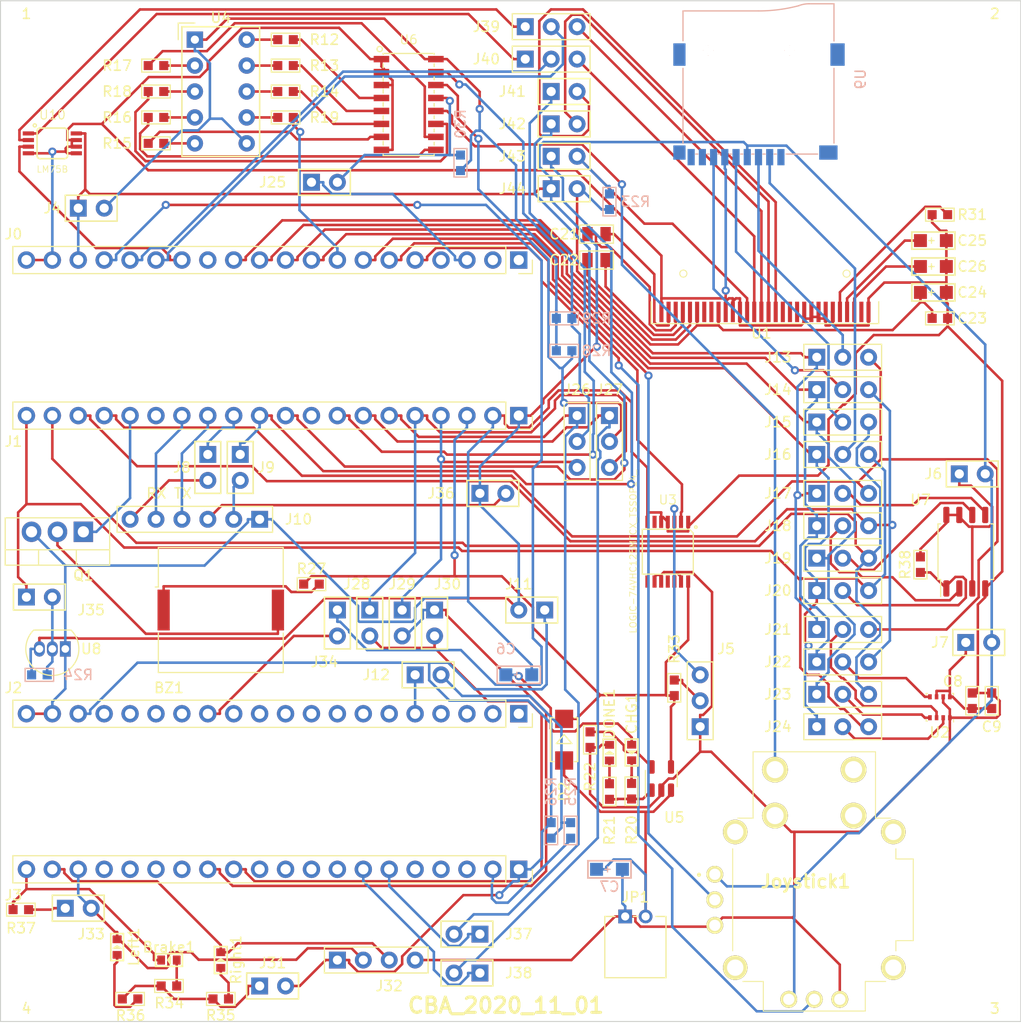
<source format=kicad_pcb>
(kicad_pcb (version 20171130) (host pcbnew "(5.1.7)-1")
  (title_block (title CBA_2020-10-04))
  (layers (0 F.Cu signal) (31 B.Cu signal) (34 B.Paste user) (35 F.Paste user) (36 B.SilkS user) (37 F.SilkS user) (38 B.Mask user) (39 F.Mask user) (44 Edge.Cuts user))
  (net 0 "")
  (net 1 "Net-(U1-Pad7)")
  (net 2 "Net-(U1-Pad8)")
  (net 3 "Net-(U1-Pad18)")
  (net 4 "Net-(U1-Pad19)")
  (net 5 "Net-(U1-Pad20)")
  (net 6 "Net-(U1-Pad29)")
  (net 7 "Net-(Brake1-Pad1)")
  (net 8 PB12s)
  (net 9 "Net-(BZ1-Pad2)")
  (net 10 "Net-(BZ1-Pad1)")
  (net 11 "Net-(C6-Pad1)")
  (net 12 GND)
  (net 13 "Net-(C7-Pad1)")
  (net 14 "Net-(C8-Pad1)")
  (net 15 "Net-(C21-Pad2)")
  (net 16 "Net-(C21-Pad1)")
  (net 17 "Net-(C22-Pad2)")
  (net 18 "Net-(C22-Pad1)")
  (net 19 "Net-(C23-Pad1)")
  (net 20 "Net-(C25-Pad1)")
  (net 21 "Net-(C26-Pad1)")
  (net 22 "Net-(CHG1-Pad2)")
  (net 23 5V)
  (net 24 "Net-(DONE1-Pad1)")
  (net 25 3.3V)
  (net 26 NRST)
  (net 27 PB11)
  (net 28 PB10)
  (net 29 PB1)
  (net 30 PB0)
  (net 31 MOSI1)
  (net 32 MISO1)
  (net 33 PA5)
  (net 34 NSS1)
  (net 35 PA3)
  (net 36 PA2)
  (net 37 PA1)
  (net 38 PA0)
  (net 39 PC15)
  (net 40 PC14)
  (net 41 PC13)
  (net 42 VBAT)
  (net 43 NSS2)
  (net 44 PB13)
  (net 45 MISO2)
  (net 46 MOSI2)
  (net 47 PA8)
  (net 48 PA9)
  (net 49 PA10)
  (net 50 PA11)
  (net 51 PA12)
  (net 52 PA15)
  (net 53 PB3)
  (net 54 PB4)
  (net 55 PB5)
  (net 56 PB6)
  (net 57 PB7)
  (net 58 PB8)
  (net 59 PB9)
  (net 60 3.3Vs)
  (net 61 NRSTs)
  (net 62 PB11s)
  (net 63 PB10s)
  (net 64 PB1s)
  (net 65 PB0s)
  (net 66 PA7s)
  (net 67 PA6s)
  (net 68 PA5s)
  (net 69 PA4s)
  (net 70 PA3s)
  (net 71 PA2s)
  (net 72 PA1s)
  (net 73 PA0s)
  (net 74 PC15s)
  (net 75 PC14s)
  (net 76 PC13s)
  (net 77 VBATs)
  (net 78 PB13s)
  (net 79 PB14s)
  (net 80 PB15s)
  (net 81 PA8s)
  (net 82 PA9s)
  (net 83 PA10s)
  (net 84 PA11s)
  (net 85 PA12s)
  (net 86 PA15s)
  (net 87 PB3s)
  (net 88 PB4s)
  (net 89 PB5s)
  (net 90 PB6s)
  (net 91 PB7s)
  (net 92 PB8s)
  (net 93 PB9s)
  (net 94 5Vs)
  (net 95 GNDs)
  (net 96 "Net-(J4-Pad2)")
  (net 97 "Net-(J5-Pad2)")
  (net 98 "Net-(J5-Pad3)")
  (net 99 "Net-(J6-Pad1)")
  (net 100 "Net-(J10-Pad6)")
  (net 101 "Net-(J10-Pad2)")
  (net 102 "Net-(J10-Pad3)")
  (net 103 "Net-(J12-Pad2)")
  (net 104 MOSIsd)
  (net 105 MISOsd)
  (net 106 SCKsd)
  (net 107 NSSsd)
  (net 108 MOSIflash)
  (net 109 MISOflash)
  (net 110 SCKflash)
  (net 111 NSSflash)
  (net 112 MOSIbme)
  (net 113 MISObme)
  (net 114 SCKbme)
  (net 115 NSSbme)
  (net 116 "Net-(J25-Pad2)")
  (net 117 "Net-(J26-Pad2)")
  (net 118 "Net-(J27-Pad2)")
  (net 119 "Net-(J31-Pad1)")
  (net 120 "Net-(J33-Pad1)")
  (net 121 "Net-(J35-Pad2)")
  (net 122 "Net-(J39-Pad1)")
  (net 123 "Net-(J39-Pad3)")
  (net 124 "Net-(J40-Pad1)")
  (net 125 "Net-(J40-Pad3)")
  (net 126 "Net-(J41-Pad2)")
  (net 127 "Net-(J42-Pad2)")
  (net 128 "Net-(J43-Pad2)")
  (net 129 "Net-(Joystick1-PadMH4)")
  (net 130 "Net-(Joystick1-PadMH3)")
  (net 131 "Net-(Joystick1-PadMH2)")
  (net 132 "Net-(Joystick1-PadMH1)")
  (net 133 SEL+)
  (net 134 "Net-(Joystick1-PadB1)")
  (net 135 "Net-(Joystick1-PadA1)")
  (net 136 "Net-(Left1-Pad1)")
  (net 137 "Net-(R12-Pad2)")
  (net 138 "Net-(R12-Pad1)")
  (net 139 "Net-(R13-Pad2)")
  (net 140 "Net-(R13-Pad1)")
  (net 141 "Net-(R14-Pad2)")
  (net 142 "Net-(R14-Pad1)")
  (net 143 "Net-(R15-Pad2)")
  (net 144 "Net-(R15-Pad1)")
  (net 145 "Net-(R16-Pad2)")
  (net 146 "Net-(R16-Pad1)")
  (net 147 "Net-(R17-Pad2)")
  (net 148 "Net-(R17-Pad1)")
  (net 149 "Net-(R18-Pad2)")
  (net 150 "Net-(R18-Pad1)")
  (net 151 "Net-(R19-Pad2)")
  (net 152 "Net-(R20-Pad1)")
  (net 153 "Net-(R22-Pad2)")
  (net 154 "Net-(R31-Pad2)")
  (net 155 "Net-(R35-Pad2)")
  (net 156 "Net-(U3-Pad6)")
  (net 157 "Net-(U3-Pad8)")
  (net 158 "Net-(U3-Pad11)")
  (net 159 "Net-(U9-Pad10)")
  (net 160 "Net-(U9-Pad11)")
  (net 161 "Net-(U9-Pad13)")
  (net 162 "Net-(U9-Pad12)")
  (net 163 "Net-(U9-Pad9)")
  (net 164 "Net-(U9-Pad8)")
  (net 165 "Net-(U9-Pad1)")
  (module OPL_Sensor-Transducer:SOP16-1.27-10.0X5.0MM (layer F.Cu) (at 140.335 60.96)
    (fp_text reference U6 (at 0 -6.35) (layer F.SilkS) (effects (font (size 0.889 0.889) (thickness 0.1016))))
    (fp_text value PCF8574 hide)
    (pad 1 smd rect (at -2.667 -4.445 270) (size 0.635 1.524) (layers F.Cu F.Paste F.Mask) (net 12 GND))
    (pad 2 smd rect (at -2.667 -3.175 270) (size 0.635 1.524) (layers F.Cu F.Paste F.Mask) (net 12 GND))
    (pad 3 smd rect (at -2.667 -1.905 270) (size 0.635 1.524) (layers F.Cu F.Paste F.Mask) (net 12 GND))
    (pad 4 smd rect (at -2.667 -0.635 270) (size 0.635 1.524) (layers F.Cu F.Paste F.Mask) (net 138 "Net-(R12-Pad1)"))
    (pad 5 smd rect (at -2.667 0.635 270) (size 0.635 1.524) (layers F.Cu F.Paste F.Mask) (net 140 "Net-(R13-Pad1)"))
    (pad 6 smd rect (at -2.667 1.905 270) (size 0.635 1.524) (layers F.Cu F.Paste F.Mask) (net 142 "Net-(R14-Pad1)"))
    (pad 7 smd rect (at -2.667 3.175 270) (size 0.635 1.524) (layers F.Cu F.Paste F.Mask) (net 144 "Net-(R15-Pad1)"))
    (pad 8 smd rect (at -2.667 4.445 270) (size 0.635 1.524) (layers F.Cu F.Paste F.Mask) (net 12 GND))
    (pad 9 smd rect (at 2.667 4.445 270) (size 0.635 1.524) (layers F.Cu F.Paste F.Mask) (net 146 "Net-(R16-Pad1)"))
    (pad 10 smd rect (at 2.667 3.175 270) (size 0.635 1.524) (layers F.Cu F.Paste F.Mask) (net 148 "Net-(R17-Pad1)"))
    (pad 11 smd rect (at 2.667 1.905 270) (size 0.635 1.524) (layers F.Cu F.Paste F.Mask) (net 150 "Net-(R18-Pad1)"))
    (pad 12 smd rect (at 2.667 0.635 270) (size 0.635 1.524) (layers F.Cu F.Paste F.Mask) (net 133 SEL+))
    (pad 13 smd rect (at 2.667 -0.635 270) (size 0.635 1.524) (layers F.Cu F.Paste F.Mask) (net 116 "Net-(J25-Pad2)"))
    (pad 14 smd rect (at 2.667 -1.905 270) (size 0.635 1.524) (layers F.Cu F.Paste F.Mask) (net 118 "Net-(J27-Pad2)"))
    (pad 15 smd rect (at 2.667 -3.175 270) (size 0.635 1.524) (layers F.Cu F.Paste F.Mask) (net 117 "Net-(J26-Pad2)"))
    (pad 16 smd rect (at 2.667 -4.445 270) (size 0.635 1.524) (layers F.Cu F.Paste F.Mask) (net 96 "Net-(J4-Pad2)"))
  )
  (module MountingHole:MountingHole_4.3mm_M4_ISO7380 (layer F.Cu) (at 195.25 145.72)
    (fp_text reference 3 (at 2.54 3.81) (layer F.SilkS))
    (fp_text value MountingHole_4.3mm_M4_ISO7380)
    (pad 1 np_thru_hole circle (at 0 0) (size 4.3 4.3) (drill 4.3) (layers *.Cu *.Mask))
  )
  (module MountingHole:MountingHole_4.3mm_M4_ISO7380 (layer F.Cu) (at 195.25 55.88)
    (fp_text reference 2 (at 2.54 -3.81) (layer F.SilkS))
    (fp_text value MountingHole_4.3mm_M4_ISO7380)
    (pad 1 np_thru_hole circle (at 0 0) (size 4.3 4.3) (drill 4.3) (layers *.Cu *.Mask))
  )
  (module MountingHole:MountingHole_4.3mm_M4_ISO7380 (layer F.Cu) (at 105.41 55.88)
    (fp_text reference 1 (at -2.54 -3.81) (layer F.SilkS))
    (fp_text value MountingHole_4.3mm_M4_ISO7380)
    (pad 1 np_thru_hole circle (at 0 0) (size 4.3 4.3) (drill 4.3) (layers *.Cu *.Mask))
  )
  (module MountingHole:MountingHole_4.3mm_M4_ISO7380 (layer F.Cu) (at 105.41 145.72)
    (fp_text reference 4 (at -2.54 3.81) (layer F.SilkS))
    (fp_text value MountingHole_4.3mm_M4_ISO7380)
    (pad 1 np_thru_hole circle (at 0 0) (size 4.3 4.3) (drill 4.3) (layers *.Cu *.Mask))
  )
  (module OPL_Connector:H2-2.54 (layer F.Cu) (at 120.65 96.52 270)
    (fp_text reference J8 (at 0 2.54) (layer F.SilkS))
    (fp_text value DIP-BLACK-MALE-HEADER-VERT_2P-2.54_)
    (pad 2 thru_hole circle (at 1.27 0) (size 1.651 1.651) (drill 0.9) (layers *.Cu *.Mask) (net 100 "Net-(J10-Pad6)"))
    (pad 1 thru_hole rect (at -1.27 0) (size 1.651 1.651) (drill 0.9) (layers *.Cu *.Mask) (net 51 PA12))
  )
  (module OPL_Integrated_Circuit:MSOP8-0.65-3X3MM (layer F.Cu) (at 105.41 64.77)
    (fp_text reference U10 (at 0.01 -2.794) (layer F.SilkS) (effects (font (size 0.889 0.889) (thickness 0.1016))))
    (fp_text value LM75B (at 0 2.54) (layer F.SilkS) (effects (font (size 0.635 0.635) (thickness 0.0762))))
    (pad 1 smd rect (at -2.3495 -0.97282 270) (size 0.39878 1.09982) (layers F.Cu F.Paste F.Mask) (net 124 "Net-(J40-Pad1)"))
    (pad 2 smd rect (at -2.3495 -0.32258 270) (size 0.39878 1.09982) (layers F.Cu F.Paste F.Mask) (net 122 "Net-(J39-Pad1)"))
    (pad 3 smd rect (at -2.3495 0.32258 270) (size 0.39878 1.09982) (layers F.Cu F.Paste F.Mask) (net 29 PB1))
    (pad 4 smd rect (at -2.3495 0.97282 270) (size 0.39878 1.09982) (layers F.Cu F.Paste F.Mask) (net 12 GND))
    (pad 5 smd rect (at 2.3495 0.97282 270) (size 0.39878 1.09982) (layers F.Cu F.Paste F.Mask) (net 12 GND))
    (pad 6 smd rect (at 2.3495 0.32258 270) (size 0.39878 1.09982) (layers F.Cu F.Paste F.Mask) (net 12 GND))
    (pad 7 smd rect (at 2.3495 -0.32258 270) (size 0.39878 1.09982) (layers F.Cu F.Paste F.Mask) (net 12 GND))
    (pad 8 smd rect (at 2.3495 -0.97282 270) (size 0.39878 1.09982) (layers F.Cu F.Paste F.Mask) (net 25 3.3V))
  )
  (module OPL_Connector:MICRO-SD9+4P-SMD-16.1X14.5X1.85MM (layer B.Cu) (at 174.625 58.42 90)
    (fp_text reference U9 (at -0.05 10 270) (layer B.SilkS) (effects (justify mirror)))
    (fp_text value MICRO-SD-CARD-HOLDER-9P)
    (pad "" np_thru_hole circle (at 2.75 -4.93 90) (size 1 1) (drill 1) (layers *.Cu *.Mask))
    (pad "" np_thru_hole circle (at 2.75 3.05 90) (size 1 1) (drill 1) (layers *.Cu *.Mask))
    (pad 10 smd rect (at -7.25 6.85 90) (size 1.4 1.79832) (layers B.Cu B.Paste B.Mask) (net 159 "Net-(U9-Pad10)"))
    (pad 11 smd rect (at 2.35 7.75 90) (size 2.19964 1.39954) (layers B.Cu B.Paste B.Mask) (net 160 "Net-(U9-Pad11)"))
    (pad 13 smd rect (at 2.35 -7.75 90) (size 2.2 1.2) (layers B.Cu B.Paste B.Mask) (net 161 "Net-(U9-Pad13)"))
    (pad 12 smd rect (at -7.25 -7.75 90) (size 1.4 1.2) (layers B.Cu B.Paste B.Mask) (net 162 "Net-(U9-Pad12)"))
    (pad 9 smd rect (at -7.7 -6.6 90) (size 1.59766 0.7) (layers B.Cu B.Paste B.Mask) (net 163 "Net-(U9-Pad9)"))
    (pad 8 smd rect (at -7.7 -5.5 90) (size 1.59766 0.7) (layers B.Cu B.Paste B.Mask) (net 164 "Net-(U9-Pad8)"))
    (pad 7 smd rect (at -7.7 -4.4 90) (size 1.59766 0.7) (layers B.Cu B.Paste B.Mask) (net 105 MISOsd))
    (pad 6 smd rect (at -7.7 -3.3 90) (size 1.59766 0.7) (layers B.Cu B.Paste B.Mask) (net 12 GND))
    (pad 5 smd rect (at -7.7 -2.2 90) (size 1.59766 0.7) (layers B.Cu B.Paste B.Mask) (net 106 SCKsd))
    (pad 4 smd rect (at -7.7 -1.1 90) (size 1.59766 0.7) (layers B.Cu B.Paste B.Mask) (net 25 3.3V))
    (pad 3 smd rect (at -7.7 0 90) (size 1.59766 0.7) (layers B.Cu B.Paste B.Mask) (net 104 MOSIsd))
    (pad 2 smd rect (at -7.7 1.1 270) (size 1.59766 0.7) (layers B.Cu B.Paste B.Mask) (net 107 NSSsd))
    (pad 1 smd rect (at -7.7 2.2 90) (size 1.59766 0.7) (layers B.Cu B.Paste B.Mask) (net 165 "Net-(U9-Pad1)"))
  )
  (module Package_TO_SOT_THT:TO-92_Inline (layer F.Cu) (at 106.68 114.3 180)
    (fp_text reference U8 (at -2.54 0) (layer F.SilkS))
    (fp_text value DS18B20)
    (pad 1 thru_hole rect (at 0 0 180) (size 1.05 1.5) (drill 0.75) (layers *.Cu *.Mask) (net 12 GND))
    (pad 3 thru_hole oval (at 2.54 0 180) (size 1.05 1.5) (drill 0.75) (layers *.Cu *.Mask) (net 25 3.3V))
    (pad 2 thru_hole oval (at 1.27 0 180) (size 1.05 1.5) (drill 0.75) (layers *.Cu *.Mask) (net 121 "Net-(J35-Pad2)"))
  )
  (module Package_SO:SOIC-8_5.23x5.23mm_P1.27mm (layer F.Cu) (at 194.945 104.775 90)
    (fp_text reference U7 (at 5.08 -4.445 180) (layer F.SilkS))
    (fp_text value W25Q32JVSS)
    (pad 8 smd roundrect (at 3.6 -1.905 90) (size 1.6 0.6) (layers F.Cu F.Paste F.Mask) (net 99 "Net-(J6-Pad1)"))
    (pad 7 smd roundrect (at 3.6 -0.635 90) (size 1.6 0.6) (layers F.Cu F.Paste F.Mask) (net 99 "Net-(J6-Pad1)"))
    (pad 6 smd roundrect (at 3.6 0.635 90) (size 1.6 0.6) (layers F.Cu F.Paste F.Mask) (net 110 SCKflash))
    (pad 5 smd roundrect (at 3.6 1.905 90) (size 1.6 0.6) (layers F.Cu F.Paste F.Mask) (net 108 MOSIflash))
    (pad 4 smd roundrect (at -3.6 1.905 90) (size 1.6 0.6) (layers F.Cu F.Paste F.Mask) (net 12 GND))
    (pad 3 smd roundrect (at -3.6 0.635 90) (size 1.6 0.6) (layers F.Cu F.Paste F.Mask) (net 99 "Net-(J6-Pad1)"))
    (pad 2 smd roundrect (at -3.6 -0.635 90) (size 1.6 0.6) (layers F.Cu F.Paste F.Mask) (net 109 MISOflash))
    (pad 1 smd roundrect (at -3.6 -1.905 90) (size 1.6 0.6) (layers F.Cu F.Paste F.Mask) (net 111 NSSflash))
  )
  (module Package_TO_SOT_SMD:SOT-23-5 (layer F.Cu) (at 165.1 127 90)
    (fp_text reference U5 (at -3.81 1.27 180) (layer F.SilkS))
    (fp_text value MCP73831-2-OT)
    (pad 5 smd roundrect (at 1.1375 -0.95 90) (size 1.325 0.6) (layers F.Cu F.Paste F.Mask) (net 153 "Net-(R22-Pad2)"))
    (pad 4 smd roundrect (at 1.1375 0.95 90) (size 1.325 0.6) (layers F.Cu F.Paste F.Mask) (net 23 5V))
    (pad 3 smd roundrect (at -1.1375 0.95 90) (size 1.325 0.6) (layers F.Cu F.Paste F.Mask) (net 13 "Net-(C7-Pad1)"))
    (pad 2 smd roundrect (at -1.1375 0 90) (size 1.325 0.6) (layers F.Cu F.Paste F.Mask) (net 12 GND))
    (pad 1 smd roundrect (at -1.1375 -0.95 90) (size 1.325 0.6) (layers F.Cu F.Paste F.Mask) (net 152 "Net-(R20-Pad1)"))
  )
  (module Display_7Segment:HDSP-7801 (layer F.Cu) (at 119.38 54.61)
    (fp_text reference U4 (at 2.54 -2.159) (layer F.SilkS))
    (fp_text value HDSP-7801)
    (pad 10 thru_hole circle (at 5.08 0) (size 1.6 1.6) (drill 0.8) (layers *.Cu *.Mask) (net 137 "Net-(R12-Pad2)"))
    (pad 9 thru_hole circle (at 5.08 2.54) (size 1.6 1.6) (drill 0.8) (layers *.Cu *.Mask) (net 139 "Net-(R13-Pad2)"))
    (pad 8 thru_hole circle (at 5.08 5.08) (size 1.6 1.6) (drill 0.8) (layers *.Cu *.Mask) (net 141 "Net-(R14-Pad2)"))
    (pad 7 thru_hole circle (at 5.08 7.62) (size 1.6 1.6) (drill 0.8) (layers *.Cu *.Mask) (net 151 "Net-(R19-Pad2)"))
    (pad 6 thru_hole circle (at 5.08 10.16) (size 1.6 1.6) (drill 0.8) (layers *.Cu *.Mask) (net 96 "Net-(J4-Pad2)"))
    (pad 5 thru_hole circle (at 0 10.16) (size 1.6 1.6) (drill 0.8) (layers *.Cu *.Mask) (net 143 "Net-(R15-Pad2)"))
    (pad 4 thru_hole circle (at 0 7.62) (size 1.6 1.6) (drill 0.8) (layers *.Cu *.Mask) (net 145 "Net-(R16-Pad2)"))
    (pad 3 thru_hole circle (at 0 5.08) (size 1.6 1.6) (drill 0.8) (layers *.Cu *.Mask) (net 149 "Net-(R18-Pad2)"))
    (pad 2 thru_hole circle (at 0 2.54) (size 1.6 1.6) (drill 0.8) (layers *.Cu *.Mask) (net 147 "Net-(R17-Pad2)"))
    (pad 1 thru_hole rect (at 0 0) (size 1.6 1.6) (drill 0.8) (layers *.Cu *.Mask) (net 96 "Net-(J4-Pad2)"))
  )
  (module OPL_Integrated_Circuit:TSSOP14-0.65-5X4.4MM (layer F.Cu) (at 165.735 104.775 270)
    (fp_text reference U3 (at -5.08 0 180) (layer F.SilkS) (effects (font (size 0.889 0.889) (thickness 0.1016))))
    (fp_text value LOGIC-74VHC125MTCX_TSSOP14_ (at -0.01 3.39 90) (layer F.SilkS) (effects (font (size 0.635 0.635) (thickness 0.0762))))
    (pad 1 smd rect (at -2.92354 -1.99898 180) (size 0.39878 1.19888) (layers F.Cu F.Paste F.Mask) (net 12 GND))
    (pad 2 smd rect (at -2.92354 -1.29794 180) (size 0.39878 1.19888) (layers F.Cu F.Paste F.Mask) (net 37 PA1))
    (pad 3 smd rect (at -2.92354 -0.6477 180) (size 0.39878 1.19888) (layers F.Cu F.Paste F.Mask) (net 98 "Net-(J5-Pad3)"))
    (pad 4 smd rect (at -2.92354 0 180) (size 0.39878 1.19888) (layers F.Cu F.Paste F.Mask) (net 12 GND))
    (pad 5 smd rect (at -2.92354 0.6477 180) (size 0.39878 1.19888) (layers F.Cu F.Paste F.Mask) (net 12 GND))
    (pad 6 smd rect (at -2.92354 1.29794 180) (size 0.39878 1.19888) (layers F.Cu F.Paste F.Mask) (net 156 "Net-(U3-Pad6)"))
    (pad 7 smd rect (at -2.92354 1.99898 180) (size 0.39878 1.19888) (layers F.Cu F.Paste F.Mask) (net 12 GND))
    (pad 8 smd rect (at 2.92354 1.99898) (size 0.39878 1.19888) (layers F.Cu F.Paste F.Mask) (net 157 "Net-(U3-Pad8)"))
    (pad 9 smd rect (at 2.92354 1.29794 180) (size 0.39878 1.19888) (layers F.Cu F.Paste F.Mask) (net 12 GND))
    (pad 10 smd rect (at 2.92354 0.6477 180) (size 0.39878 1.19888) (layers F.Cu F.Paste F.Mask) (net 12 GND))
    (pad 11 smd rect (at 2.92354 0 180) (size 0.39878 1.19888) (layers F.Cu F.Paste F.Mask) (net 158 "Net-(U3-Pad11)"))
    (pad 12 smd rect (at 2.92354 -0.6477 180) (size 0.39878 1.19888) (layers F.Cu F.Paste F.Mask) (net 12 GND))
    (pad 13 smd rect (at 2.92354 -1.29794 180) (size 0.39878 1.19888) (layers F.Cu F.Paste F.Mask) (net 12 GND))
    (pad 14 smd rect (at 2.92354 -1.99898 180) (size 0.39878 1.19888) (layers F.Cu F.Paste F.Mask) (net 23 5V))
  )
  (module Display:OLED-128O064D (layer F.Cu) (at 175.26 81.28)
    (fp_text reference U1 (at -0.35 2.1) (layer F.SilkS))
    (fp_text value OLED-128O064D)
    (pad 30 smd rect (at 10.15 0) (size 0.4 2) (layers F.Cu F.Paste F.Mask) (net 12 GND))
    (pad 29 smd rect (at 9.45 0) (size 0.4 2) (layers F.Cu F.Paste F.Mask) (net 6 "Net-(U1-Pad29)"))
    (pad 28 smd rect (at 8.75 0) (size 0.4 2) (layers F.Cu F.Paste F.Mask) (net 21 "Net-(C26-Pad1)"))
    (pad 27 smd rect (at 8.05 0) (size 0.4 2) (layers F.Cu F.Paste F.Mask) (net 20 "Net-(C25-Pad1)"))
    (pad 26 smd rect (at 7.35 0) (size 0.4 2) (layers F.Cu F.Paste F.Mask) (net 154 "Net-(R31-Pad2)"))
    (pad 25 smd rect (at 6.65 0) (size 0.4 2) (layers F.Cu F.Paste F.Mask) (net 12 GND))
    (pad 24 smd rect (at 5.95 0) (size 0.4 2) (layers F.Cu F.Paste F.Mask) (net 12 GND))
    (pad 23 smd rect (at 5.25 0) (size 0.4 2) (layers F.Cu F.Paste F.Mask) (net 12 GND))
    (pad 22 smd rect (at 4.55 0) (size 0.4 2) (layers F.Cu F.Paste F.Mask) (net 12 GND))
    (pad 21 smd rect (at 3.85 0) (size 0.4 2) (layers F.Cu F.Paste F.Mask) (net 12 GND))
    (pad 20 smd rect (at 3.15 0) (size 0.4 2) (layers F.Cu F.Paste F.Mask) (net 5 "Net-(U1-Pad20)"))
    (pad 19 smd rect (at 2.45 0) (size 0.4 2) (layers F.Cu F.Paste F.Mask) (net 4 "Net-(U1-Pad19)"))
    (pad 18 smd rect (at 1.75 0) (size 0.4 2) (layers F.Cu F.Paste F.Mask) (net 3 "Net-(U1-Pad18)"))
    (pad 17 smd rect (at 1.05 0) (size 0.4 2) (layers F.Cu F.Paste F.Mask) (net 126 "Net-(J41-Pad2)"))
    (pad 16 smd rect (at 0.35 0) (size 0.4 2) (layers F.Cu F.Paste F.Mask) (net 127 "Net-(J42-Pad2)"))
    (pad 15 smd rect (at -0.35 0) (size 0.4 2) (layers F.Cu F.Paste F.Mask) (net 123 "Net-(J39-Pad3)"))
    (pad 14 smd rect (at -1.05 0) (size 0.4 2) (layers F.Cu F.Paste F.Mask) (net 125 "Net-(J40-Pad3)"))
    (pad 13 smd rect (at -1.75 0) (size 0.4 2) (layers F.Cu F.Paste F.Mask) (net 128 "Net-(J43-Pad2)"))
    (pad 12 smd rect (at -2.45 0) (size 0.4 2) (layers F.Cu F.Paste F.Mask) (net 12 GND))
    (pad 11 smd rect (at -3.15 0) (size 0.4 2) (layers F.Cu F.Paste F.Mask) (net 12 GND))
    (pad 10 smd rect (at -3.85 0) (size 0.4 2) (layers F.Cu F.Paste F.Mask) (net 12 GND))
    (pad 9 smd rect (at -4.55 0) (size 0.4 2) (layers F.Cu F.Paste F.Mask) (net 19 "Net-(C23-Pad1)"))
    (pad 8 smd rect (at -5.25 0) (size 0.4 2) (layers F.Cu F.Paste F.Mask) (net 2 "Net-(U1-Pad8)"))
    (pad 7 smd rect (at -5.95 0) (size 0.4 2) (layers F.Cu F.Paste F.Mask) (net 1 "Net-(U1-Pad7)"))
    (pad 6 smd rect (at -6.65 0) (size 0.4 2) (layers F.Cu F.Paste F.Mask) (net 19 "Net-(C23-Pad1)"))
    (pad 5 smd rect (at -7.35 0) (size 0.4 2) (layers F.Cu F.Paste F.Mask) (net 18 "Net-(C22-Pad1)"))
    (pad 4 smd rect (at -8.05 0) (size 0.4 2) (layers F.Cu F.Paste F.Mask) (net 17 "Net-(C22-Pad2)"))
    (pad 3 smd rect (at -8.75 0) (size 0.4 2) (layers F.Cu F.Paste F.Mask) (net 16 "Net-(C21-Pad1)"))
    (pad 2 smd rect (at -9.45 0) (size 0.4 2) (layers F.Cu F.Paste F.Mask) (net 15 "Net-(C21-Pad2)"))
    (pad 1 smd rect (at -10.15 0) (size 0.4 2) (layers F.Cu F.Paste F.Mask) (net 12 GND))
  )
  (module OPL_Optoelectronics:LED-0603 (layer F.Cu) (at 121.92 144.78 90)
    (fp_text reference Right1 (at 0.021227 1.495256 90) (layer F.SilkS))
    (fp_text value SMD-LED-CLEAR-GREEN_0603_)
    (pad 1 smd rect (at -0.762 0 90) (size 0.762 0.889) (layers F.Cu F.Paste F.Mask) (net 155 "Net-(R35-Pad2)"))
    (pad 2 smd rect (at 0.762 0 90) (size 0.762 0.889) (layers F.Cu F.Paste F.Mask) (net 78 PB13s))
  )
  (module OPL_Resistor:R0603 (layer F.Cu) (at 190.5 106.045 90)
    (fp_text reference R38 (at 0 -1.5 270) (layer F.SilkS))
    (fp_text value SMD-RES-10K-5%-1_10W_0603_)
    (pad 2 smd rect (at 0.762 0 90) (size 0.889 0.889) (layers F.Cu F.Paste F.Mask) (net 99 "Net-(J6-Pad1)"))
    (pad 1 smd rect (at -0.762 0 90) (size 0.889 0.889) (layers F.Cu F.Paste F.Mask) (net 111 NSSflash))
  )
  (module OPL_Resistor:R0603 (layer F.Cu) (at 102.324 139.842)
    (fp_text reference R37 (at 0.013119 1.813955 180) (layer F.SilkS))
    (fp_text value SMD-RES-220R-5%-1_10W_0603_)
    (pad 2 smd rect (at 0.762 0) (size 0.889 0.889) (layers F.Cu F.Paste F.Mask) (net 120 "Net-(J33-Pad1)"))
    (pad 1 smd rect (at -0.762 0) (size 0.889 0.889) (layers F.Cu F.Paste F.Mask) (net 8 PB12s))
  )
  (module OPL_Resistor:R0603 (layer F.Cu) (at 113.03 148.59)
    (fp_text reference R36 (at 0.047388 1.623974 180) (layer F.SilkS))
    (fp_text value SMD-RES-220R-5%-1_10W_0603_)
    (pad 2 smd rect (at 0.762 0) (size 0.889 0.889) (layers F.Cu F.Paste F.Mask) (net 136 "Net-(Left1-Pad1)"))
    (pad 1 smd rect (at -0.762 0) (size 0.889 0.889) (layers F.Cu F.Paste F.Mask) (net 119 "Net-(J31-Pad1)"))
  )
  (module OPL_Resistor:R0603 (layer F.Cu) (at 121.92 148.59)
    (fp_text reference R35 (at -0.005546 1.595663 180) (layer F.SilkS))
    (fp_text value SMD-RES-220R-5%-1_10W_0603_)
    (pad 2 smd rect (at 0.762 0) (size 0.889 0.889) (layers F.Cu F.Paste F.Mask) (net 155 "Net-(R35-Pad2)"))
    (pad 1 smd rect (at -0.762 0) (size 0.889 0.889) (layers F.Cu F.Paste F.Mask) (net 119 "Net-(J31-Pad1)"))
  )
  (module OPL_Resistor:R0603 (layer F.Cu) (at 116.84 147.32)
    (fp_text reference R34 (at 0.03097 1.67663 180) (layer F.SilkS))
    (fp_text value SMD-RES-220R-5%-1_10W_0603_)
    (pad 2 smd rect (at 0.762 0) (size 0.889 0.889) (layers F.Cu F.Paste F.Mask) (net 7 "Net-(Brake1-Pad1)"))
    (pad 1 smd rect (at -0.762 0) (size 0.889 0.889) (layers F.Cu F.Paste F.Mask) (net 119 "Net-(J31-Pad1)"))
  )
  (module OPL_Resistor:R0603 (layer F.Cu) (at 166.37 118.11 90)
    (fp_text reference R33 (at 3.81 0 270) (layer F.SilkS))
    (fp_text value SMD-RES-10R-5%-1_10W_0603_)
    (pad 2 smd rect (at 0.762 0 90) (size 0.889 0.889) (layers F.Cu F.Paste F.Mask) (net 97 "Net-(J5-Pad2)"))
    (pad 1 smd rect (at -0.762 0 90) (size 0.889 0.889) (layers F.Cu F.Paste F.Mask) (net 23 5V))
  )
  (module OPL_Resistor:R0603 (layer F.Cu) (at 192.405 71.755)
    (fp_text reference R31 (at 3.175 0 180) (layer F.SilkS))
    (fp_text value SMD-RES-560K-5%-1_10W_0603_)
    (pad 2 smd rect (at 0.762 0) (size 0.889 0.889) (layers F.Cu F.Paste F.Mask) (net 154 "Net-(R31-Pad2)"))
    (pad 1 smd rect (at -0.762 0) (size 0.889 0.889) (layers F.Cu F.Paste F.Mask) (net 12 GND))
  )
  (module OPL_Resistor:R0603 (layer B.Cu) (at 145.415 66.675 270)
    (fp_text reference R30 (at -3.81 0 90) (layer B.SilkS) (effects (justify mirror)))
    (fp_text value SMD-RES-4.7K-5%-1_10W_0603_)
    (pad 2 smd rect (at 0.762 0 270) (size 0.889 0.889) (layers B.Cu B.Paste B.Mask) (net 96 "Net-(J4-Pad2)"))
    (pad 1 smd rect (at -0.762 0 270) (size 0.889 0.889) (layers B.Cu B.Paste B.Mask) (net 116 "Net-(J25-Pad2)"))
  )
  (module OPL_Resistor:R0603 (layer B.Cu) (at 155.575 81.915 180)
    (fp_text reference R29 (at -3.175 0 180) (layer B.SilkS) (effects (justify mirror)))
    (fp_text value SMD-RES-4.7K-5%-1_10W_0603_)
    (pad 2 smd rect (at 0.762 0 180) (size 0.889 0.889) (layers B.Cu B.Paste B.Mask) (net 96 "Net-(J4-Pad2)"))
    (pad 1 smd rect (at -0.762 0 180) (size 0.889 0.889) (layers B.Cu B.Paste B.Mask) (net 117 "Net-(J26-Pad2)"))
  )
  (module OPL_Resistor:R0603 (layer B.Cu) (at 155.575 85.09 180)
    (fp_text reference R28 (at -3.175 0 180) (layer B.SilkS) (effects (justify mirror)))
    (fp_text value SMD-RES-4.7K-5%-1_10W_0603_)
    (pad 2 smd rect (at 0.762 0 180) (size 0.889 0.889) (layers B.Cu B.Paste B.Mask) (net 96 "Net-(J4-Pad2)"))
    (pad 1 smd rect (at -0.762 0 180) (size 0.889 0.889) (layers B.Cu B.Paste B.Mask) (net 118 "Net-(J27-Pad2)"))
  )
  (module OPL_Resistor:R0603 (layer F.Cu) (at 130.81 107.95)
    (fp_text reference R27 (at 0 -1.5 180) (layer F.SilkS))
    (fp_text value SMD-RES-1K-5%-1_10W_0603_)
    (pad 2 smd rect (at 0.762 0) (size 0.889 0.889) (layers F.Cu F.Paste F.Mask) (net 10 "Net-(BZ1-Pad1)"))
    (pad 1 smd rect (at -0.762 0) (size 0.889 0.889) (layers F.Cu F.Paste F.Mask) (net 23 5V))
  )
  (module OPL_Resistor:R0603 (layer B.Cu) (at 154.305 132.08 90)
    (fp_text reference R26 (at 3.81 0 90) (layer B.SilkS) (effects (justify mirror)))
    (fp_text value SMD-RES-4.7K-5%-1_10W_0603_)
    (pad 2 smd rect (at 0.762 0 90) (size 0.889 0.889) (layers B.Cu B.Paste B.Mask) (net 60 3.3Vs))
    (pad 1 smd rect (at -0.762 0 90) (size 0.889 0.889) (layers B.Cu B.Paste B.Mask) (net 103 "Net-(J12-Pad2)"))
  )
  (module OPL_Resistor:R0603 (layer B.Cu) (at 156.21 132.08 90)
    (fp_text reference R25 (at 3.81 0 90) (layer B.SilkS) (effects (justify mirror)))
    (fp_text value SMD-RES-4.7K-5%-1_10W_0603_)
    (pad 2 smd rect (at 0.762 0 90) (size 0.889 0.889) (layers B.Cu B.Paste B.Mask) (net 103 "Net-(J12-Pad2)"))
    (pad 1 smd rect (at -0.762 0 90) (size 0.889 0.889) (layers B.Cu B.Paste B.Mask) (net 95 GNDs))
  )
  (module OPL_Resistor:R0603 (layer B.Cu) (at 104.14 116.84)
    (fp_text reference R24 (at 3.81 0 -180) (layer B.SilkS) (effects (justify mirror)))
    (fp_text value SMD-RES-4.7K-5%-1_10W_0603_)
    (pad 2 smd rect (at 0.762 0) (size 0.889 0.889) (layers B.Cu B.Paste B.Mask) (net 121 "Net-(J35-Pad2)"))
    (pad 1 smd rect (at -0.762 0) (size 0.889 0.889) (layers B.Cu B.Paste B.Mask) (net 25 3.3V))
  )
  (module OPL_Resistor:R0603 (layer B.Cu) (at 160.02 70.485 270)
    (fp_text reference R23 (at 0 -2.54 180) (layer B.SilkS) (effects (justify mirror)))
    (fp_text value SMD-RES-4.7K-5%-1_10W_0603_)
    (pad 2 smd rect (at 0.762 0 270) (size 0.889 0.889) (layers B.Cu B.Paste B.Mask) (net 19 "Net-(C23-Pad1)"))
    (pad 1 smd rect (at -0.762 0 270) (size 0.889 0.889) (layers B.Cu B.Paste B.Mask) (net 128 "Net-(J43-Pad2)"))
  )
  (module OPL_Resistor:R0603 (layer F.Cu) (at 158.115 123.19 90)
    (fp_text reference R22 (at -3.6345 0 270) (layer F.SilkS))
    (fp_text value SMD-RES-10K-5%-1_10W_0603_)
    (pad 2 smd rect (at 0.762 0 90) (size 0.889 0.889) (layers F.Cu F.Paste F.Mask) (net 153 "Net-(R22-Pad2)"))
    (pad 1 smd rect (at -0.762 0 90) (size 0.889 0.889) (layers F.Cu F.Paste F.Mask) (net 12 GND))
  )
  (module OPL_Resistor:R0603 (layer F.Cu) (at 160.02 128.27 90)
    (fp_text reference R21 (at -3.81 0 270) (layer F.SilkS))
    (fp_text value SMD-RES-1K-5%-1_10W_0603_)
    (pad 2 smd rect (at 0.762 0 90) (size 0.889 0.889) (layers F.Cu F.Paste F.Mask) (net 24 "Net-(DONE1-Pad1)"))
    (pad 1 smd rect (at -0.762 0 90) (size 0.889 0.889) (layers F.Cu F.Paste F.Mask) (net 152 "Net-(R20-Pad1)"))
  )
  (module OPL_Resistor:R0603 (layer F.Cu) (at 162.182 128.238 90)
    (fp_text reference R20 (at -3.81 0 270) (layer F.SilkS))
    (fp_text value SMD-RES-1K-5%-1_10W_0603_)
    (pad 2 smd rect (at 0.762 0 90) (size 0.889 0.889) (layers F.Cu F.Paste F.Mask) (net 22 "Net-(CHG1-Pad2)"))
    (pad 1 smd rect (at -0.762 0 90) (size 0.889 0.889) (layers F.Cu F.Paste F.Mask) (net 152 "Net-(R20-Pad1)"))
  )
  (module OPL_Resistor:R0603 (layer F.Cu) (at 128.27 62.23 180)
    (fp_text reference R19 (at -3.81 0 180) (layer F.SilkS))
    (fp_text value SMD-RES-220R-5%-1_10W_0603_)
    (pad 2 smd rect (at 0.762 0 180) (size 0.889 0.889) (layers F.Cu F.Paste F.Mask) (net 151 "Net-(R19-Pad2)"))
    (pad 1 smd rect (at -0.762 0 180) (size 0.889 0.889) (layers F.Cu F.Paste F.Mask) (net 35 PA3))
  )
  (module OPL_Resistor:R0603 (layer F.Cu) (at 115.57 59.69)
    (fp_text reference R18 (at -3.81 0 180) (layer F.SilkS))
    (fp_text value SMD-RES-220R-5%-1_10W_0603_)
    (pad 2 smd rect (at 0.762 0) (size 0.889 0.889) (layers F.Cu F.Paste F.Mask) (net 149 "Net-(R18-Pad2)"))
    (pad 1 smd rect (at -0.762 0) (size 0.889 0.889) (layers F.Cu F.Paste F.Mask) (net 150 "Net-(R18-Pad1)"))
  )
  (module OPL_Resistor:R0603 (layer F.Cu) (at 115.57 57.15)
    (fp_text reference R17 (at -3.81 0 180) (layer F.SilkS))
    (fp_text value SMD-RES-220R-5%-1_10W_0603_)
    (pad 2 smd rect (at 0.762 0) (size 0.889 0.889) (layers F.Cu F.Paste F.Mask) (net 147 "Net-(R17-Pad2)"))
    (pad 1 smd rect (at -0.762 0) (size 0.889 0.889) (layers F.Cu F.Paste F.Mask) (net 148 "Net-(R17-Pad1)"))
  )
  (module OPL_Resistor:R0603 (layer F.Cu) (at 115.57 62.23)
    (fp_text reference R16 (at -3.81 0 180) (layer F.SilkS))
    (fp_text value SMD-RES-220R-5%-1_10W_0603_)
    (pad 2 smd rect (at 0.762 0) (size 0.889 0.889) (layers F.Cu F.Paste F.Mask) (net 145 "Net-(R16-Pad2)"))
    (pad 1 smd rect (at -0.762 0) (size 0.889 0.889) (layers F.Cu F.Paste F.Mask) (net 146 "Net-(R16-Pad1)"))
  )
  (module OPL_Resistor:R0603 (layer F.Cu) (at 115.57 64.77)
    (fp_text reference R15 (at -3.81 0 180) (layer F.SilkS))
    (fp_text value SMD-RES-220R-5%-1_10W_0603_)
    (pad 2 smd rect (at 0.762 0) (size 0.889 0.889) (layers F.Cu F.Paste F.Mask) (net 143 "Net-(R15-Pad2)"))
    (pad 1 smd rect (at -0.762 0) (size 0.889 0.889) (layers F.Cu F.Paste F.Mask) (net 144 "Net-(R15-Pad1)"))
  )
  (module OPL_Resistor:R0603 (layer F.Cu) (at 128.27 59.69 180)
    (fp_text reference R14 (at -3.81 0 180) (layer F.SilkS))
    (fp_text value SMD-RES-220R-5%-1_10W_0603_)
    (pad 2 smd rect (at 0.762 0 180) (size 0.889 0.889) (layers F.Cu F.Paste F.Mask) (net 141 "Net-(R14-Pad2)"))
    (pad 1 smd rect (at -0.762 0 180) (size 0.889 0.889) (layers F.Cu F.Paste F.Mask) (net 142 "Net-(R14-Pad1)"))
  )
  (module OPL_Resistor:R0603 (layer F.Cu) (at 128.27 57.15 180)
    (fp_text reference R13 (at -3.81 0 180) (layer F.SilkS))
    (fp_text value SMD-RES-220R-5%-1_10W_0603_)
    (pad 2 smd rect (at 0.762 0 180) (size 0.889 0.889) (layers F.Cu F.Paste F.Mask) (net 139 "Net-(R13-Pad2)"))
    (pad 1 smd rect (at -0.762 0 180) (size 0.889 0.889) (layers F.Cu F.Paste F.Mask) (net 140 "Net-(R13-Pad1)"))
  )
  (module OPL_Resistor:R0603 (layer F.Cu) (at 128.27 54.61 180)
    (fp_text reference R12 (at -3.81 0 180) (layer F.SilkS))
    (fp_text value SMD-RES-220R-5%-1_10W_0603_)
    (pad 2 smd rect (at 0.762 0 180) (size 0.889 0.889) (layers F.Cu F.Paste F.Mask) (net 137 "Net-(R12-Pad2)"))
    (pad 1 smd rect (at -0.762 0 180) (size 0.889 0.889) (layers F.Cu F.Paste F.Mask) (net 138 "Net-(R12-Pad1)"))
  )
  (module Package_TO_SOT_THT:TO-220-3_Vertical (layer F.Cu) (at 108.45 102.825 180)
    (fp_text reference Q1 (at 0 -4.27) (layer F.SilkS))
    (fp_text value MJE13005G)
    (pad 3 thru_hole oval (at 5.08 0 180) (size 1.905 2) (drill 1.1) (layers *.Cu *.Mask) (net 12 GND))
    (pad 2 thru_hole oval (at 2.54 0 180) (size 1.905 2) (drill 1.1) (layers *.Cu *.Mask) (net 9 "Net-(BZ1-Pad2)"))
    (pad 1 thru_hole rect (at 0 0 180) (size 1.905 2) (drill 1.1) (layers *.Cu *.Mask) (net 47 PA8))
  )
  (module OPL_Optoelectronics:LED-0603 (layer F.Cu) (at 111.76 143.51 90)
    (fp_text reference Left1 (at 0.021739 1.642379 90) (layer F.SilkS))
    (fp_text value SMD-LED-CLEAR-GREEN_0603_)
    (pad 1 smd rect (at -0.762 0 90) (size 0.762 0.889) (layers F.Cu F.Paste F.Mask) (net 136 "Net-(Left1-Pad1)"))
    (pad 2 smd rect (at 0.762 0 90) (size 0.762 0.889) (layers F.Cu F.Paste F.Mask) (net 79 PB14s))
  )
  (module OPL_Connector:H2-2.0-90D (layer F.Cu) (at 162.56 143.51)
    (fp_text reference JP1 (at 0 -4.8895) (layer F.SilkS))
    (fp_text value DIP-JST-2P-2.0)
    (pad 2 thru_hole circle (at 1 -3) (size 1.34874 1.34874) (drill 0.79756) (layers *.Cu *.Mask) (net 13 "Net-(C7-Pad1)"))
    (pad 1 thru_hole rect (at -1 -3) (size 1.34874 1.34874) (drill 0.79756) (layers *.Cu *.Mask) (net 12 GND))
  )
  (module RKJXK122400Y:RKJXK122400Y (layer F.Cu) (at 170.345 136.378 180)
    (fp_text reference Joystick1 (at -8.9 -0.7) (layer F.SilkS) (effects (font (size 1.27 1.27) (thickness 0.254))))
    (fp_text value RKJXK122400Y hide)
    (pad MH4 thru_hole circle (at -2 4.15 270) (size 2.4 2.4) (drill 1.6) (layers *.Cu *.Mask F.SilkS) (net 129 "Net-(Joystick1-PadMH4)"))
    (pad MH3 thru_hole circle (at -17.5 4.15 270) (size 2.4 2.4) (drill 1.6) (layers *.Cu *.Mask F.SilkS) (net 130 "Net-(Joystick1-PadMH3)"))
    (pad MH2 thru_hole circle (at -17.5 -9.15 270) (size 2.4 2.4) (drill 1.6) (layers *.Cu *.Mask F.SilkS) (net 131 "Net-(Joystick1-PadMH2)"))
    (pad MH1 thru_hole circle (at -2 -9.15 270) (size 2.4 2.4) (drill 1.6) (layers *.Cu *.Mask F.SilkS) (net 132 "Net-(Joystick1-PadMH1)"))
    (pad D1 thru_hole circle (at -5.9 10.25 270) (size 2.52 2.52) (drill 1.68) (layers *.Cu *.Mask F.SilkS) (net 133 SEL+))
    (pad C1 thru_hole circle (at -5.9 5.75 270) (size 2.52 2.52) (drill 1.68) (layers *.Cu *.Mask F.SilkS) (net 12 GND))
    (pad B1 thru_hole circle (at -13.6 10.25 270) (size 2.52 2.52) (drill 1.68) (layers *.Cu *.Mask F.SilkS) (net 134 "Net-(Joystick1-PadB1)"))
    (pad A1 thru_hole circle (at -13.6 5.75 270) (size 2.52 2.52) (drill 1.68) (layers *.Cu *.Mask F.SilkS) (net 135 "Net-(Joystick1-PadA1)"))
    (pad 6 thru_hole circle (at -12.25 -12.25 270) (size 1.65 1.65) (drill 1.1) (layers *.Cu *.Mask F.SilkS) (net 12 GND))
    (pad 5 thru_hole circle (at -9.75 -12.25 270) (size 1.65 1.65) (drill 1.1) (layers *.Cu *.Mask F.SilkS) (net 38 PA0))
    (pad 4 thru_hole circle (at -7.25 -12.25 270) (size 1.65 1.65) (drill 1.1) (layers *.Cu *.Mask F.SilkS) (net 25 3.3V))
    (pad 3 thru_hole circle (at 0 -5 270) (size 1.65 1.65) (drill 1.1) (layers *.Cu *.Mask F.SilkS) (net 12 GND))
    (pad 2 thru_hole circle (at 0 -2.5 270) (size 1.65 1.65) (drill 1.1) (layers *.Cu *.Mask F.SilkS) (net 36 PA2))
    (pad 1 thru_hole circle (at 0 0 270) (size 1.65 1.65) (drill 1.1) (layers *.Cu *.Mask F.SilkS) (net 25 3.3V))
  )
  (module OPL_Connector:H2-2.54 (layer F.Cu) (at 155.575 69.215)
    (fp_text reference J44 (at -5.08 0 180) (layer F.SilkS))
    (fp_text value DIP-BLACK-MALE-HEADER-VERT_2P-2.54_)
    (pad 2 thru_hole circle (at 1.27 0 90) (size 1.651 1.651) (drill 0.9) (layers *.Cu *.Mask) (net 19 "Net-(C23-Pad1)"))
    (pad 1 thru_hole rect (at -1.27 0 90) (size 1.651 1.651) (drill 0.9) (layers *.Cu *.Mask) (net 25 3.3V))
  )
  (module OPL_Connector:H2-2.54 (layer F.Cu) (at 155.575 66.04)
    (fp_text reference J43 (at -5.08 0 180) (layer F.SilkS))
    (fp_text value DIP-BLACK-MALE-HEADER-VERT_2P-2.54_)
    (pad 2 thru_hole circle (at 1.27 0 90) (size 1.651 1.651) (drill 0.9) (layers *.Cu *.Mask) (net 128 "Net-(J43-Pad2)"))
    (pad 1 thru_hole rect (at -1.27 0 90) (size 1.651 1.651) (drill 0.9) (layers *.Cu *.Mask) (net 52 PA15))
  )
  (module OPL_Connector:H2-2.54 (layer F.Cu) (at 155.575 62.865)
    (fp_text reference J42 (at -5.08 0 180) (layer F.SilkS))
    (fp_text value DIP-BLACK-MALE-HEADER-VERT_2P-2.54_)
    (pad 2 thru_hole circle (at 1.27 0 90) (size 1.651 1.651) (drill 0.9) (layers *.Cu *.Mask) (net 127 "Net-(J42-Pad2)"))
    (pad 1 thru_hole rect (at -1.27 0 90) (size 1.651 1.651) (drill 0.9) (layers *.Cu *.Mask) (net 53 PB3))
  )
  (module OPL_Connector:H2-2.54 (layer F.Cu) (at 155.575 59.69)
    (fp_text reference J41 (at -5.08 0 180) (layer F.SilkS))
    (fp_text value DIP-BLACK-MALE-HEADER-VERT_2P-2.54_)
    (pad 2 thru_hole circle (at 1.27 0 90) (size 1.651 1.651) (drill 0.9) (layers *.Cu *.Mask) (net 126 "Net-(J41-Pad2)"))
    (pad 1 thru_hole rect (at -1.27 0 90) (size 1.651 1.651) (drill 0.9) (layers *.Cu *.Mask) (net 55 PB5))
  )
  (module OPL_Connector:H3-2.54 (layer F.Cu) (at 154.305 56.515 180)
    (fp_text reference J40 (at 6.35 0 180) (layer F.SilkS))
    (fp_text value DIP-BLACK-MALE-HEADER-VERT_3P-2.54_)
    (pad 1 thru_hole rect (at 2.54 0 270) (size 1.651 1.651) (drill 0.889) (layers *.Cu *.Mask) (net 124 "Net-(J40-Pad1)"))
    (pad 2 thru_hole circle (at 0 0 270) (size 1.651 1.651) (drill 0.889) (layers *.Cu *.Mask) (net 27 PB11))
    (pad 3 thru_hole circle (at -2.54 0 270) (size 1.651 1.651) (drill 0.889) (layers *.Cu *.Mask) (net 125 "Net-(J40-Pad3)"))
  )
  (module OPL_Connector:H3-2.54 (layer F.Cu) (at 154.305 53.34 180)
    (fp_text reference J39 (at 6.35 0 180) (layer F.SilkS))
    (fp_text value DIP-BLACK-MALE-HEADER-VERT_3P-2.54_)
    (pad 1 thru_hole rect (at 2.54 0 270) (size 1.651 1.651) (drill 0.889) (layers *.Cu *.Mask) (net 122 "Net-(J39-Pad1)"))
    (pad 2 thru_hole circle (at 0 0 270) (size 1.651 1.651) (drill 0.889) (layers *.Cu *.Mask) (net 28 PB10))
    (pad 3 thru_hole circle (at -2.54 0 270) (size 1.651 1.651) (drill 0.889) (layers *.Cu *.Mask) (net 123 "Net-(J39-Pad3)"))
  )
  (module OPL_Connector:H2-2.54 (layer F.Cu) (at 146.05 146.05 180)
    (fp_text reference J38 (at -5.08 0 180) (layer F.SilkS))
    (fp_text value DIP-BLACK-MALE-HEADER-VERT_2P-2.54_)
    (pad 2 thru_hole circle (at 1.27 0 270) (size 1.651 1.651) (drill 0.9) (layers *.Cu *.Mask) (net 56 PB6))
    (pad 1 thru_hole rect (at -1.27 0 270) (size 1.651 1.651) (drill 0.9) (layers *.Cu *.Mask) (net 90 PB6s))
  )
  (module OPL_Connector:H2-2.54 (layer F.Cu) (at 146.05 142.24 180)
    (fp_text reference J37 (at -5.08 0 180) (layer F.SilkS))
    (fp_text value DIP-BLACK-MALE-HEADER-VERT_2P-2.54_)
    (pad 2 thru_hole circle (at 1.27 0 270) (size 1.651 1.651) (drill 0.9) (layers *.Cu *.Mask) (net 57 PB7))
    (pad 1 thru_hole rect (at -1.27 0 270) (size 1.651 1.651) (drill 0.9) (layers *.Cu *.Mask) (net 91 PB7s))
  )
  (module OPL_Connector:H2-2.54 (layer F.Cu) (at 148.59 99.06)
    (fp_text reference J36 (at -5.08 0 180) (layer F.SilkS))
    (fp_text value DIP-BLACK-MALE-HEADER-VERT_2P-2.54_)
    (pad 2 thru_hole circle (at 1.27 0 90) (size 1.651 1.651) (drill 0.9) (layers *.Cu *.Mask) (net 102 "Net-(J10-Pad3)"))
    (pad 1 thru_hole rect (at -1.27 0 90) (size 1.651 1.651) (drill 0.9) (layers *.Cu *.Mask) (net 25 3.3V))
  )
  (module OPL_Connector:H2-2.54 (layer F.Cu) (at 104.14 109.22)
    (fp_text reference J35 (at 5.08 1.27 180) (layer F.SilkS))
    (fp_text value DIP-BLACK-MALE-HEADER-VERT_2P-2.54_)
    (pad 2 thru_hole circle (at 1.27 0 90) (size 1.651 1.651) (drill 0.9) (layers *.Cu *.Mask) (net 121 "Net-(J35-Pad2)"))
    (pad 1 thru_hole rect (at -1.27 0 90) (size 1.651 1.651) (drill 0.9) (layers *.Cu *.Mask) (net 43 NSS2))
  )
  (module OPL_Connector:H2-2.54 (layer F.Cu) (at 133.35 111.76 270)
    (fp_text reference J34 (at 3.81 1.27) (layer F.SilkS))
    (fp_text value DIP-BLACK-MALE-HEADER-VERT_2P-2.54_)
    (pad 2 thru_hole circle (at 1.27 0) (size 1.651 1.651) (drill 0.9) (layers *.Cu *.Mask) (net 65 PB0s))
    (pad 1 thru_hole rect (at -1.27 0) (size 1.651 1.651) (drill 0.9) (layers *.Cu *.Mask) (net 26 NRST))
  )
  (module OPL_Connector:H2-2.54 (layer F.Cu) (at 107.95 139.7)
    (fp_text reference J33 (at 1.27 2.54 180) (layer F.SilkS))
    (fp_text value DIP-BLACK-MALE-HEADER-VERT_2P-2.54_)
    (pad 2 thru_hole circle (at 1.27 0 90) (size 1.651 1.651) (drill 0.9) (layers *.Cu *.Mask) (net 79 PB14s))
    (pad 1 thru_hole rect (at -1.27 0 90) (size 1.651 1.651) (drill 0.9) (layers *.Cu *.Mask) (net 120 "Net-(J33-Pad1)"))
  )
  (module OPL_Connector:H4-2.54 (layer F.Cu) (at 137.16 144.78 180)
    (fp_text reference J32 (at -1.27 -2.54) (layer F.SilkS))
    (fp_text value DIP-BLACK-MALE-HEADER-VERT_4P-2.54_)
    (pad 4 thru_hole circle (at -3.81 0 90) (size 1.651 1.651) (drill 0.889) (layers *.Cu *.Mask) (net 12 GND))
    (pad 3 thru_hole circle (at -1.27 0 90) (size 1.651 1.651) (drill 0.889) (layers *.Cu *.Mask) (net 78 PB13s))
    (pad 2 thru_hole circle (at 1.27 0 90) (size 1.651 1.651) (drill 0.889) (layers *.Cu *.Mask) (net 79 PB14s))
    (pad 1 thru_hole rect (at 3.81 0 90) (size 1.651 1.651) (drill 0.889) (layers *.Cu *.Mask) (net 60 3.3Vs))
  )
  (module OPL_Connector:H2-2.54 (layer F.Cu) (at 127 147.32)
    (fp_text reference J31 (at 0 -2.25 180) (layer F.SilkS))
    (fp_text value DIP-BLACK-MALE-HEADER-VERT_2P-2.54_)
    (pad 2 thru_hole circle (at 1.27 0 90) (size 1.651 1.651) (drill 0.9) (layers *.Cu *.Mask) (net 60 3.3Vs))
    (pad 1 thru_hole rect (at -1.27 0 90) (size 1.651 1.651) (drill 0.9) (layers *.Cu *.Mask) (net 119 "Net-(J31-Pad1)"))
  )
  (module OPL_Connector:H2-2.54 (layer F.Cu) (at 142.875 111.76 270)
    (fp_text reference J30 (at -3.81 -1.27) (layer F.SilkS))
    (fp_text value DIP-BLACK-MALE-HEADER-VERT_2P-2.54_)
    (pad 2 thru_hole circle (at 1.27 0) (size 1.651 1.651) (drill 0.9) (layers *.Cu *.Mask) (net 85 PA12s))
    (pad 1 thru_hole rect (at -1.27 0) (size 1.651 1.651) (drill 0.9) (layers *.Cu *.Mask) (net 84 PA11s))
  )
  (module OPL_Connector:H2-2.54 (layer F.Cu) (at 139.7 111.76 270)
    (fp_text reference J29 (at -3.81 0) (layer F.SilkS))
    (fp_text value DIP-BLACK-MALE-HEADER-VERT_2P-2.54_)
    (pad 2 thru_hole circle (at 1.27 0) (size 1.651 1.651) (drill 0.9) (layers *.Cu *.Mask) (net 84 PA11s))
    (pad 1 thru_hole rect (at -1.27 0) (size 1.651 1.651) (drill 0.9) (layers *.Cu *.Mask) (net 59 PB9))
  )
  (module OPL_Connector:H2-2.54 (layer F.Cu) (at 136.525 111.76 270)
    (fp_text reference J28 (at -3.81 1.27) (layer F.SilkS))
    (fp_text value DIP-BLACK-MALE-HEADER-VERT_2P-2.54_)
    (pad 2 thru_hole circle (at 1.27 0) (size 1.651 1.651) (drill 0.9) (layers *.Cu *.Mask) (net 85 PA12s))
    (pad 1 thru_hole rect (at -1.27 0) (size 1.651 1.651) (drill 0.9) (layers *.Cu *.Mask) (net 58 PB8))
  )
  (module OPL_Connector:H3-2.54 (layer F.Cu) (at 160.02 93.98 90)
    (fp_text reference J27 (at 5.08 0) (layer F.SilkS))
    (fp_text value DIP-BLACK-MALE-HEADER-VERT_3P-2.54_)
    (pad 1 thru_hole rect (at 2.54 0 180) (size 1.651 1.651) (drill 0.889) (layers *.Cu *.Mask) (net 56 PB6))
    (pad 2 thru_hole circle (at 0 0 180) (size 1.651 1.651) (drill 0.889) (layers *.Cu *.Mask) (net 118 "Net-(J27-Pad2)"))
    (pad 3 thru_hole circle (at -2.54 0 180) (size 1.651 1.651) (drill 0.889) (layers *.Cu *.Mask) (net 58 PB8))
  )
  (module OPL_Connector:H3-2.54 (layer F.Cu) (at 156.845 93.98 90)
    (fp_text reference J26 (at 5.08 0) (layer F.SilkS))
    (fp_text value DIP-BLACK-MALE-HEADER-VERT_3P-2.54_)
    (pad 1 thru_hole rect (at 2.54 0 180) (size 1.651 1.651) (drill 0.889) (layers *.Cu *.Mask) (net 57 PB7))
    (pad 2 thru_hole circle (at 0 0 180) (size 1.651 1.651) (drill 0.889) (layers *.Cu *.Mask) (net 117 "Net-(J26-Pad2)"))
    (pad 3 thru_hole circle (at -2.54 0 180) (size 1.651 1.651) (drill 0.889) (layers *.Cu *.Mask) (net 59 PB9))
  )
  (module OPL_Connector:H2-2.54 (layer F.Cu) (at 132.08 68.58)
    (fp_text reference J25 (at -5.08 0 180) (layer F.SilkS))
    (fp_text value DIP-BLACK-MALE-HEADER-VERT_2P-2.54_)
    (pad 2 thru_hole circle (at 1.27 0 90) (size 1.651 1.651) (drill 0.9) (layers *.Cu *.Mask) (net 116 "Net-(J25-Pad2)"))
    (pad 1 thru_hole rect (at -1.27 0 90) (size 1.651 1.651) (drill 0.9) (layers *.Cu *.Mask) (net 40 PC14))
  )
  (module OPL_Connector:H3-2.54 (layer F.Cu) (at 182.88 121.92 180)
    (fp_text reference J24 (at 6.35 0 180) (layer F.SilkS))
    (fp_text value DIP-BLACK-MALE-HEADER-VERT_3P-2.54_)
    (pad 1 thru_hole rect (at 2.54 0 270) (size 1.651 1.651) (drill 0.889) (layers *.Cu *.Mask) (net 34 NSS1))
    (pad 2 thru_hole circle (at 0 0 270) (size 1.651 1.651) (drill 0.889) (layers *.Cu *.Mask) (net 115 NSSbme))
    (pad 3 thru_hole circle (at -2.54 0 270) (size 1.651 1.651) (drill 0.889) (layers *.Cu *.Mask) (net 43 NSS2))
  )
  (module OPL_Connector:H3-2.54 (layer F.Cu) (at 182.88 118.745 180)
    (fp_text reference J23 (at 6.35 0 180) (layer F.SilkS))
    (fp_text value DIP-BLACK-MALE-HEADER-VERT_3P-2.54_)
    (pad 1 thru_hole rect (at 2.54 0 270) (size 1.651 1.651) (drill 0.889) (layers *.Cu *.Mask) (net 33 PA5))
    (pad 2 thru_hole circle (at 0 0 270) (size 1.651 1.651) (drill 0.889) (layers *.Cu *.Mask) (net 114 SCKbme))
    (pad 3 thru_hole circle (at -2.54 0 270) (size 1.651 1.651) (drill 0.889) (layers *.Cu *.Mask) (net 44 PB13))
  )
  (module OPL_Connector:H3-2.54 (layer F.Cu) (at 182.88 115.57 180)
    (fp_text reference J22 (at 6.35 0 180) (layer F.SilkS))
    (fp_text value DIP-BLACK-MALE-HEADER-VERT_3P-2.54_)
    (pad 1 thru_hole rect (at 2.54 0 270) (size 1.651 1.651) (drill 0.889) (layers *.Cu *.Mask) (net 32 MISO1))
    (pad 2 thru_hole circle (at 0 0 270) (size 1.651 1.651) (drill 0.889) (layers *.Cu *.Mask) (net 113 MISObme))
    (pad 3 thru_hole circle (at -2.54 0 270) (size 1.651 1.651) (drill 0.889) (layers *.Cu *.Mask) (net 45 MISO2))
  )
  (module OPL_Connector:H3-2.54 (layer F.Cu) (at 182.88 112.395 180)
    (fp_text reference J21 (at 6.35 0 180) (layer F.SilkS))
    (fp_text value DIP-BLACK-MALE-HEADER-VERT_3P-2.54_)
    (pad 1 thru_hole rect (at 2.54 0 270) (size 1.651 1.651) (drill 0.889) (layers *.Cu *.Mask) (net 31 MOSI1))
    (pad 2 thru_hole circle (at 0 0 270) (size 1.651 1.651) (drill 0.889) (layers *.Cu *.Mask) (net 112 MOSIbme))
    (pad 3 thru_hole circle (at -2.54 0 270) (size 1.651 1.651) (drill 0.889) (layers *.Cu *.Mask) (net 46 MOSI2))
  )
  (module OPL_Connector:H3-2.54 (layer F.Cu) (at 182.88 108.585 180)
    (fp_text reference J20 (at 6.35 0 180) (layer F.SilkS))
    (fp_text value DIP-BLACK-MALE-HEADER-VERT_3P-2.54_)
    (pad 1 thru_hole rect (at 2.54 0 270) (size 1.651 1.651) (drill 0.889) (layers *.Cu *.Mask) (net 34 NSS1))
    (pad 2 thru_hole circle (at 0 0 270) (size 1.651 1.651) (drill 0.889) (layers *.Cu *.Mask) (net 111 NSSflash))
    (pad 3 thru_hole circle (at -2.54 0 270) (size 1.651 1.651) (drill 0.889) (layers *.Cu *.Mask) (net 43 NSS2))
  )
  (module OPL_Connector:H3-2.54 (layer F.Cu) (at 182.88 105.41 180)
    (fp_text reference J19 (at 6.35 0 180) (layer F.SilkS))
    (fp_text value DIP-BLACK-MALE-HEADER-VERT_3P-2.54_)
    (pad 1 thru_hole rect (at 2.54 0 270) (size 1.651 1.651) (drill 0.889) (layers *.Cu *.Mask) (net 33 PA5))
    (pad 2 thru_hole circle (at 0 0 270) (size 1.651 1.651) (drill 0.889) (layers *.Cu *.Mask) (net 110 SCKflash))
    (pad 3 thru_hole circle (at -2.54 0 270) (size 1.651 1.651) (drill 0.889) (layers *.Cu *.Mask) (net 44 PB13))
  )
  (module OPL_Connector:H3-2.54 (layer F.Cu) (at 182.88 102.235 180)
    (fp_text reference J18 (at 6.35 0 180) (layer F.SilkS))
    (fp_text value DIP-BLACK-MALE-HEADER-VERT_3P-2.54_)
    (pad 1 thru_hole rect (at 2.54 0 270) (size 1.651 1.651) (drill 0.889) (layers *.Cu *.Mask) (net 32 MISO1))
    (pad 2 thru_hole circle (at 0 0 270) (size 1.651 1.651) (drill 0.889) (layers *.Cu *.Mask) (net 109 MISOflash))
    (pad 3 thru_hole circle (at -2.54 0 270) (size 1.651 1.651) (drill 0.889) (layers *.Cu *.Mask) (net 45 MISO2))
  )
  (module OPL_Connector:H3-2.54 (layer F.Cu) (at 182.88 99.06 180)
    (fp_text reference J17 (at 6.35 0 180) (layer F.SilkS))
    (fp_text value DIP-BLACK-MALE-HEADER-VERT_3P-2.54_)
    (pad 1 thru_hole rect (at 2.54 0 270) (size 1.651 1.651) (drill 0.889) (layers *.Cu *.Mask) (net 31 MOSI1))
    (pad 2 thru_hole circle (at 0 0 270) (size 1.651 1.651) (drill 0.889) (layers *.Cu *.Mask) (net 108 MOSIflash))
    (pad 3 thru_hole circle (at -2.54 0 270) (size 1.651 1.651) (drill 0.889) (layers *.Cu *.Mask) (net 46 MOSI2))
  )
  (module OPL_Connector:H3-2.54 (layer F.Cu) (at 182.88 95.25 180)
    (fp_text reference J16 (at 6.35 0 180) (layer F.SilkS))
    (fp_text value DIP-BLACK-MALE-HEADER-VERT_3P-2.54_)
    (pad 1 thru_hole rect (at 2.54 0 270) (size 1.651 1.651) (drill 0.889) (layers *.Cu *.Mask) (net 34 NSS1))
    (pad 2 thru_hole circle (at 0 0 270) (size 1.651 1.651) (drill 0.889) (layers *.Cu *.Mask) (net 107 NSSsd))
    (pad 3 thru_hole circle (at -2.54 0 270) (size 1.651 1.651) (drill 0.889) (layers *.Cu *.Mask) (net 43 NSS2))
  )
  (module OPL_Connector:H3-2.54 (layer F.Cu) (at 182.88 92.075 180)
    (fp_text reference J15 (at 6.35 0 180) (layer F.SilkS))
    (fp_text value DIP-BLACK-MALE-HEADER-VERT_3P-2.54_)
    (pad 1 thru_hole rect (at 2.54 0 270) (size 1.651 1.651) (drill 0.889) (layers *.Cu *.Mask) (net 33 PA5))
    (pad 2 thru_hole circle (at 0 0 270) (size 1.651 1.651) (drill 0.889) (layers *.Cu *.Mask) (net 106 SCKsd))
    (pad 3 thru_hole circle (at -2.54 0 270) (size 1.651 1.651) (drill 0.889) (layers *.Cu *.Mask) (net 44 PB13))
  )
  (module OPL_Connector:H3-2.54 (layer F.Cu) (at 182.88 88.9 180)
    (fp_text reference J14 (at 6.35 0 180) (layer F.SilkS))
    (fp_text value DIP-BLACK-MALE-HEADER-VERT_3P-2.54_)
    (pad 1 thru_hole rect (at 2.54 0 270) (size 1.651 1.651) (drill 0.889) (layers *.Cu *.Mask) (net 32 MISO1))
    (pad 2 thru_hole circle (at 0 0 270) (size 1.651 1.651) (drill 0.889) (layers *.Cu *.Mask) (net 105 MISOsd))
    (pad 3 thru_hole circle (at -2.54 0 270) (size 1.651 1.651) (drill 0.889) (layers *.Cu *.Mask) (net 45 MISO2))
  )
  (module OPL_Connector:H3-2.54 (layer F.Cu) (at 182.88 85.725 180)
    (fp_text reference J13 (at 6.35 0 180) (layer F.SilkS))
    (fp_text value DIP-BLACK-MALE-HEADER-VERT_3P-2.54_)
    (pad 1 thru_hole rect (at 2.54 0 270) (size 1.651 1.651) (drill 0.889) (layers *.Cu *.Mask) (net 31 MOSI1))
    (pad 2 thru_hole circle (at 0 0 270) (size 1.651 1.651) (drill 0.889) (layers *.Cu *.Mask) (net 104 MOSIsd))
    (pad 3 thru_hole circle (at -2.54 0 270) (size 1.651 1.651) (drill 0.889) (layers *.Cu *.Mask) (net 46 MOSI2))
  )
  (module OPL_Connector:H2-2.54 (layer F.Cu) (at 142.24 116.84)
    (fp_text reference J12 (at -5.08 0 180) (layer F.SilkS))
    (fp_text value DIP-BLACK-MALE-HEADER-VERT_2P-2.54_)
    (pad 2 thru_hole circle (at 1.27 0 90) (size 1.651 1.651) (drill 0.9) (layers *.Cu *.Mask) (net 103 "Net-(J12-Pad2)"))
    (pad 1 thru_hole rect (at -1.27 0 90) (size 1.651 1.651) (drill 0.9) (layers *.Cu *.Mask) (net 73 PA0s))
  )
  (module OPL_Connector:H2-2.54 (layer F.Cu) (at 152.4 110.49 180)
    (fp_text reference J11 (at 1.27 2.54 180) (layer F.SilkS))
    (fp_text value DIP-BLACK-MALE-HEADER-VERT_2P-2.54_)
    (pad 2 thru_hole circle (at 1.27 0 270) (size 1.651 1.651) (drill 0.9) (layers *.Cu *.Mask) (net 25 3.3V))
    (pad 1 thru_hole rect (at -1.27 0 270) (size 1.651 1.651) (drill 0.9) (layers *.Cu *.Mask) (net 60 3.3Vs))
  )
  (module OPL_Connector:H6-2.54 (layer F.Cu) (at 119.38 101.6)
    (fp_text reference J10 (at 10.16 0) (layer F.SilkS))
    (fp_text value DIP-BLACK-MALE-HEADER_6P-2.54_)
    (pad 6 thru_hole circle (at -6.35 0 270) (size 1.651 1.651) (drill 0.889) (layers *.Cu *.Mask) (net 100 "Net-(J10-Pad6)"))
    (pad 5 thru_hole circle (at -3.81 0 270) (size 1.651 1.651) (drill 0.889) (layers *.Cu *.Mask) (net 49 PA10))
    (pad 4 thru_hole circle (at -1.27 0 270) (size 1.651 1.651) (drill 0.889) (layers *.Cu *.Mask) (net 50 PA11))
    (pad 3 thru_hole circle (at 1.27 0 270) (size 1.651 1.651) (drill 0.889) (layers *.Cu *.Mask) (net 102 "Net-(J10-Pad3)"))
    (pad 2 thru_hole circle (at 3.81 0 270) (size 1.651 1.651) (drill 0.889) (layers *.Cu *.Mask) (net 101 "Net-(J10-Pad2)"))
    (pad 1 thru_hole rect (at 6.35 0 270) (size 1.651 1.651) (drill 0.889) (layers *.Cu *.Mask) (net 12 GND))
  )
  (module OPL_Connector:H2-2.54 (layer F.Cu) (at 123.825 96.52 270)
    (fp_text reference J9 (at 0 -2.54) (layer F.SilkS))
    (fp_text value DIP-BLACK-MALE-HEADER-VERT_2P-2.54_)
    (pad 2 thru_hole circle (at 1.27 0) (size 1.651 1.651) (drill 0.9) (layers *.Cu *.Mask) (net 101 "Net-(J10-Pad2)"))
    (pad 1 thru_hole rect (at -1.27 0) (size 1.651 1.651) (drill 0.9) (layers *.Cu *.Mask) (net 52 PA15))
  )
  (module OPL_Connector:H2-2.54 (layer F.Cu) (at 196.215 113.665)
    (fp_text reference J7 (at -3.81 0 180) (layer F.SilkS))
    (fp_text value DIP-BLACK-MALE-HEADER-VERT_2P-2.54_)
    (pad 2 thru_hole circle (at 1.27 0 90) (size 1.651 1.651) (drill 0.9) (layers *.Cu *.Mask) (net 25 3.3V))
    (pad 1 thru_hole rect (at -1.27 0 90) (size 1.651 1.651) (drill 0.9) (layers *.Cu *.Mask) (net 14 "Net-(C8-Pad1)"))
  )
  (module OPL_Connector:H2-2.54 (layer F.Cu) (at 195.58 97.155)
    (fp_text reference J6 (at -3.81 0 180) (layer F.SilkS))
    (fp_text value DIP-BLACK-MALE-HEADER-VERT_2P-2.54_)
    (pad 2 thru_hole circle (at 1.27 0 90) (size 1.651 1.651) (drill 0.9) (layers *.Cu *.Mask) (net 25 3.3V))
    (pad 1 thru_hole rect (at -1.27 0 90) (size 1.651 1.651) (drill 0.9) (layers *.Cu *.Mask) (net 99 "Net-(J6-Pad1)"))
  )
  (module OPL_Connector:H3-2.54 (layer F.Cu) (at 168.91 119.38 270)
    (fp_text reference J5 (at -5.08 -2.54) (layer F.SilkS))
    (fp_text value DIP-BLACK-MALE-HEADER-VERT_3P-2.54_)
    (pad 1 thru_hole rect (at 2.54 0) (size 1.651 1.651) (drill 0.889) (layers *.Cu *.Mask) (net 12 GND))
    (pad 2 thru_hole circle (at 0 0) (size 1.651 1.651) (drill 0.889) (layers *.Cu *.Mask) (net 97 "Net-(J5-Pad2)"))
    (pad 3 thru_hole circle (at -2.54 0) (size 1.651 1.651) (drill 0.889) (layers *.Cu *.Mask) (net 98 "Net-(J5-Pad3)"))
  )
  (module OPL_Connector:H2-2.54 (layer F.Cu) (at 109.22 71.12)
    (fp_text reference J4 (at -3.81 0 180) (layer F.SilkS))
    (fp_text value DIP-BLACK-MALE-HEADER-VERT_2P-2.54_)
    (pad 2 thru_hole circle (at 1.27 0 90) (size 1.651 1.651) (drill 0.9) (layers *.Cu *.Mask) (net 96 "Net-(J4-Pad2)"))
    (pad 1 thru_hole rect (at -1.27 0 90) (size 1.651 1.651) (drill 0.9) (layers *.Cu *.Mask) (net 25 3.3V))
  )
  (module Connector_PinSocket_2.54mm:PinSocket_1x20_P2.54mm_Vertical (layer F.Cu) (at 151.13 135.89 270)
    (fp_text reference J3 (at 2.54 49.53 180) (layer F.SilkS))
    (fp_text value Conn_01x20_Female)
    (pad 20 thru_hole oval (at 0 48.26 270) (size 1.7 1.7) (drill 1) (layers *.Cu *.Mask) (net 8 PB12s))
    (pad 19 thru_hole oval (at 0 45.72 270) (size 1.7 1.7) (drill 1) (layers *.Cu *.Mask) (net 78 PB13s))
    (pad 18 thru_hole oval (at 0 43.18 270) (size 1.7 1.7) (drill 1) (layers *.Cu *.Mask) (net 79 PB14s))
    (pad 17 thru_hole oval (at 0 40.64 270) (size 1.7 1.7) (drill 1) (layers *.Cu *.Mask) (net 80 PB15s))
    (pad 16 thru_hole oval (at 0 38.1 270) (size 1.7 1.7) (drill 1) (layers *.Cu *.Mask) (net 81 PA8s))
    (pad 15 thru_hole oval (at 0 35.56 270) (size 1.7 1.7) (drill 1) (layers *.Cu *.Mask) (net 82 PA9s))
    (pad 14 thru_hole oval (at 0 33.02 270) (size 1.7 1.7) (drill 1) (layers *.Cu *.Mask) (net 83 PA10s))
    (pad 13 thru_hole oval (at 0 30.48 270) (size 1.7 1.7) (drill 1) (layers *.Cu *.Mask) (net 84 PA11s))
    (pad 12 thru_hole oval (at 0 27.94 270) (size 1.7 1.7) (drill 1) (layers *.Cu *.Mask) (net 85 PA12s))
    (pad 11 thru_hole oval (at 0 25.4 270) (size 1.7 1.7) (drill 1) (layers *.Cu *.Mask) (net 86 PA15s))
    (pad 10 thru_hole oval (at 0 22.86 270) (size 1.7 1.7) (drill 1) (layers *.Cu *.Mask) (net 87 PB3s))
    (pad 9 thru_hole oval (at 0 20.32 270) (size 1.7 1.7) (drill 1) (layers *.Cu *.Mask) (net 88 PB4s))
    (pad 8 thru_hole oval (at 0 17.78 270) (size 1.7 1.7) (drill 1) (layers *.Cu *.Mask) (net 89 PB5s))
    (pad 7 thru_hole oval (at 0 15.24 270) (size 1.7 1.7) (drill 1) (layers *.Cu *.Mask) (net 90 PB6s))
    (pad 6 thru_hole oval (at 0 12.7 270) (size 1.7 1.7) (drill 1) (layers *.Cu *.Mask) (net 91 PB7s))
    (pad 5 thru_hole oval (at 0 10.16 270) (size 1.7 1.7) (drill 1) (layers *.Cu *.Mask) (net 92 PB8s))
    (pad 4 thru_hole oval (at 0 7.62 270) (size 1.7 1.7) (drill 1) (layers *.Cu *.Mask) (net 93 PB9s))
    (pad 3 thru_hole oval (at 0 5.08 270) (size 1.7 1.7) (drill 1) (layers *.Cu *.Mask) (net 94 5Vs))
    (pad 2 thru_hole oval (at 0 2.54 270) (size 1.7 1.7) (drill 1) (layers *.Cu *.Mask) (net 95 GNDs))
    (pad 1 thru_hole rect (at 0 0 270) (size 1.7 1.7) (drill 1) (layers *.Cu *.Mask) (net 60 3.3Vs))
  )
  (module Connector_PinSocket_2.54mm:PinSocket_1x20_P2.54mm_Vertical (layer F.Cu) (at 151.13 120.65 270)
    (fp_text reference J2 (at -2.54 49.53 180) (layer F.SilkS))
    (fp_text value Conn_01x20_Female)
    (pad 20 thru_hole oval (at 0 48.26 270) (size 1.7 1.7) (drill 1) (layers *.Cu *.Mask) (net 12 GND))
    (pad 19 thru_hole oval (at 0 45.72 270) (size 1.7 1.7) (drill 1) (layers *.Cu *.Mask) (net 12 GND))
    (pad 18 thru_hole oval (at 0 43.18 270) (size 1.7 1.7) (drill 1) (layers *.Cu *.Mask) (net 60 3.3Vs))
    (pad 17 thru_hole oval (at 0 40.64 270) (size 1.7 1.7) (drill 1) (layers *.Cu *.Mask) (net 61 NRSTs))
    (pad 16 thru_hole oval (at 0 38.1 270) (size 1.7 1.7) (drill 1) (layers *.Cu *.Mask) (net 62 PB11s))
    (pad 15 thru_hole oval (at 0 35.56 270) (size 1.7 1.7) (drill 1) (layers *.Cu *.Mask) (net 63 PB10s))
    (pad 14 thru_hole oval (at 0 33.02 270) (size 1.7 1.7) (drill 1) (layers *.Cu *.Mask) (net 64 PB1s))
    (pad 13 thru_hole oval (at 0 30.48 270) (size 1.7 1.7) (drill 1) (layers *.Cu *.Mask) (net 65 PB0s))
    (pad 12 thru_hole oval (at 0 27.94 270) (size 1.7 1.7) (drill 1) (layers *.Cu *.Mask) (net 66 PA7s))
    (pad 11 thru_hole oval (at 0 25.4 270) (size 1.7 1.7) (drill 1) (layers *.Cu *.Mask) (net 67 PA6s))
    (pad 10 thru_hole oval (at 0 22.86 270) (size 1.7 1.7) (drill 1) (layers *.Cu *.Mask) (net 68 PA5s))
    (pad 9 thru_hole oval (at 0 20.32 270) (size 1.7 1.7) (drill 1) (layers *.Cu *.Mask) (net 69 PA4s))
    (pad 8 thru_hole oval (at 0 17.78 270) (size 1.7 1.7) (drill 1) (layers *.Cu *.Mask) (net 70 PA3s))
    (pad 7 thru_hole oval (at 0 15.24 270) (size 1.7 1.7) (drill 1) (layers *.Cu *.Mask) (net 71 PA2s))
    (pad 6 thru_hole oval (at 0 12.7 270) (size 1.7 1.7) (drill 1) (layers *.Cu *.Mask) (net 72 PA1s))
    (pad 5 thru_hole oval (at 0 10.16 270) (size 1.7 1.7) (drill 1) (layers *.Cu *.Mask) (net 73 PA0s))
    (pad 4 thru_hole oval (at 0 7.62 270) (size 1.7 1.7) (drill 1) (layers *.Cu *.Mask) (net 74 PC15s))
    (pad 3 thru_hole oval (at 0 5.08 270) (size 1.7 1.7) (drill 1) (layers *.Cu *.Mask) (net 75 PC14s))
    (pad 2 thru_hole oval (at 0 2.54 270) (size 1.7 1.7) (drill 1) (layers *.Cu *.Mask) (net 76 PC13s))
    (pad 1 thru_hole rect (at 0 0 270) (size 1.7 1.7) (drill 1) (layers *.Cu *.Mask) (net 77 VBATs))
  )
  (module Connector_PinSocket_2.54mm:PinSocket_1x20_P2.54mm_Vertical (layer F.Cu) (at 151.13 91.44 270)
    (fp_text reference J1 (at 2.54 49.53 180) (layer F.SilkS))
    (fp_text value Conn_01x20_Female)
    (pad 20 thru_hole oval (at 0 48.26 270) (size 1.7 1.7) (drill 1) (layers *.Cu *.Mask) (net 43 NSS2))
    (pad 19 thru_hole oval (at 0 45.72 270) (size 1.7 1.7) (drill 1) (layers *.Cu *.Mask) (net 44 PB13))
    (pad 18 thru_hole oval (at 0 43.18 270) (size 1.7 1.7) (drill 1) (layers *.Cu *.Mask) (net 45 MISO2))
    (pad 17 thru_hole oval (at 0 40.64 270) (size 1.7 1.7) (drill 1) (layers *.Cu *.Mask) (net 46 MOSI2))
    (pad 16 thru_hole oval (at 0 38.1 270) (size 1.7 1.7) (drill 1) (layers *.Cu *.Mask) (net 47 PA8))
    (pad 15 thru_hole oval (at 0 35.56 270) (size 1.7 1.7) (drill 1) (layers *.Cu *.Mask) (net 48 PA9))
    (pad 14 thru_hole oval (at 0 33.02 270) (size 1.7 1.7) (drill 1) (layers *.Cu *.Mask) (net 49 PA10))
    (pad 13 thru_hole oval (at 0 30.48 270) (size 1.7 1.7) (drill 1) (layers *.Cu *.Mask) (net 50 PA11))
    (pad 12 thru_hole oval (at 0 27.94 270) (size 1.7 1.7) (drill 1) (layers *.Cu *.Mask) (net 51 PA12))
    (pad 11 thru_hole oval (at 0 25.4 270) (size 1.7 1.7) (drill 1) (layers *.Cu *.Mask) (net 52 PA15))
    (pad 10 thru_hole oval (at 0 22.86 270) (size 1.7 1.7) (drill 1) (layers *.Cu *.Mask) (net 53 PB3))
    (pad 9 thru_hole oval (at 0 20.32 270) (size 1.7 1.7) (drill 1) (layers *.Cu *.Mask) (net 54 PB4))
    (pad 8 thru_hole oval (at 0 17.78 270) (size 1.7 1.7) (drill 1) (layers *.Cu *.Mask) (net 55 PB5))
    (pad 7 thru_hole oval (at 0 15.24 270) (size 1.7 1.7) (drill 1) (layers *.Cu *.Mask) (net 56 PB6))
    (pad 6 thru_hole oval (at 0 12.7 270) (size 1.7 1.7) (drill 1) (layers *.Cu *.Mask) (net 57 PB7))
    (pad 5 thru_hole oval (at 0 10.16 270) (size 1.7 1.7) (drill 1) (layers *.Cu *.Mask) (net 58 PB8))
    (pad 4 thru_hole oval (at 0 7.62 270) (size 1.7 1.7) (drill 1) (layers *.Cu *.Mask) (net 59 PB9))
    (pad 3 thru_hole oval (at 0 5.08 270) (size 1.7 1.7) (drill 1) (layers *.Cu *.Mask) (net 23 5V))
    (pad 2 thru_hole oval (at 0 2.54 270) (size 1.7 1.7) (drill 1) (layers *.Cu *.Mask) (net 12 GND))
    (pad 1 thru_hole rect (at 0 0 270) (size 1.7 1.7) (drill 1) (layers *.Cu *.Mask) (net 25 3.3V))
  )
  (module Connector_PinSocket_2.54mm:PinSocket_1x20_P2.54mm_Vertical (layer F.Cu) (at 151.13 76.2 270)
    (fp_text reference J0 (at -2.54 49.53 180) (layer F.SilkS))
    (fp_text value Conn_01x20_Female)
    (pad 20 thru_hole oval (at 0 48.26 270) (size 1.7 1.7) (drill 1) (layers *.Cu *.Mask) (net 12 GND))
    (pad 19 thru_hole oval (at 0 45.72 270) (size 1.7 1.7) (drill 1) (layers *.Cu *.Mask) (net 12 GND))
    (pad 18 thru_hole oval (at 0 43.18 270) (size 1.7 1.7) (drill 1) (layers *.Cu *.Mask) (net 25 3.3V))
    (pad 17 thru_hole oval (at 0 40.64 270) (size 1.7 1.7) (drill 1) (layers *.Cu *.Mask) (net 26 NRST))
    (pad 16 thru_hole oval (at 0 38.1 270) (size 1.7 1.7) (drill 1) (layers *.Cu *.Mask) (net 27 PB11))
    (pad 15 thru_hole oval (at 0 35.56 270) (size 1.7 1.7) (drill 1) (layers *.Cu *.Mask) (net 28 PB10))
    (pad 14 thru_hole oval (at 0 33.02 270) (size 1.7 1.7) (drill 1) (layers *.Cu *.Mask) (net 29 PB1))
    (pad 13 thru_hole oval (at 0 30.48 270) (size 1.7 1.7) (drill 1) (layers *.Cu *.Mask) (net 30 PB0))
    (pad 12 thru_hole oval (at 0 27.94 270) (size 1.7 1.7) (drill 1) (layers *.Cu *.Mask) (net 31 MOSI1))
    (pad 11 thru_hole oval (at 0 25.4 270) (size 1.7 1.7) (drill 1) (layers *.Cu *.Mask) (net 32 MISO1))
    (pad 10 thru_hole oval (at 0 22.86 270) (size 1.7 1.7) (drill 1) (layers *.Cu *.Mask) (net 33 PA5))
    (pad 9 thru_hole oval (at 0 20.32 270) (size 1.7 1.7) (drill 1) (layers *.Cu *.Mask) (net 34 NSS1))
    (pad 8 thru_hole oval (at 0 17.78 270) (size 1.7 1.7) (drill 1) (layers *.Cu *.Mask) (net 35 PA3))
    (pad 7 thru_hole oval (at 0 15.24 270) (size 1.7 1.7) (drill 1) (layers *.Cu *.Mask) (net 36 PA2))
    (pad 6 thru_hole oval (at 0 12.7 270) (size 1.7 1.7) (drill 1) (layers *.Cu *.Mask) (net 37 PA1))
    (pad 5 thru_hole oval (at 0 10.16 270) (size 1.7 1.7) (drill 1) (layers *.Cu *.Mask) (net 38 PA0))
    (pad 4 thru_hole oval (at 0 7.62 270) (size 1.7 1.7) (drill 1) (layers *.Cu *.Mask) (net 39 PC15))
    (pad 3 thru_hole oval (at 0 5.08 270) (size 1.7 1.7) (drill 1) (layers *.Cu *.Mask) (net 40 PC14))
    (pad 2 thru_hole oval (at 0 2.54 270) (size 1.7 1.7) (drill 1) (layers *.Cu *.Mask) (net 41 PC13))
    (pad 1 thru_hole rect (at 0 0 270) (size 1.7 1.7) (drill 1) (layers *.Cu *.Mask) (net 42 VBAT))
  )
  (module OPL_Optoelectronics:LED-0603 (layer F.Cu) (at 160.02 124.46 90)
    (fp_text reference DONE1 (at 3.81 0 90) (layer F.SilkS))
    (fp_text value SMD-LED-CLEAR-GREEN_0603_)
    (pad 1 smd rect (at -0.762 0 90) (size 0.762 0.889) (layers F.Cu F.Paste F.Mask) (net 24 "Net-(DONE1-Pad1)"))
    (pad 2 smd rect (at 0.762 0 90) (size 0.762 0.889) (layers F.Cu F.Paste F.Mask) (net 12 GND))
  )
  (module OPL_Discrete_Semiconductor:DO-214AC (layer F.Cu) (at 155.575 123.19 90)
    (fp_text reference D2 (at -5.08 0 90) (layer F.SilkS))
    (fp_text value SMD-DIODE-SCHOTTKY-40V-1A_DO-214AC_)
    (pad 1 smd rect (at -2.03962 0 180) (size 1.76784 1.79832) (layers F.Cu F.Paste F.Mask) (net 13 "Net-(C7-Pad1)"))
    (pad 2 smd rect (at 2.03962 0 180) (size 1.76784 1.79832) (layers F.Cu F.Paste F.Mask) (net 23 5V))
  )
  (module OPL_Optoelectronics:LED-0603 (layer F.Cu) (at 162.194 124.444 270)
    (fp_text reference CHG1 (at -3.794239 0 90) (layer F.SilkS))
    (fp_text value LED-SMD-RED-DIFFUSED_0603_)
    (pad 1 smd rect (at -0.762 0 270) (size 0.762 0.889) (layers F.Cu F.Paste F.Mask) (net 11 "Net-(C6-Pad1)"))
    (pad 2 smd rect (at 0.762 0 270) (size 0.762 0.889) (layers F.Cu F.Paste F.Mask) (net 22 "Net-(CHG1-Pad2)"))
  )
  (module "OPL_Capacitor:AVX-A(1206)" (layer F.Cu) (at 191.77 76.835)
    (fp_text reference C26 (at 3.81 0) (layer F.SilkS))
    (fp_text value TANTALUM-SMD-10UF-10V-10%_AVX-A_)
    (pad 1 smd rect (at -1.27 0) (size 1.27 1.27) (layers F.Cu F.Paste F.Mask) (net 21 "Net-(C26-Pad1)"))
    (pad 2 smd rect (at 1.27 0 180) (size 1.27 1.27) (layers F.Cu F.Paste F.Mask) (net 12 GND))
  )
  (module "OPL_Capacitor:AVX-A(1206)" (layer F.Cu) (at 191.77 74.295)
    (fp_text reference C25 (at 3.81 0) (layer F.SilkS))
    (fp_text value TANTALUM-SMD-10UF-10V-10%_AVX-A_)
    (pad 1 smd rect (at -1.27 0) (size 1.27 1.27) (layers F.Cu F.Paste F.Mask) (net 20 "Net-(C25-Pad1)"))
    (pad 2 smd rect (at 1.27 0 180) (size 1.27 1.27) (layers F.Cu F.Paste F.Mask) (net 12 GND))
  )
  (module "OPL_Capacitor:AVX-A(1206)" (layer F.Cu) (at 191.77 79.375)
    (fp_text reference C24 (at 3.81 0) (layer F.SilkS))
    (fp_text value TANTALUM-SMD-10UF-10V-10%_AVX-A_)
    (pad 1 smd rect (at -1.27 0) (size 1.27 1.27) (layers F.Cu F.Paste F.Mask) (net 19 "Net-(C23-Pad1)"))
    (pad 2 smd rect (at 1.27 0 180) (size 1.27 1.27) (layers F.Cu F.Paste F.Mask) (net 12 GND))
  )
  (module OPL_Capacitor:C0603 (layer F.Cu) (at 192.405 81.915)
    (fp_text reference C23 (at 3.175 0) (layer F.SilkS))
    (fp_text value CERAMIC-100NF-50V-10%-X7R_0603_)
    (pad 2 smd rect (at 0.762 0) (size 0.9 0.9) (layers F.Cu F.Paste F.Mask) (net 12 GND))
    (pad 1 smd rect (at -0.762 0) (size 0.9 0.9) (layers F.Cu F.Paste F.Mask) (net 19 "Net-(C23-Pad1)"))
  )
  (module OPL_Capacitor:C0805 (layer F.Cu) (at 158.75 76.2)
    (fp_text reference C22 (at -3.175 0) (layer F.SilkS))
    (fp_text value CERAMIC-2.2UF-25V-10%-X7R_0805_)
    (pad 2 smd rect (at 0.89 0) (size 1.016 1.4) (layers F.Cu F.Paste F.Mask) (net 17 "Net-(C22-Pad2)"))
    (pad 1 smd rect (at -0.889 0) (size 1.016 1.4) (layers F.Cu F.Paste F.Mask) (net 18 "Net-(C22-Pad1)"))
  )
  (module OPL_Capacitor:C0805 (layer F.Cu) (at 158.75 73.66)
    (fp_text reference C21 (at -3.175 0) (layer F.SilkS))
    (fp_text value CERAMIC-2.2UF-25V-10%-X7R_0805_)
    (pad 2 smd rect (at 0.89 0) (size 1.016 1.4) (layers F.Cu F.Paste F.Mask) (net 15 "Net-(C21-Pad2)"))
    (pad 1 smd rect (at -0.889 0) (size 1.016 1.4) (layers F.Cu F.Paste F.Mask) (net 16 "Net-(C21-Pad1)"))
  )
  (module OPL_Capacitor:C0603 (layer F.Cu) (at 197.485 119.38 90)
    (fp_text reference C9 (at -2.54 0 180) (layer F.SilkS))
    (fp_text value CERAMIC-100NF-50V-10%-X7R_0603_)
    (pad 2 smd rect (at 0.762 0 90) (size 0.9 0.9) (layers F.Cu F.Paste F.Mask) (net 12 GND))
    (pad 1 smd rect (at -0.762 0 90) (size 0.9 0.9) (layers F.Cu F.Paste F.Mask) (net 14 "Net-(C8-Pad1)"))
  )
  (module OPL_Capacitor:C0603 (layer F.Cu) (at 195.58 119.38 90)
    (fp_text reference C8 (at 1.905 -1.905 180) (layer F.SilkS))
    (fp_text value CERAMIC-100NF-50V-10%-X7R_0603_)
    (pad 2 smd rect (at 0.762 0 90) (size 0.9 0.9) (layers F.Cu F.Paste F.Mask) (net 12 GND))
    (pad 1 smd rect (at -0.762 0 90) (size 0.9 0.9) (layers F.Cu F.Paste F.Mask) (net 14 "Net-(C8-Pad1)"))
  )
  (module "OPL_Capacitor:AVX-A(1206)" (layer B.Cu) (at 160.02 135.89)
    (fp_text reference C7 (at 0 1.7) (layer B.SilkS) (effects (justify mirror)))
    (fp_text value TANTALUM-SMD-10UF-10V-10%_AVX-A_)
    (pad 1 smd rect (at -1.27 0) (size 1.27 1.27) (layers B.Cu B.Paste B.Mask) (net 13 "Net-(C7-Pad1)"))
    (pad 2 smd rect (at 1.27 0 180) (size 1.27 1.27) (layers B.Cu B.Paste B.Mask) (net 12 GND))
  )
  (module "OPL_Capacitor:AVX-A(1206)" (layer B.Cu) (at 151.13 116.84)
    (fp_text reference C6 (at -1.27 -2.54) (layer B.SilkS) (effects (justify mirror)))
    (fp_text value TANTALUM-SMD-10UF-10V-10%_AVX-A_)
    (pad 1 smd rect (at -1.27 0) (size 1.27 1.27) (layers B.Cu B.Paste B.Mask) (net 11 "Net-(C6-Pad1)"))
    (pad 2 smd rect (at 1.27 0 180) (size 1.27 1.27) (layers B.Cu B.Paste B.Mask) (net 12 GND))
  )
  (module Buzzer_Beeper:Buzzer_Murata_PKLCS1212E (layer F.Cu) (at 121.92 110.49)
    (fp_text reference BZ1 (at -5.08 7.62) (layer F.SilkS))
    (fp_text value Buzzer)
    (pad 2 smd rect (at 5.6 0) (size 1.2 4) (layers F.Cu F.Paste F.Mask) (net 9 "Net-(BZ1-Pad2)"))
    (pad 1 smd rect (at -5.6 0) (size 1.2 4) (layers F.Cu F.Paste F.Mask) (net 10 "Net-(BZ1-Pad1)"))
  )
  (module OPL_Optoelectronics:LED-0603 (layer F.Cu) (at 116.84 144.78 180)
    (fp_text reference Brake1 (at 0 1.27) (layer F.SilkS))
    (fp_text value LED-SMD-RED-DIFFUSED_0603_)
    (pad 1 smd rect (at -0.762 0 180) (size 0.762 0.889) (layers F.Cu F.Paste F.Mask) (net 7 "Net-(Brake1-Pad1)"))
    (pad 2 smd rect (at 0.762 0 180) (size 0.762 0.889) (layers F.Cu F.Paste F.Mask) (net 8 PB12s))
  )
  (module Package_LGA:Bosch_LGA-8_2.5x2.5mm_P0.65mm_ClockwisePinNumbering (layer F.Cu) (at 192.405 120.015 180)
    (fp_text reference U2 (at 0.015 -2.465) (layer F.SilkS))
    (fp_text value BME280)
    (pad 4 smd rect (at 0.975 -1.025 270) (size 0.5 0.35) (layers F.Cu F.Paste F.Mask) (net 114 SCKbme))
    (pad 3 smd rect (at 0.325 -1.025 270) (size 0.5 0.35) (layers F.Cu F.Paste F.Mask) (net 112 MOSIbme))
    (pad 2 smd rect (at -0.325 -1.025 270) (size 0.5 0.35) (layers F.Cu F.Paste F.Mask) (net 115 NSSbme))
    (pad 1 smd rect (at -0.975 -1.025 270) (size 0.5 0.35) (layers F.Cu F.Paste F.Mask) (net 12 GND))
    (pad 8 smd rect (at -0.975 1.025 270) (size 0.5 0.35) (layers F.Cu F.Paste F.Mask) (net 14 "Net-(C8-Pad1)"))
    (pad 7 smd rect (at -0.325 1.025 270) (size 0.5 0.35) (layers F.Cu F.Paste F.Mask) (net 12 GND))
    (pad 6 smd rect (at 0.325 1.025 270) (size 0.5 0.35) (layers F.Cu F.Paste F.Mask) (net 14 "Net-(C8-Pad1)"))
    (pad 5 smd rect (at 0.975 1.025 270) (size 0.5 0.35) (layers F.Cu F.Paste F.Mask) (net 113 MISObme))
  )
  (gr_text CBA_2020_11_01 (at 149.86 149.225) (layer F.SilkS) (effects (font (size 1.5 1.5) (thickness 0.3))))
  (gr_text "RX TX" (at 116.84 99.06) (layer F.SilkS) (effects (font (size 1 1))))
  (gr_line (start 200.33 50.8) (end 200.33 150.8) (layer Edge.Cuts) (width 0.1))
  (gr_line (start 100.33 50.8) (end 200.33 50.8) (layer Edge.Cuts) (width 0.1))
  (gr_line (start 100.33 150.8) (end 100.33 50.8) (layer Edge.Cuts) (width 0.1))
  (gr_line (start 200.33 150.8) (end 100.33 150.8) (layer Edge.Cuts) (width 0.1))
  (segment (start 117.602 147.32) (end 117.602 144.78) (width 0.25) (layer F.Cu) (net 7))
  (segment (start 101.562 139.842) (end 101.562 139.0722) (width 0.25) (layer F.Cu) (net 8))
  (segment (start 102.87 137.8318) (end 109.0415 137.8318) (width 0.25) (layer F.Cu) (net 8))
  (segment (start 109.0415 137.8318) (end 115.3717 144.162) (width 0.25) (layer F.Cu) (net 8))
  (segment (start 115.3717 144.162) (end 115.3717 144.78) (width 0.25) (layer F.Cu) (net 8))
  (segment (start 101.562 139.0722) (end 101.6296 139.0722) (width 0.25) (layer F.Cu) (net 8))
  (segment (start 101.6296 139.0722) (end 102.87 137.8318) (width 0.25) (layer F.Cu) (net 8))
  (segment (start 102.87 137.0653) (end 102.87 137.8318) (width 0.25) (layer F.Cu) (net 8))
  (segment (start 116.078 144.78) (end 115.3717 144.78) (width 0.25) (layer F.Cu) (net 8))
  (segment (start 102.87 135.89) (end 102.87 137.0653) (width 0.25) (layer F.Cu) (net 8))
  (segment (start 127.52 112.8153) (end 114.575 112.8153) (width 0.25) (layer F.Cu) (net 9))
  (segment (start 114.575 112.8153) (end 105.91 104.1503) (width 0.25) (layer F.Cu) (net 9))
  (segment (start 105.91 102.825) (end 105.91 104.1503) (width 0.25) (layer F.Cu) (net 9))
  (segment (start 127.52 110.49) (end 127.52 112.8153) (width 0.25) (layer F.Cu) (net 9))
  (segment (start 116.32 110.49) (end 116.32 108.1647) (width 0.25) (layer F.Cu) (net 10))
  (segment (start 116.32 108.1647) (end 128.2805 108.1647) (width 0.25) (layer F.Cu) (net 10))
  (segment (start 128.2805 108.1647) (end 128.8357 108.7199) (width 0.25) (layer F.Cu) (net 10))
  (segment (start 128.8357 108.7199) (end 130.8021 108.7199) (width 0.25) (layer F.Cu) (net 10))
  (segment (start 130.8021 108.7199) (end 131.572 107.95) (width 0.25) (layer F.Cu) (net 10))
  (segment (start 162.194 123.682) (end 162.194 122.9757) (width 0.25) (layer F.Cu) (net 11))
  (segment (start 151.13 116.9691) (end 154.2612 120.1003) (width 0.25) (layer F.Cu) (net 11))
  (segment (start 154.2612 120.1003) (end 154.2612 122.0907) (width 0.25) (layer F.Cu) (net 11))
  (segment (start 154.2612 122.0907) (end 154.5455 122.375) (width 0.25) (layer F.Cu) (net 11))
  (segment (start 154.5455 122.375) (end 156.6613 122.375) (width 0.25) (layer F.Cu) (net 11))
  (segment (start 156.6613 122.375) (end 157.423 121.6133) (width 0.25) (layer F.Cu) (net 11))
  (segment (start 157.423 121.6133) (end 160.8316 121.6133) (width 0.25) (layer F.Cu) (net 11))
  (segment (start 160.8316 121.6133) (end 162.194 122.9757) (width 0.25) (layer F.Cu) (net 11))
  (segment (start 149.86 116.84) (end 151.0009 116.84) (width 0.25) (layer B.Cu) (net 11))
  (segment (start 151.0009 116.84) (end 151.13 116.9691) (width 0.25) (layer B.Cu) (net 11))
  (via (at 151.13 116.9691) (size 0.8) (layers F.Cu B.Cu) (net 11))
  (segment (start 167.734 102.3138) (end 172.7258 97.322) (width 0.25) (layer F.Cu) (net 12))
  (segment (start 172.7258 97.322) (end 180.4537 97.322) (width 0.25) (layer F.Cu) (net 12))
  (segment (start 180.4537 97.322) (end 181.4909 96.2848) (width 0.25) (layer F.Cu) (net 12))
  (segment (start 181.4909 96.2848) (end 181.4909 91.7927) (width 0.25) (layer F.Cu) (net 12))
  (segment (start 181.4909 91.7927) (end 182.9152 90.3684) (width 0.25) (layer F.Cu) (net 12))
  (segment (start 182.9152 90.3684) (end 183.0697 90.3684) (width 0.25) (layer F.Cu) (net 12))
  (segment (start 183.0697 90.3684) (end 184.15 89.2881) (width 0.25) (layer F.Cu) (net 12))
  (segment (start 184.15 89.2881) (end 184.15 85.3178) (width 0.25) (layer F.Cu) (net 12))
  (segment (start 184.15 85.3178) (end 185.9154 83.5524) (width 0.25) (layer F.Cu) (net 12))
  (segment (start 185.9154 83.5524) (end 192.3049 83.5524) (width 0.25) (layer F.Cu) (net 12))
  (segment (start 192.3049 83.5524) (end 193.167 82.6903) (width 0.25) (layer F.Cu) (net 12))
  (segment (start 167.734 102.3138) (end 167.734 102.7762) (width 0.25) (layer F.Cu) (net 12))
  (segment (start 167.734 101.8515) (end 167.734 102.3138) (width 0.25) (layer F.Cu) (net 12))
  (segment (start 168.91 121.92) (end 168.91 120.7692) (width 0.25) (layer F.Cu) (net 12))
  (segment (start 168.91 120.7692) (end 169.1977 120.7692) (width 0.25) (layer F.Cu) (net 12))
  (segment (start 169.1977 120.7692) (end 170.0712 119.8957) (width 0.25) (layer F.Cu) (net 12))
  (segment (start 170.0712 119.8957) (end 170.0712 108.7368) (width 0.25) (layer F.Cu) (net 12))
  (segment (start 170.0712 108.7368) (end 168.1081 106.7737) (width 0.25) (layer F.Cu) (net 12))
  (segment (start 168.1081 106.7737) (end 166.7879 106.7737) (width 0.25) (layer F.Cu) (net 12))
  (segment (start 166.7879 106.7737) (end 166.7147 106.8469) (width 0.25) (layer F.Cu) (net 12))
  (segment (start 168.91 121.92) (end 168.91 124.3746) (width 0.25) (layer F.Cu) (net 12))
  (segment (start 166.7147 106.8469) (end 166.7147 106.9179) (width 0.25) (layer F.Cu) (net 12))
  (segment (start 166.7147 106.9179) (end 167.0329 107.2361) (width 0.25) (layer F.Cu) (net 12))
  (segment (start 166.3827 106.7738) (end 166.6416 106.7738) (width 0.25) (layer F.Cu) (net 12))
  (segment (start 166.6416 106.7738) (end 166.7147 106.8469) (width 0.25) (layer F.Cu) (net 12))
  (segment (start 166.3827 106.7738) (end 165.3618 106.7738) (width 0.25) (layer F.Cu) (net 12))
  (segment (start 165.3618 106.7738) (end 165.0873 107.0483) (width 0.25) (layer F.Cu) (net 12))
  (segment (start 196.85 108.375) (end 198.5133 106.7117) (width 0.25) (layer F.Cu) (net 12))
  (segment (start 198.5133 106.7117) (end 198.5133 88.0366) (width 0.25) (layer F.Cu) (net 12))
  (segment (start 198.5133 88.0366) (end 193.167 82.6903) (width 0.25) (layer F.Cu) (net 12))
  (segment (start 195.9677 118.618) (end 196.1269 118.4588) (width 0.25) (layer F.Cu) (net 12))
  (segment (start 196.1269 118.4588) (end 196.1269 109.9561) (width 0.25) (layer F.Cu) (net 12))
  (segment (start 196.1269 109.9561) (end 196.85 109.233) (width 0.25) (layer F.Cu) (net 12))
  (segment (start 196.85 109.233) (end 196.85 108.375) (width 0.25) (layer F.Cu) (net 12))
  (segment (start 193.167 81.915) (end 193.167 82.6903) (width 0.25) (layer F.Cu) (net 12))
  (segment (start 166.3827 107.6985) (end 166.3827 106.7738) (width 0.25) (layer F.Cu) (net 12))
  (segment (start 167.0329 107.6985) (end 167.0329 107.2361) (width 0.25) (layer F.Cu) (net 12))
  (segment (start 165.0873 101.3891) (end 165.2726 101.3891) (width 0.25) (layer F.Cu) (net 12))
  (segment (start 165.2726 101.3891) (end 165.735 101.8515) (width 0.25) (layer F.Cu) (net 12))
  (segment (start 165.0873 101.3891) (end 165.0873 100.9268) (width 0.25) (layer F.Cu) (net 12))
  (segment (start 165.0873 101.8515) (end 165.0873 101.3891) (width 0.25) (layer F.Cu) (net 12))
  (segment (start 165.735 101.8515) (end 165.735 102.7762) (width 0.25) (layer F.Cu) (net 12))
  (segment (start 167.734 102.7762) (end 165.735 102.7762) (width 0.25) (layer F.Cu) (net 12))
  (segment (start 146.1691 109.2909) (end 146.1691 109.6488) (width 0.25) (layer B.Cu) (net 12))
  (segment (start 146.1691 109.6488) (end 152.4 115.8797) (width 0.25) (layer B.Cu) (net 12))
  (segment (start 148.59 92.6153) (end 146.1691 95.0362) (width 0.25) (layer B.Cu) (net 12))
  (segment (start 146.1691 95.0362) (end 146.1691 109.2909) (width 0.25) (layer B.Cu) (net 12))
  (segment (start 146.1691 109.2909) (end 141.9322 109.2909) (width 0.25) (layer B.Cu) (net 12))
  (segment (start 141.9322 109.2909) (end 140.97 110.2531) (width 0.25) (layer B.Cu) (net 12))
  (segment (start 140.97 110.2531) (end 140.97 111.362) (width 0.25) (layer B.Cu) (net 12))
  (segment (start 140.97 111.362) (end 140.6911 111.6409) (width 0.25) (layer B.Cu) (net 12))
  (segment (start 140.6911 111.6409) (end 135.5039 111.6409) (width 0.25) (layer B.Cu) (net 12))
  (segment (start 135.5039 111.6409) (end 135.3741 111.5111) (width 0.25) (layer B.Cu) (net 12))
  (segment (start 135.3741 111.5111) (end 135.3741 110.0933) (width 0.25) (layer B.Cu) (net 12))
  (segment (start 135.3741 110.0933) (end 126.8808 101.6) (width 0.25) (layer B.Cu) (net 12))
  (segment (start 125.73 101.6) (end 126.8808 101.6) (width 0.25) (layer B.Cu) (net 12))
  (segment (start 152.4 116.84) (end 152.4 115.8797) (width 0.25) (layer B.Cu) (net 12))
  (segment (start 148.59 91.44) (end 148.59 92.6153) (width 0.25) (layer B.Cu) (net 12))
  (segment (start 163.736 100.9268) (end 163.736 96.5457) (width 0.25) (layer F.Cu) (net 12))
  (segment (start 163.736 96.5457) (end 162.1889 94.9986) (width 0.25) (layer F.Cu) (net 12))
  (segment (start 162.1889 94.9986) (end 162.1889 90.1548) (width 0.25) (layer F.Cu) (net 12))
  (segment (start 162.1889 90.1548) (end 161.0072 88.9731) (width 0.25) (layer F.Cu) (net 12))
  (segment (start 161.0072 88.9731) (end 155.0315 88.9731) (width 0.25) (layer F.Cu) (net 12))
  (segment (start 155.0315 88.9731) (end 154.0659 89.9387) (width 0.25) (layer F.Cu) (net 12))
  (segment (start 154.0659 89.9387) (end 154.0659 90.676) (width 0.25) (layer F.Cu) (net 12))
  (segment (start 154.0659 90.676) (end 152.1266 92.6153) (width 0.25) (layer F.Cu) (net 12))
  (segment (start 152.1266 92.6153) (end 150.1452 92.6153) (width 0.25) (layer F.Cu) (net 12))
  (segment (start 150.1452 92.6153) (end 149.7653 92.2354) (width 0.25) (layer F.Cu) (net 12))
  (segment (start 149.7653 92.2354) (end 149.7653 91.44) (width 0.25) (layer F.Cu) (net 12))
  (segment (start 163.736 101.0394) (end 163.736 100.9268) (width 0.25) (layer F.Cu) (net 12))
  (segment (start 163.736 100.9268) (end 165.0873 100.9268) (width 0.25) (layer F.Cu) (net 12))
  (segment (start 163.736 101.8515) (end 163.736 101.0394) (width 0.25) (layer F.Cu) (net 12))
  (segment (start 148.59 91.44) (end 149.7653 91.44) (width 0.25) (layer F.Cu) (net 12))
  (segment (start 107.3219 65.0926) (end 106.8843 65.0926) (width 0.25) (layer F.Cu) (net 12))
  (segment (start 107.7595 65.0926) (end 107.3219 65.0926) (width 0.25) (layer F.Cu) (net 12))
  (segment (start 107.3219 64.4474) (end 106.8843 64.4474) (width 0.25) (layer F.Cu) (net 12))
  (segment (start 107.7595 64.4474) (end 107.3219 64.4474) (width 0.25) (layer F.Cu) (net 12))
  (segment (start 107.3219 65.0926) (end 107.3219 64.4474) (width 0.25) (layer F.Cu) (net 12))
  (segment (start 110.265 62.867) (end 110.2649 62.867) (width 0.25) (layer F.Cu) (net 12))
  (segment (start 110.2649 62.867) (end 107.4566 62.867) (width 0.25) (layer F.Cu) (net 12))
  (segment (start 107.4566 62.867) (end 106.8843 63.4393) (width 0.25) (layer F.Cu) (net 12))
  (segment (start 106.8843 63.4393) (end 106.8843 64.4474) (width 0.25) (layer F.Cu) (net 12))
  (segment (start 165.11 79.9547) (end 165.11 75.7794) (width 0.25) (layer F.Cu) (net 12))
  (segment (start 165.11 75.7794) (end 156.7332 67.4026) (width 0.25) (layer F.Cu) (net 12))
  (segment (start 156.7332 67.4026) (end 114.8005 67.4026) (width 0.25) (layer F.Cu) (net 12))
  (segment (start 114.8005 67.4026) (end 110.265 62.867) (width 0.25) (layer F.Cu) (net 12))
  (segment (start 110.265 62.867) (end 114.8566 58.2754) (width 0.25) (layer F.Cu) (net 12))
  (segment (start 114.8566 58.2754) (end 119.85 58.2754) (width 0.25) (layer F.Cu) (net 12))
  (segment (start 119.85 58.2754) (end 120.65 57.4754) (width 0.25) (layer F.Cu) (net 12))
  (segment (start 120.65 57.4754) (end 120.65 56.8171) (width 0.25) (layer F.Cu) (net 12))
  (segment (start 120.65 56.8171) (end 124.0145 53.4526) (width 0.25) (layer F.Cu) (net 12))
  (segment (start 124.0145 53.4526) (end 133.5183 53.4526) (width 0.25) (layer F.Cu) (net 12))
  (segment (start 133.5183 53.4526) (end 136.5807 56.515) (width 0.25) (layer F.Cu) (net 12))
  (segment (start 178.1435 132.2201) (end 177.8371 132.2201) (width 0.25) (layer F.Cu) (net 12))
  (segment (start 177.8371 132.2201) (end 176.245 130.628) (width 0.25) (layer F.Cu) (net 12))
  (segment (start 193.38 121.04) (end 193.38 123.4351) (width 0.25) (layer F.Cu) (net 12))
  (segment (start 193.38 123.4351) (end 184.595 132.2201) (width 0.25) (layer F.Cu) (net 12))
  (segment (start 184.595 132.2201) (end 178.1435 132.2201) (width 0.25) (layer F.Cu) (net 12))
  (segment (start 178.1435 132.2201) (end 178.1435 140.4527) (width 0.25) (layer F.Cu) (net 12))
  (segment (start 178.1435 140.4527) (end 177.9774 140.6188) (width 0.25) (layer F.Cu) (net 12))
  (segment (start 177.9774 140.6188) (end 182.595 145.2364) (width 0.25) (layer F.Cu) (net 12))
  (segment (start 182.595 145.2364) (end 182.595 148.628) (width 0.25) (layer F.Cu) (net 12))
  (segment (start 170.345 141.378) (end 171.1042 140.6188) (width 0.25) (layer F.Cu) (net 12))
  (segment (start 171.1042 140.6188) (end 177.9774 140.6188) (width 0.25) (layer F.Cu) (net 12))
  (segment (start 193.38 121.04) (end 197.9555 121.04) (width 0.25) (layer F.Cu) (net 12))
  (segment (start 197.9555 121.04) (end 198.2604 120.7351) (width 0.25) (layer F.Cu) (net 12))
  (segment (start 198.2604 120.7351) (end 198.2604 119.3934) (width 0.25) (layer F.Cu) (net 12))
  (segment (start 198.2604 119.3934) (end 197.485 118.618) (width 0.25) (layer F.Cu) (net 12))
  (segment (start 165.0873 107.0483) (end 164.6249 107.0483) (width 0.25) (layer F.Cu) (net 12))
  (segment (start 164.6249 107.0483) (end 164.4371 107.2361) (width 0.25) (layer F.Cu) (net 12))
  (segment (start 172.11 80.2607) (end 172.416 79.9547) (width 0.25) (layer F.Cu) (net 12))
  (segment (start 172.416 79.9547) (end 172.81 79.9547) (width 0.25) (layer F.Cu) (net 12))
  (segment (start 172.11 80.6173) (end 172.11 80.2607) (width 0.25) (layer F.Cu) (net 12))
  (segment (start 172.11 80.2607) (end 172.11 79.9547) (width 0.25) (layer F.Cu) (net 12))
  (segment (start 172.81 81.28) (end 172.81 79.9547) (width 0.25) (layer F.Cu) (net 12))
  (segment (start 172.11 81.28) (end 172.11 80.6173) (width 0.25) (layer F.Cu) (net 12))
  (segment (start 179.11 81.9426) (end 179.11 82.2926) (width 0.25) (layer F.Cu) (net 12))
  (segment (start 179.11 82.2926) (end 178.7973 82.6053) (width 0.25) (layer F.Cu) (net 12))
  (segment (start 178.7973 82.6053) (end 172.81 82.6053) (width 0.25) (layer F.Cu) (net 12))
  (segment (start 179.11 81.9426) (end 179.81 81.9426) (width 0.25) (layer F.Cu) (net 12))
  (segment (start 172.81 81.28) (end 172.81 82.6053) (width 0.25) (layer F.Cu) (net 12))
  (segment (start 171.41 80.2607) (end 171.716 79.9547) (width 0.25) (layer F.Cu) (net 12))
  (segment (start 171.716 79.9547) (end 172.11 79.9547) (width 0.25) (layer F.Cu) (net 12))
  (segment (start 171.41 80.6173) (end 171.41 80.2607) (width 0.25) (layer F.Cu) (net 12))
  (segment (start 171.41 80.2607) (end 171.41 79.9547) (width 0.25) (layer F.Cu) (net 12))
  (segment (start 171.41 81.28) (end 171.41 80.6173) (width 0.25) (layer F.Cu) (net 12))
  (segment (start 106.7217 65.5802) (end 106.8843 65.7428) (width 0.25) (layer F.Cu) (net 12))
  (segment (start 105.41 65.5802) (end 106.7217 65.5802) (width 0.25) (layer F.Cu) (net 12))
  (segment (start 106.7217 65.5802) (end 106.7217 65.2552) (width 0.25) (layer F.Cu) (net 12))
  (segment (start 106.7217 65.2552) (end 106.8843 65.0926) (width 0.25) (layer F.Cu) (net 12))
  (segment (start 105.41 76.2) (end 105.41 65.5802) (width 0.25) (layer B.Cu) (net 12))
  (segment (start 103.0605 65.7428) (end 105.2474 65.7428) (width 0.25) (layer F.Cu) (net 12))
  (segment (start 105.2474 65.7428) (end 105.41 65.5802) (width 0.25) (layer F.Cu) (net 12))
  (segment (start 107.7595 65.7428) (end 106.8843 65.7428) (width 0.25) (layer F.Cu) (net 12))
  (segment (start 179.81 81.7723) (end 179.81 81.9426) (width 0.25) (layer F.Cu) (net 12))
  (segment (start 179.81 81.28) (end 179.81 81.7723) (width 0.25) (layer F.Cu) (net 12))
  (segment (start 180.51 81.7723) (end 180.671 81.9333) (width 0.25) (layer F.Cu) (net 12))
  (segment (start 180.671 81.9333) (end 181.21 81.9333) (width 0.25) (layer F.Cu) (net 12))
  (segment (start 180.51 81.6113) (end 180.51 81.7723) (width 0.25) (layer F.Cu) (net 12))
  (segment (start 180.51 81.7723) (end 179.81 81.7723) (width 0.25) (layer F.Cu) (net 12))
  (segment (start 171.41 79.9547) (end 165.11 79.9547) (width 0.25) (layer F.Cu) (net 12))
  (segment (start 137.668 65.405) (end 138.7553 65.405) (width 0.25) (layer F.Cu) (net 12))
  (segment (start 165.0873 107.6985) (end 165.0873 107.0483) (width 0.25) (layer F.Cu) (net 12))
  (segment (start 164.4371 107.6985) (end 164.4371 107.2361) (width 0.25) (layer F.Cu) (net 12))
  (segment (start 137.668 56.515) (end 136.5807 56.515) (width 0.25) (layer F.Cu) (net 12))
  (segment (start 165.11 81.28) (end 165.11 79.9547) (width 0.25) (layer F.Cu) (net 12))
  (segment (start 171.41 79.9547) (end 171.41 79.197) (width 0.25) (layer F.Cu) (net 12))
  (segment (start 171.41 79.197) (end 171.414 79.193) (width 0.25) (layer F.Cu) (net 12))
  (segment (start 192.73 119.5653) (end 193.38 120.2153) (width 0.25) (layer F.Cu) (net 12))
  (segment (start 193.38 120.2153) (end 193.38 121.04) (width 0.25) (layer F.Cu) (net 12))
  (segment (start 192.73 118.99) (end 192.73 119.5653) (width 0.25) (layer F.Cu) (net 12))
  (segment (start 105.41 76.2) (end 102.87 76.2) (width 0.25) (layer F.Cu) (net 12))
  (segment (start 193.04 79.375) (end 193.04 80.3353) (width 0.25) (layer F.Cu) (net 12))
  (segment (start 193.167 81.915) (end 193.167 80.4623) (width 0.25) (layer F.Cu) (net 12))
  (segment (start 193.167 80.4623) (end 193.04 80.3353) (width 0.25) (layer F.Cu) (net 12))
  (segment (start 171.325 66.12) (end 171.325 67.2441) (width 0.25) (layer B.Cu) (net 12))
  (segment (start 171.414 79.193) (end 171.414 67.3331) (width 0.25) (layer B.Cu) (net 12))
  (segment (start 171.414 67.3331) (end 171.325 67.2441) (width 0.25) (layer B.Cu) (net 12))
  (segment (start 181.21 81.9333) (end 181.21 82.6053) (width 0.25) (layer F.Cu) (net 12))
  (segment (start 181.21 81.28) (end 181.21 81.9333) (width 0.25) (layer F.Cu) (net 12))
  (segment (start 181.91 82.2993) (end 181.604 82.6053) (width 0.25) (layer F.Cu) (net 12))
  (segment (start 181.604 82.6053) (end 181.21 82.6053) (width 0.25) (layer F.Cu) (net 12))
  (segment (start 181.91 81.9426) (end 181.91 82.2993) (width 0.25) (layer F.Cu) (net 12))
  (segment (start 181.91 82.2993) (end 181.91 82.6053) (width 0.25) (layer F.Cu) (net 12))
  (segment (start 181.91 81.28) (end 181.91 81.9426) (width 0.25) (layer F.Cu) (net 12))
  (segment (start 179.11 81.28) (end 179.11 81.9426) (width 0.25) (layer F.Cu) (net 12))
  (segment (start 180.51 81.28) (end 180.51 81.6113) (width 0.25) (layer F.Cu) (net 12))
  (segment (start 168.91 124.3746) (end 166.2846 127) (width 0.25) (layer F.Cu) (net 12))
  (segment (start 166.2846 127) (end 165.8308 127) (width 0.25) (layer F.Cu) (net 12))
  (segment (start 165.8308 127) (end 165.1 127.7308) (width 0.25) (layer F.Cu) (net 12))
  (segment (start 165.1 127.7308) (end 165.1 128.1375) (width 0.25) (layer F.Cu) (net 12))
  (segment (start 168.91 124.3746) (end 169.9916 124.3746) (width 0.25) (layer F.Cu) (net 12))
  (segment (start 169.9916 124.3746) (end 176.245 130.628) (width 0.25) (layer F.Cu) (net 12))
  (segment (start 138.7553 65.405) (end 138.7553 59.055) (width 0.25) (layer F.Cu) (net 12))
  (segment (start 137.668 59.055) (end 138.7553 59.055) (width 0.25) (layer F.Cu) (net 12))
  (segment (start 137.9399 57.785) (end 138.7553 58.6004) (width 0.25) (layer F.Cu) (net 12))
  (segment (start 138.7553 58.6004) (end 138.7553 59.055) (width 0.25) (layer F.Cu) (net 12))
  (segment (start 137.9399 57.785) (end 138.2117 57.785) (width 0.25) (layer F.Cu) (net 12))
  (segment (start 137.668 57.785) (end 137.9399 57.785) (width 0.25) (layer F.Cu) (net 12))
  (segment (start 138.2117 57.785) (end 137.668 57.2413) (width 0.25) (layer F.Cu) (net 12))
  (segment (start 137.668 57.2413) (end 137.668 56.515) (width 0.25) (layer F.Cu) (net 12))
  (segment (start 106.68 106.135) (end 106.68 114.3) (width 0.25) (layer B.Cu) (net 12))
  (segment (start 103.37 102.825) (end 106.68 106.135) (width 0.25) (layer B.Cu) (net 12))
  (segment (start 124.5792 101.6) (end 124.5792 101.8877) (width 0.25) (layer B.Cu) (net 12))
  (segment (start 124.5792 101.8877) (end 120.3319 106.135) (width 0.25) (layer B.Cu) (net 12))
  (segment (start 120.3319 106.135) (end 106.68 106.135) (width 0.25) (layer B.Cu) (net 12))
  (segment (start 125.73 101.6) (end 124.5792 101.6) (width 0.25) (layer B.Cu) (net 12))
  (segment (start 195.9677 118.618) (end 196.3553 118.618) (width 0.25) (layer F.Cu) (net 12))
  (segment (start 195.58 118.618) (end 195.9677 118.618) (width 0.25) (layer F.Cu) (net 12))
  (segment (start 197.485 118.618) (end 196.3553 118.618) (width 0.25) (layer F.Cu) (net 12))
  (segment (start 181.91 82.6053) (end 185.41 82.6053) (width 0.25) (layer F.Cu) (net 12))
  (segment (start 165.1 128.1375) (end 165.1 128.6069) (width 0.25) (layer F.Cu) (net 12))
  (segment (start 165.1 128.6069) (end 163.904 129.8029) (width 0.25) (layer F.Cu) (net 12))
  (segment (start 163.904 129.8029) (end 159.4013 129.8029) (width 0.25) (layer F.Cu) (net 12))
  (segment (start 159.4013 129.8029) (end 158.115 128.5166) (width 0.25) (layer F.Cu) (net 12))
  (segment (start 158.115 128.5166) (end 158.115 123.952) (width 0.25) (layer F.Cu) (net 12))
  (segment (start 185.41 81.28) (end 185.41 82.6053) (width 0.25) (layer F.Cu) (net 12))
  (segment (start 159.6351 123.698) (end 160.02 123.698) (width 0.25) (layer F.Cu) (net 12))
  (segment (start 159.6351 123.698) (end 159.2502 123.698) (width 0.25) (layer F.Cu) (net 12))
  (segment (start 193.04 78.4076) (end 193.04 76.835) (width 0.25) (layer F.Cu) (net 12))
  (segment (start 193.04 79.375) (end 193.04 78.4076) (width 0.25) (layer F.Cu) (net 12))
  (segment (start 193.04 78.4076) (end 186.9571 78.4076) (width 0.25) (layer F.Cu) (net 12))
  (segment (start 186.9571 78.4076) (end 185.41 79.9547) (width 0.25) (layer F.Cu) (net 12))
  (segment (start 185.41 81.28) (end 185.41 79.9547) (width 0.25) (layer F.Cu) (net 12))
  (segment (start 158.115 123.952) (end 158.9962 123.952) (width 0.25) (layer F.Cu) (net 12))
  (segment (start 158.9962 123.952) (end 159.2502 123.698) (width 0.25) (layer F.Cu) (net 12))
  (segment (start 161.56 140.51) (end 162.5597 140.51) (width 0.25) (layer F.Cu) (net 12))
  (segment (start 170.345 141.378) (end 170.2133 141.5097) (width 0.25) (layer F.Cu) (net 12))
  (segment (start 170.2133 141.5097) (end 163.0595 141.5097) (width 0.25) (layer F.Cu) (net 12))
  (segment (start 163.0595 141.5097) (end 162.5597 141.0099) (width 0.25) (layer F.Cu) (net 12))
  (segment (start 162.5597 141.0099) (end 162.5597 140.51) (width 0.25) (layer F.Cu) (net 12))
  (segment (start 161.56 140.51) (end 160.5603 140.51) (width 0.25) (layer F.Cu) (net 12))
  (segment (start 140.97 144.78) (end 156.2903 144.78) (width 0.25) (layer F.Cu) (net 12))
  (segment (start 156.2903 144.78) (end 160.5603 140.51) (width 0.25) (layer F.Cu) (net 12))
  (segment (start 105.41 120.65) (end 105.41 119.4747) (width 0.25) (layer B.Cu) (net 12))
  (segment (start 105.41 119.4747) (end 106.68 118.2047) (width 0.25) (layer B.Cu) (net 12))
  (segment (start 106.68 118.2047) (end 106.68 114.3) (width 0.25) (layer B.Cu) (net 12))
  (segment (start 105.41 120.65) (end 102.87 120.65) (width 0.25) (layer F.Cu) (net 12))
  (segment (start 193.04 74.295) (end 193.04 73.3347) (width 0.25) (layer F.Cu) (net 12))
  (segment (start 193.04 73.3347) (end 192.4529 73.3347) (width 0.25) (layer F.Cu) (net 12))
  (segment (start 192.4529 73.3347) (end 191.643 72.5248) (width 0.25) (layer F.Cu) (net 12))
  (segment (start 193.04 74.295) (end 193.04 76.835) (width 0.25) (layer F.Cu) (net 12))
  (segment (start 191.643 71.755) (end 191.643 72.5248) (width 0.25) (layer F.Cu) (net 12))
  (segment (start 161.56 140.51) (end 161.56 139.5103) (width 0.25) (layer B.Cu) (net 12))
  (segment (start 161.29 135.89) (end 161.29 139.2403) (width 0.25) (layer B.Cu) (net 12))
  (segment (start 161.29 139.2403) (end 161.56 139.5103) (width 0.25) (layer B.Cu) (net 12))
  (via (at 105.41 65.5802) (size 0.8) (layers F.Cu B.Cu) (net 12))
  (via (at 171.414 79.193) (size 0.8) (layers F.Cu B.Cu) (net 12))
  (segment (start 163.56 130.2533) (end 164.331 130.2533) (width 0.25) (layer F.Cu) (net 13))
  (segment (start 164.331 130.2533) (end 166.05 128.5343) (width 0.25) (layer F.Cu) (net 13))
  (segment (start 166.05 128.5343) (end 166.05 128.1375) (width 0.25) (layer F.Cu) (net 13))
  (segment (start 155.575 125.2296) (end 155.575 126.6936) (width 0.25) (layer F.Cu) (net 13))
  (segment (start 155.575 126.6936) (end 159.1347 130.2533) (width 0.25) (layer F.Cu) (net 13))
  (segment (start 159.1347 130.2533) (end 163.56 130.2533) (width 0.25) (layer F.Cu) (net 13))
  (segment (start 163.56 140.51) (end 163.56 130.2533) (width 0.25) (layer F.Cu) (net 13))
  (segment (start 158.75 135.89) (end 159.7103 135.89) (width 0.25) (layer B.Cu) (net 13))
  (segment (start 159.7103 135.89) (end 159.7103 135.6499) (width 0.25) (layer B.Cu) (net 13))
  (segment (start 159.7103 135.6499) (end 160.4306 134.9296) (width 0.25) (layer B.Cu) (net 13))
  (segment (start 160.4306 134.9296) (end 162.0641 134.9296) (width 0.25) (layer B.Cu) (net 13))
  (segment (start 162.0641 134.9296) (end 163.56 136.4255) (width 0.25) (layer B.Cu) (net 13))
  (segment (start 163.56 136.4255) (end 163.56 140.51) (width 0.25) (layer B.Cu) (net 13))
  (segment (start 195.58 120.142) (end 194.8047 120.142) (width 0.25) (layer F.Cu) (net 14))
  (segment (start 193.38 118.9838) (end 193.6465 118.9838) (width 0.25) (layer F.Cu) (net 14))
  (segment (start 193.6465 118.9838) (end 194.8047 120.142) (width 0.25) (layer F.Cu) (net 14))
  (segment (start 193.38 118.9838) (end 193.38 118.4147) (width 0.25) (layer F.Cu) (net 14))
  (segment (start 193.38 118.99) (end 193.38 118.9838) (width 0.25) (layer F.Cu) (net 14))
  (segment (start 193.38 118.4147) (end 193.38 116.3808) (width 0.25) (layer F.Cu) (net 14))
  (segment (start 193.38 116.3808) (end 194.945 114.8158) (width 0.25) (layer F.Cu) (net 14))
  (segment (start 194.945 113.665) (end 194.945 114.8158) (width 0.25) (layer F.Cu) (net 14))
  (segment (start 192.08 118.4147) (end 193.38 118.4147) (width 0.25) (layer F.Cu) (net 14))
  (segment (start 192.08 118.99) (end 192.08 118.4147) (width 0.25) (layer F.Cu) (net 14))
  (segment (start 195.58 120.142) (end 197.485 120.142) (width 0.25) (layer F.Cu) (net 14))
  (segment (start 165.81 82.6053) (end 164.7192 82.6053) (width 0.25) (layer F.Cu) (net 15))
  (segment (start 164.7192 82.6053) (end 164.4135 82.2996) (width 0.25) (layer F.Cu) (net 15))
  (segment (start 164.4135 82.2996) (end 164.4135 77.6002) (width 0.25) (layer F.Cu) (net 15))
  (segment (start 164.4135 77.6002) (end 160.4733 73.66) (width 0.25) (layer F.Cu) (net 15))
  (segment (start 165.81 81.28) (end 165.81 82.6053) (width 0.25) (layer F.Cu) (net 15))
  (segment (start 159.64 73.66) (end 160.4733 73.66) (width 0.25) (layer F.Cu) (net 15))
  (segment (start 166.51 81.28) (end 166.51 82.6053) (width 0.25) (layer F.Cu) (net 16))
  (segment (start 157.861 73.66) (end 158.6943 73.66) (width 0.25) (layer F.Cu) (net 16))
  (segment (start 158.6943 73.66) (end 158.6943 74.3891) (width 0.25) (layer F.Cu) (net 16))
  (segment (start 158.6943 74.3891) (end 159.2352 74.93) (width 0.25) (layer F.Cu) (net 16))
  (segment (start 159.2352 74.93) (end 160.0539 74.93) (width 0.25) (layer F.Cu) (net 16))
  (segment (start 160.0539 74.93) (end 163.9629 78.839) (width 0.25) (layer F.Cu) (net 16))
  (segment (start 163.9629 78.839) (end 163.9629 82.4859) (width 0.25) (layer F.Cu) (net 16))
  (segment (start 163.9629 82.4859) (end 164.5571 83.0801) (width 0.25) (layer F.Cu) (net 16))
  (segment (start 164.5571 83.0801) (end 166.0352 83.0801) (width 0.25) (layer F.Cu) (net 16))
  (segment (start 166.0352 83.0801) (end 166.51 82.6053) (width 0.25) (layer F.Cu) (net 16))
  (segment (start 167.21 82.6053) (end 166.2849 83.5304) (width 0.25) (layer F.Cu) (net 17))
  (segment (start 166.2849 83.5304) (end 164.3705 83.5304) (width 0.25) (layer F.Cu) (net 17))
  (segment (start 164.3705 83.5304) (end 159.64 78.7999) (width 0.25) (layer F.Cu) (net 17))
  (segment (start 159.64 78.7999) (end 159.64 77.2253) (width 0.25) (layer F.Cu) (net 17))
  (segment (start 167.21 81.28) (end 167.21 82.6053) (width 0.25) (layer F.Cu) (net 17))
  (segment (start 159.64 76.2) (end 159.64 77.2253) (width 0.25) (layer F.Cu) (net 17))
  (segment (start 167.91 81.28) (end 167.91 82.6053) (width 0.25) (layer F.Cu) (net 18))
  (segment (start 157.861 76.2) (end 157.861 77.6578) (width 0.25) (layer F.Cu) (net 18))
  (segment (start 157.861 77.6578) (end 164.1962 83.993) (width 0.25) (layer F.Cu) (net 18))
  (segment (start 164.1962 83.993) (end 166.5223 83.993) (width 0.25) (layer F.Cu) (net 18))
  (segment (start 166.5223 83.993) (end 167.91 82.6053) (width 0.25) (layer F.Cu) (net 18))
  (segment (start 156.845 69.215) (end 156.845 77.2787) (width 0.25) (layer F.Cu) (net 19))
  (segment (start 156.845 77.2787) (end 164.0378 84.4715) (width 0.25) (layer F.Cu) (net 19))
  (segment (start 164.0378 84.4715) (end 166.7438 84.4715) (width 0.25) (layer F.Cu) (net 19))
  (segment (start 166.7438 84.4715) (end 168.61 82.6053) (width 0.25) (layer F.Cu) (net 19))
  (segment (start 170.71 82.6053) (end 168.61 82.6053) (width 0.25) (layer F.Cu) (net 19))
  (segment (start 190.5 80.3353) (end 187.7724 83.0629) (width 0.25) (layer F.Cu) (net 19))
  (segment (start 187.7724 83.0629) (end 171.1676 83.0629) (width 0.25) (layer F.Cu) (net 19))
  (segment (start 171.1676 83.0629) (end 170.71 82.6053) (width 0.25) (layer F.Cu) (net 19))
  (segment (start 168.61 81.28) (end 168.61 82.6053) (width 0.25) (layer F.Cu) (net 19))
  (segment (start 190.5 80.2227) (end 190.5 80.3353) (width 0.25) (layer F.Cu) (net 19))
  (segment (start 190.5 79.375) (end 190.5 80.2227) (width 0.25) (layer F.Cu) (net 19))
  (segment (start 191.643 81.915) (end 191.643 81.1397) (width 0.25) (layer F.Cu) (net 19))
  (segment (start 191.643 81.1397) (end 190.8386 80.3353) (width 0.25) (layer F.Cu) (net 19))
  (segment (start 190.8386 80.3353) (end 190.5 80.3353) (width 0.25) (layer F.Cu) (net 19))
  (segment (start 170.71 81.28) (end 170.71 82.6053) (width 0.25) (layer F.Cu) (net 19))
  (segment (start 160.02 71.247) (end 159.2502 71.247) (width 0.25) (layer B.Cu) (net 19))
  (segment (start 159.2502 71.247) (end 157.2182 69.215) (width 0.25) (layer B.Cu) (net 19))
  (segment (start 157.2182 69.215) (end 156.845 69.215) (width 0.25) (layer B.Cu) (net 19))
  (segment (start 183.31 81.28) (end 183.31 79.9547) (width 0.25) (layer F.Cu) (net 20))
  (segment (start 190.5 74.295) (end 188.9697 74.295) (width 0.25) (layer F.Cu) (net 20))
  (segment (start 188.9697 74.295) (end 183.31 79.9547) (width 0.25) (layer F.Cu) (net 20))
  (segment (start 184.01 81.28) (end 184.01 79.9547) (width 0.25) (layer F.Cu) (net 21))
  (segment (start 190.5 76.835) (end 187.1297 76.835) (width 0.25) (layer F.Cu) (net 21))
  (segment (start 187.1297 76.835) (end 184.01 79.9547) (width 0.25) (layer F.Cu) (net 21))
  (segment (start 162.182 127.476) (end 162.182 126.7062) (width 0.25) (layer F.Cu) (net 22))
  (segment (start 162.182 126.7062) (end 162.194 126.6942) (width 0.25) (layer F.Cu) (net 22))
  (segment (start 162.194 126.6942) (end 162.194 125.206) (width 0.25) (layer F.Cu) (net 22))
  (segment (start 146.05 91.44) (end 146.05 92.6153) (width 0.25) (layer B.Cu) (net 23))
  (segment (start 144.8396 107.1801) (end 149.4685 107.1801) (width 0.25) (layer F.Cu) (net 23))
  (segment (start 149.4685 107.1801) (end 152.5191 110.2307) (width 0.25) (layer F.Cu) (net 23))
  (segment (start 152.5191 110.2307) (end 152.5191 112.2329) (width 0.25) (layer F.Cu) (net 23))
  (segment (start 152.5191 112.2329) (end 159.1104 118.8242) (width 0.25) (layer F.Cu) (net 23))
  (segment (start 130.048 107.95) (end 130.8179 107.1801) (width 0.25) (layer F.Cu) (net 23))
  (segment (start 130.8179 107.1801) (end 144.8396 107.1801) (width 0.25) (layer F.Cu) (net 23))
  (segment (start 144.8396 107.1801) (end 144.8396 105.1171) (width 0.25) (layer F.Cu) (net 23))
  (segment (start 144.8396 105.1171) (end 144.8396 93.8257) (width 0.25) (layer B.Cu) (net 23))
  (segment (start 144.8396 93.8257) (end 146.05 92.6153) (width 0.25) (layer B.Cu) (net 23))
  (segment (start 159.1104 118.8242) (end 165.5524 118.8242) (width 0.25) (layer F.Cu) (net 23))
  (segment (start 156.7842 121.1504) (end 159.1104 118.8242) (width 0.25) (layer F.Cu) (net 23))
  (segment (start 165.5524 118.8242) (end 165.6002 118.872) (width 0.25) (layer F.Cu) (net 23))
  (segment (start 165.5524 118.8242) (end 165.5524 115.6032) (width 0.25) (layer F.Cu) (net 23))
  (segment (start 165.5524 115.6032) (end 167.734 113.4216) (width 0.25) (layer F.Cu) (net 23))
  (segment (start 167.734 113.4216) (end 167.734 107.6985) (width 0.25) (layer F.Cu) (net 23))
  (segment (start 166.37 118.872) (end 165.6002 118.872) (width 0.25) (layer F.Cu) (net 23))
  (segment (start 155.575 121.1504) (end 156.7842 121.1504) (width 0.25) (layer F.Cu) (net 23))
  (segment (start 166.37 118.872) (end 166.37 119.6418) (width 0.25) (layer F.Cu) (net 23))
  (segment (start 166.05 125.8625) (end 166.05 119.9618) (width 0.25) (layer F.Cu) (net 23))
  (segment (start 166.05 119.9618) (end 166.37 119.6418) (width 0.25) (layer F.Cu) (net 23))
  (via (at 144.8396 105.1171) (size 0.8) (layers F.Cu B.Cu) (net 23))
  (segment (start 160.02 127.508) (end 160.02 125.222) (width 0.25) (layer F.Cu) (net 24))
  (segment (start 152.3053 91.44) (end 153.5305 90.2148) (width 0.25) (layer F.Cu) (net 25))
  (segment (start 153.5305 90.2148) (end 153.5305 89.8372) (width 0.25) (layer F.Cu) (net 25))
  (segment (start 153.5305 89.8372) (end 158.6733 84.6944) (width 0.25) (layer F.Cu) (net 25))
  (segment (start 158.6733 84.6944) (end 158.7765 84.6944) (width 0.25) (layer F.Cu) (net 25))
  (segment (start 154.305 70.3658) (end 158.7765 74.8373) (width 0.25) (layer B.Cu) (net 25))
  (segment (start 158.7765 74.8373) (end 158.7765 84.6944) (width 0.25) (layer B.Cu) (net 25))
  (segment (start 154.305 69.215) (end 154.305 70.3658) (width 0.25) (layer B.Cu) (net 25))
  (segment (start 151.13 91.44) (end 152.3053 91.44) (width 0.25) (layer F.Cu) (net 25))
  (segment (start 154.305 68.6396) (end 154.305 69.215) (width 0.25) (layer B.Cu) (net 25))
  (segment (start 154.305 68.6396) (end 154.305 68.0642) (width 0.25) (layer B.Cu) (net 25))
  (segment (start 104.14 114.3) (end 104.14 113.2247) (width 0.25) (layer F.Cu) (net 25))
  (segment (start 151.13 110.49) (end 149.9712 109.3312) (width 0.25) (layer F.Cu) (net 25))
  (segment (start 149.9712 109.3312) (end 132.1399 109.3312) (width 0.25) (layer F.Cu) (net 25))
  (segment (start 132.1399 109.3312) (end 128.185 113.2861) (width 0.25) (layer F.Cu) (net 25))
  (segment (start 128.185 113.2861) (end 107.8485 113.2861) (width 0.25) (layer F.Cu) (net 25))
  (segment (start 107.8485 113.2861) (end 107.7871 113.2247) (width 0.25) (layer F.Cu) (net 25))
  (segment (start 107.7871 113.2247) (end 104.14 113.2247) (width 0.25) (layer F.Cu) (net 25))
  (segment (start 196.85 97.155) (end 196.85 84.4835) (width 0.25) (layer B.Cu) (net 25))
  (segment (start 196.85 84.4835) (end 177.3624 64.9959) (width 0.25) (layer B.Cu) (net 25))
  (segment (start 177.3624 64.9959) (end 173.525 64.9959) (width 0.25) (layer B.Cu) (net 25))
  (segment (start 197.485 113.665) (end 197.485 97.79) (width 0.25) (layer B.Cu) (net 25))
  (segment (start 197.485 97.79) (end 196.85 97.155) (width 0.25) (layer B.Cu) (net 25))
  (segment (start 154.305 68.0642) (end 154.1611 68.0642) (width 0.25) (layer B.Cu) (net 25))
  (segment (start 154.1611 68.0642) (end 153.1541 67.0572) (width 0.25) (layer B.Cu) (net 25))
  (segment (start 153.1541 67.0572) (end 153.1541 65.0484) (width 0.25) (layer B.Cu) (net 25))
  (segment (start 153.1541 65.0484) (end 153.5579 64.6446) (width 0.25) (layer B.Cu) (net 25))
  (segment (start 153.5579 64.6446) (end 173.1737 64.6446) (width 0.25) (layer B.Cu) (net 25))
  (segment (start 173.1737 64.6446) (end 173.525 64.9959) (width 0.25) (layer B.Cu) (net 25))
  (segment (start 173.525 66.12) (end 173.525 64.9959) (width 0.25) (layer B.Cu) (net 25))
  (segment (start 151.13 110.49) (end 151.13 104.0208) (width 0.25) (layer B.Cu) (net 25))
  (segment (start 151.13 104.0208) (end 147.32 100.2108) (width 0.25) (layer B.Cu) (net 25))
  (segment (start 154.305 69.215) (end 153.1542 69.215) (width 0.25) (layer F.Cu) (net 25))
  (segment (start 108.6347 69.2845) (end 108.6347 63.7972) (width 0.25) (layer F.Cu) (net 25))
  (segment (start 107.95 69.9692) (end 108.6347 69.2845) (width 0.25) (layer F.Cu) (net 25))
  (segment (start 153.1542 69.215) (end 152.6329 69.7363) (width 0.25) (layer F.Cu) (net 25))
  (segment (start 152.6329 69.7363) (end 109.0865 69.7363) (width 0.25) (layer F.Cu) (net 25))
  (segment (start 109.0865 69.7363) (end 108.6347 69.2845) (width 0.25) (layer F.Cu) (net 25))
  (segment (start 107.7595 63.7972) (end 108.6347 63.7972) (width 0.25) (layer F.Cu) (net 25))
  (segment (start 107.95 71.12) (end 107.95 69.9692) (width 0.25) (layer F.Cu) (net 25))
  (segment (start 151.13 92.6153) (end 147.32 96.4253) (width 0.25) (layer B.Cu) (net 25))
  (segment (start 147.32 96.4253) (end 147.32 99.06) (width 0.25) (layer B.Cu) (net 25))
  (segment (start 178.128 137.5589) (end 171.5259 137.5589) (width 0.25) (layer B.Cu) (net 25))
  (segment (start 171.5259 137.5589) (end 170.345 136.378) (width 0.25) (layer B.Cu) (net 25))
  (segment (start 197.485 113.665) (end 197.485 119.3302) (width 0.25) (layer B.Cu) (net 25))
  (segment (start 197.485 119.3302) (end 184.4678 132.3474) (width 0.25) (layer B.Cu) (net 25))
  (segment (start 184.4678 132.3474) (end 183.3395 132.3474) (width 0.25) (layer B.Cu) (net 25))
  (segment (start 183.3395 132.3474) (end 178.128 137.5589) (width 0.25) (layer B.Cu) (net 25))
  (segment (start 178.128 137.5589) (end 178.128 148.095) (width 0.25) (layer B.Cu) (net 25))
  (segment (start 178.128 148.095) (end 177.595 148.628) (width 0.25) (layer B.Cu) (net 25))
  (segment (start 147.32 99.06) (end 147.32 100.2108) (width 0.25) (layer B.Cu) (net 25))
  (segment (start 151.13 91.44) (end 151.13 92.6153) (width 0.25) (layer B.Cu) (net 25))
  (segment (start 103.378 116.84) (end 103.378 116.0702) (width 0.25) (layer B.Cu) (net 25))
  (segment (start 104.14 114.3) (end 103.2897 114.3) (width 0.25) (layer B.Cu) (net 25))
  (segment (start 103.378 116.0702) (end 103.2897 115.9819) (width 0.25) (layer B.Cu) (net 25))
  (segment (start 103.2897 115.9819) (end 103.2897 114.3) (width 0.25) (layer B.Cu) (net 25))
  (segment (start 107.95 76.2) (end 107.95 71.12) (width 0.25) (layer B.Cu) (net 25))
  (via (at 158.7765 84.6944) (size 0.8) (layers F.Cu B.Cu) (net 25))
  (segment (start 141.1826 70.8013) (end 116.5306 70.8013) (width 0.25) (layer F.Cu) (net 26))
  (segment (start 111.6653 76.2) (end 111.6653 75.6666) (width 0.25) (layer B.Cu) (net 26))
  (segment (start 111.6653 75.6666) (end 116.5306 70.8013) (width 0.25) (layer B.Cu) (net 26))
  (segment (start 110.49 76.2) (end 111.6653 76.2) (width 0.25) (layer B.Cu) (net 26))
  (segment (start 133.35 110.49) (end 133.35 111.6408) (width 0.25) (layer B.Cu) (net 26))
  (segment (start 141.1826 70.8013) (end 147.9181 70.8013) (width 0.25) (layer B.Cu) (net 26))
  (segment (start 147.9181 70.8013) (end 153.367 76.2502) (width 0.25) (layer B.Cu) (net 26))
  (segment (start 153.367 76.2502) (end 153.367 95.7814) (width 0.25) (layer B.Cu) (net 26))
  (segment (start 153.367 95.7814) (end 152.5124 96.636) (width 0.25) (layer B.Cu) (net 26))
  (segment (start 152.5124 96.636) (end 152.5124 113.2481) (width 0.25) (layer B.Cu) (net 26))
  (segment (start 152.5124 113.2481) (end 153.3604 114.0961) (width 0.25) (layer B.Cu) (net 26))
  (segment (start 153.3604 114.0961) (end 153.3604 117.6388) (width 0.25) (layer B.Cu) (net 26))
  (segment (start 153.3604 117.6388) (end 153.1988 117.8004) (width 0.25) (layer B.Cu) (net 26))
  (segment (start 153.1988 117.8004) (end 148.8474 117.8004) (width 0.25) (layer B.Cu) (net 26))
  (segment (start 148.8474 117.8004) (end 145.4588 114.4118) (width 0.25) (layer B.Cu) (net 26))
  (segment (start 145.4588 114.4118) (end 136.2705 114.4118) (width 0.25) (layer B.Cu) (net 26))
  (segment (start 136.2705 114.4118) (end 134.5008 112.6421) (width 0.25) (layer B.Cu) (net 26))
  (segment (start 134.5008 112.6421) (end 134.5008 112.5168) (width 0.25) (layer B.Cu) (net 26))
  (segment (start 134.5008 112.5168) (end 133.6248 111.6408) (width 0.25) (layer B.Cu) (net 26))
  (segment (start 133.6248 111.6408) (end 133.35 111.6408) (width 0.25) (layer B.Cu) (net 26))
  (via (at 141.1826 70.8013) (size 0.8) (layers F.Cu B.Cu) (net 26))
  (via (at 116.5306 70.8013) (size 0.8) (layers F.Cu B.Cu) (net 26))
  (segment (start 114.2053 76.2) (end 114.2053 75.8326) (width 0.25) (layer B.Cu) (net 27))
  (segment (start 114.2053 75.8326) (end 115.0224 75.0155) (width 0.25) (layer B.Cu) (net 27))
  (segment (start 115.0224 75.0155) (end 116.6318 75.0155) (width 0.25) (layer B.Cu) (net 27))
  (segment (start 116.6318 75.0155) (end 133.9028 57.7445) (width 0.25) (layer B.Cu) (net 27))
  (segment (start 133.9028 57.7445) (end 153.0755 57.7445) (width 0.25) (layer B.Cu) (net 27))
  (segment (start 153.0755 57.7445) (end 154.305 56.515) (width 0.25) (layer B.Cu) (net 27))
  (segment (start 113.03 76.2) (end 114.2053 76.2) (width 0.25) (layer B.Cu) (net 27))
  (segment (start 116.7453 76.2) (end 116.7453 75.5389) (width 0.25) (layer B.Cu) (net 28))
  (segment (start 116.7453 75.5389) (end 134.0636 58.2206) (width 0.25) (layer B.Cu) (net 28))
  (segment (start 134.0636 58.2206) (end 154.2474 58.2206) (width 0.25) (layer B.Cu) (net 28))
  (segment (start 154.2474 58.2206) (end 155.4559 57.0121) (width 0.25) (layer B.Cu) (net 28))
  (segment (start 155.4559 57.0121) (end 155.4559 54.4909) (width 0.25) (layer B.Cu) (net 28))
  (segment (start 155.4559 54.4909) (end 154.305 53.34) (width 0.25) (layer B.Cu) (net 28))
  (segment (start 115.57 76.2) (end 116.7453 76.2) (width 0.25) (layer B.Cu) (net 28))
  (segment (start 103.0605 65.0926) (end 102.1853 65.0926) (width 0.25) (layer F.Cu) (net 29))
  (segment (start 118.11 76.2) (end 116.9347 76.2) (width 0.25) (layer F.Cu) (net 29))
  (segment (start 116.9347 76.2) (end 116.9347 75.8326) (width 0.25) (layer F.Cu) (net 29))
  (segment (start 116.9347 75.8326) (end 116.1268 75.0247) (width 0.25) (layer F.Cu) (net 29))
  (segment (start 116.1268 75.0247) (end 109.6885 75.0247) (width 0.25) (layer F.Cu) (net 29))
  (segment (start 109.6885 75.0247) (end 102.1853 67.5215) (width 0.25) (layer F.Cu) (net 29))
  (segment (start 102.1853 67.5215) (end 102.1853 65.0926) (width 0.25) (layer F.Cu) (net 29))
  (segment (start 178.4453 99.2296) (end 178.2765 99.3984) (width 0.25) (layer B.Cu) (net 31))
  (segment (start 178.2765 99.3984) (end 178.2765 109.2802) (width 0.25) (layer B.Cu) (net 31))
  (segment (start 178.2765 109.2802) (end 180.2405 111.2442) (width 0.25) (layer B.Cu) (net 31))
  (segment (start 180.2405 111.2442) (end 180.34 111.2442) (width 0.25) (layer B.Cu) (net 31))
  (segment (start 180.34 86.8758) (end 180.1905 86.8758) (width 0.25) (layer B.Cu) (net 31))
  (segment (start 180.1905 86.8758) (end 178.4453 88.621) (width 0.25) (layer B.Cu) (net 31))
  (segment (start 178.4453 88.621) (end 178.4453 99.2296) (width 0.25) (layer B.Cu) (net 31))
  (segment (start 178.4453 99.2296) (end 179.0196 99.2296) (width 0.25) (layer F.Cu) (net 31))
  (segment (start 179.0196 99.2296) (end 179.1892 99.06) (width 0.25) (layer F.Cu) (net 31))
  (segment (start 180.34 99.06) (end 179.1892 99.06) (width 0.25) (layer F.Cu) (net 31))
  (segment (start 180.34 85.725) (end 180.34 86.8758) (width 0.25) (layer B.Cu) (net 31))
  (segment (start 180.34 112.395) (end 180.34 111.2442) (width 0.25) (layer B.Cu) (net 31))
  (segment (start 124.3653 76.2) (end 124.3653 75.8907) (width 0.25) (layer F.Cu) (net 31))
  (segment (start 124.3653 75.8907) (end 127.9411 72.3149) (width 0.25) (layer F.Cu) (net 31))
  (segment (start 127.9411 72.3149) (end 153.2395 72.3149) (width 0.25) (layer F.Cu) (net 31))
  (segment (start 153.2395 72.3149) (end 156.2893 75.3647) (width 0.25) (layer F.Cu) (net 31))
  (segment (start 156.2893 75.3647) (end 156.2893 77.36) (width 0.25) (layer F.Cu) (net 31))
  (segment (start 156.2893 77.36) (end 164.2609 85.3316) (width 0.25) (layer F.Cu) (net 31))
  (segment (start 164.2609 85.3316) (end 178.7958 85.3316) (width 0.25) (layer F.Cu) (net 31))
  (segment (start 178.7958 85.3316) (end 179.1892 85.725) (width 0.25) (layer F.Cu) (net 31))
  (segment (start 123.19 76.2) (end 124.3653 76.2) (width 0.25) (layer F.Cu) (net 31))
  (segment (start 180.34 85.725) (end 179.1892 85.725) (width 0.25) (layer F.Cu) (net 31))
  (via (at 178.4453 99.2296) (size 0.8) (layers F.Cu B.Cu) (net 31))
  (segment (start 180.34 102.235) (end 180.34 101.0842) (width 0.25) (layer B.Cu) (net 32))
  (segment (start 180.34 88.9) (end 180.34 90.0508) (width 0.25) (layer B.Cu) (net 32))
  (segment (start 180.34 90.0508) (end 180.1961 90.0508) (width 0.25) (layer B.Cu) (net 32))
  (segment (start 180.1961 90.0508) (end 179.1892 91.0577) (width 0.25) (layer B.Cu) (net 32))
  (segment (start 179.1892 91.0577) (end 179.1892 100.0774) (width 0.25) (layer B.Cu) (net 32))
  (segment (start 179.1892 100.0774) (end 180.196 101.0842) (width 0.25) (layer B.Cu) (net 32))
  (segment (start 180.196 101.0842) (end 180.34 101.0842) (width 0.25) (layer B.Cu) (net 32))
  (segment (start 180.34 102.235) (end 180.34 103.3858) (width 0.25) (layer B.Cu) (net 32))
  (segment (start 180.34 103.3858) (end 179.5488 103.3858) (width 0.25) (layer B.Cu) (net 32))
  (segment (start 179.5488 103.3858) (end 178.7355 104.1991) (width 0.25) (layer B.Cu) (net 32))
  (segment (start 178.7355 104.1991) (end 178.7355 109.101) (width 0.25) (layer B.Cu) (net 32))
  (segment (start 178.7355 109.101) (end 179.8591 110.2246) (width 0.25) (layer B.Cu) (net 32))
  (segment (start 179.8591 110.2246) (end 180.2969 110.2246) (width 0.25) (layer B.Cu) (net 32))
  (segment (start 180.2969 110.2246) (end 181.4908 111.4185) (width 0.25) (layer B.Cu) (net 32))
  (segment (start 181.4908 111.4185) (end 181.4908 113.4124) (width 0.25) (layer B.Cu) (net 32))
  (segment (start 181.4908 113.4124) (end 180.484 114.4192) (width 0.25) (layer B.Cu) (net 32))
  (segment (start 180.484 114.4192) (end 180.34 114.4192) (width 0.25) (layer B.Cu) (net 32))
  (segment (start 180.34 115.57) (end 180.34 114.4192) (width 0.25) (layer B.Cu) (net 32))
  (segment (start 126.9053 76.2) (end 126.9053 75.8905) (width 0.25) (layer F.Cu) (net 32))
  (segment (start 126.9053 75.8905) (end 130.0306 72.7652) (width 0.25) (layer F.Cu) (net 32))
  (segment (start 130.0306 72.7652) (end 153.0529 72.7652) (width 0.25) (layer F.Cu) (net 32))
  (segment (start 153.0529 72.7652) (end 155.839 75.5513) (width 0.25) (layer F.Cu) (net 32))
  (segment (start 155.839 75.5513) (end 155.839 77.5466) (width 0.25) (layer F.Cu) (net 32))
  (segment (start 155.839 77.5466) (end 164.0743 85.7819) (width 0.25) (layer F.Cu) (net 32))
  (segment (start 164.0743 85.7819) (end 175.3033 85.7819) (width 0.25) (layer F.Cu) (net 32))
  (segment (start 175.3033 85.7819) (end 178.4214 88.9) (width 0.25) (layer F.Cu) (net 32))
  (segment (start 178.4214 88.9) (end 180.34 88.9) (width 0.25) (layer F.Cu) (net 32))
  (segment (start 125.73 76.2) (end 126.9053 76.2) (width 0.25) (layer F.Cu) (net 32))
  (segment (start 180.34 117.5942) (end 180.484 117.5942) (width 0.25) (layer B.Cu) (net 33))
  (segment (start 180.484 117.5942) (end 181.4908 116.5874) (width 0.25) (layer B.Cu) (net 33))
  (segment (start 181.4908 116.5874) (end 181.4908 115.3236) (width 0.25) (layer B.Cu) (net 33))
  (segment (start 181.4908 115.3236) (end 183.2686 113.5458) (width 0.25) (layer B.Cu) (net 33))
  (segment (start 183.2686 113.5458) (end 183.3568 113.5458) (width 0.25) (layer B.Cu) (net 33))
  (segment (start 183.3568 113.5458) (end 184.0308 112.8718) (width 0.25) (layer B.Cu) (net 33))
  (segment (start 184.0308 112.8718) (end 184.0308 111.9182) (width 0.25) (layer B.Cu) (net 33))
  (segment (start 184.0308 111.9182) (end 181.4908 109.3782) (width 0.25) (layer B.Cu) (net 33))
  (segment (start 181.4908 109.3782) (end 181.4908 105.41) (width 0.25) (layer B.Cu) (net 33))
  (segment (start 180.34 118.745) (end 180.34 117.5942) (width 0.25) (layer B.Cu) (net 33))
  (segment (start 181.3782 105.41) (end 181.4908 105.41) (width 0.25) (layer B.Cu) (net 33))
  (segment (start 180.34 105.41) (end 181.3782 105.41) (width 0.25) (layer B.Cu) (net 33))
  (segment (start 180.34 92.075) (end 180.34 93.2258) (width 0.25) (layer B.Cu) (net 33))
  (segment (start 180.34 93.2258) (end 180.484 93.2258) (width 0.25) (layer B.Cu) (net 33))
  (segment (start 180.484 93.2258) (end 181.4908 94.2326) (width 0.25) (layer B.Cu) (net 33))
  (segment (start 181.4908 94.2326) (end 181.4908 95.4938) (width 0.25) (layer B.Cu) (net 33))
  (segment (start 181.4908 95.4938) (end 184.0606 98.0636) (width 0.25) (layer B.Cu) (net 33))
  (segment (start 184.0606 98.0636) (end 184.0606 102.6944) (width 0.25) (layer B.Cu) (net 33))
  (segment (start 184.0606 102.6944) (end 182.4958 104.2592) (width 0.25) (layer B.Cu) (net 33))
  (segment (start 182.4958 104.2592) (end 182.3701 104.2592) (width 0.25) (layer B.Cu) (net 33))
  (segment (start 182.3701 104.2592) (end 181.4908 105.1385) (width 0.25) (layer B.Cu) (net 33))
  (segment (start 181.4908 105.1385) (end 181.4908 105.41) (width 0.25) (layer B.Cu) (net 33))
  (segment (start 180.34 92.075) (end 179.1892 92.075) (width 0.25) (layer F.Cu) (net 33))
  (segment (start 129.4453 76.2) (end 129.4453 75.8943) (width 0.25) (layer F.Cu) (net 33))
  (segment (start 129.4453 75.8943) (end 132.1241 73.2155) (width 0.25) (layer F.Cu) (net 33))
  (segment (start 132.1241 73.2155) (end 152.8663 73.2155) (width 0.25) (layer F.Cu) (net 33))
  (segment (start 152.8663 73.2155) (end 155.3887 75.7379) (width 0.25) (layer F.Cu) (net 33))
  (segment (start 155.3887 75.7379) (end 155.3887 77.7332) (width 0.25) (layer F.Cu) (net 33))
  (segment (start 155.3887 77.7332) (end 164.0026 86.3471) (width 0.25) (layer F.Cu) (net 33))
  (segment (start 164.0026 86.3471) (end 173.4613 86.3471) (width 0.25) (layer F.Cu) (net 33))
  (segment (start 173.4613 86.3471) (end 179.1892 92.075) (width 0.25) (layer F.Cu) (net 33))
  (segment (start 128.27 76.2) (end 129.4453 76.2) (width 0.25) (layer F.Cu) (net 33))
  (segment (start 180.34 108.585) (end 180.34 107.4342) (width 0.25) (layer B.Cu) (net 34))
  (segment (start 180.34 95.25) (end 180.34 96.4008) (width 0.25) (layer B.Cu) (net 34))
  (segment (start 180.34 96.4008) (end 181.4909 97.5517) (width 0.25) (layer B.Cu) (net 34))
  (segment (start 181.4909 97.5517) (end 181.4909 103.2008) (width 0.25) (layer B.Cu) (net 34))
  (segment (start 181.4909 103.2008) (end 180.6689 104.0228) (width 0.25) (layer B.Cu) (net 34))
  (segment (start 180.6689 104.0228) (end 179.559 104.0228) (width 0.25) (layer B.Cu) (net 34))
  (segment (start 179.559 104.0228) (end 179.1892 104.3926) (width 0.25) (layer B.Cu) (net 34))
  (segment (start 179.1892 104.3926) (end 179.1892 106.4274) (width 0.25) (layer B.Cu) (net 34))
  (segment (start 179.1892 106.4274) (end 180.196 107.4342) (width 0.25) (layer B.Cu) (net 34))
  (segment (start 180.196 107.4342) (end 180.34 107.4342) (width 0.25) (layer B.Cu) (net 34))
  (segment (start 180.34 121.92) (end 180.34 120.7692) (width 0.25) (layer B.Cu) (net 34))
  (segment (start 180.34 108.585) (end 180.34 109.7358) (width 0.25) (layer F.Cu) (net 34))
  (segment (start 179.5322 113.9825) (end 179.1892 114.3255) (width 0.25) (layer B.Cu) (net 34))
  (segment (start 179.1892 114.3255) (end 179.1892 119.7624) (width 0.25) (layer B.Cu) (net 34))
  (segment (start 179.1892 119.7624) (end 180.196 120.7692) (width 0.25) (layer B.Cu) (net 34))
  (segment (start 180.196 120.7692) (end 180.34 120.7692) (width 0.25) (layer B.Cu) (net 34))
  (segment (start 180.34 109.7358) (end 179.1891 110.8867) (width 0.25) (layer F.Cu) (net 34))
  (segment (start 179.1891 110.8867) (end 179.1891 113.6394) (width 0.25) (layer F.Cu) (net 34))
  (segment (start 179.1891 113.6394) (end 179.5322 113.9825) (width 0.25) (layer F.Cu) (net 34))
  (segment (start 179.7646 95.25) (end 171.312 86.7974) (width 0.25) (layer F.Cu) (net 34))
  (segment (start 171.312 86.7974) (end 163.816 86.7974) (width 0.25) (layer F.Cu) (net 34))
  (segment (start 163.816 86.7974) (end 154.9384 77.9198) (width 0.25) (layer F.Cu) (net 34))
  (segment (start 154.9384 77.9198) (end 154.9384 75.9245) (width 0.25) (layer F.Cu) (net 34))
  (segment (start 154.9384 75.9245) (end 152.6797 73.6658) (width 0.25) (layer F.Cu) (net 34))
  (segment (start 152.6797 73.6658) (end 134.2137 73.6658) (width 0.25) (layer F.Cu) (net 34))
  (segment (start 134.2137 73.6658) (end 131.9853 75.8942) (width 0.25) (layer F.Cu) (net 34))
  (segment (start 131.9853 75.8942) (end 131.9853 76.2) (width 0.25) (layer F.Cu) (net 34))
  (segment (start 180.34 95.25) (end 179.7646 95.25) (width 0.25) (layer F.Cu) (net 34))
  (segment (start 130.81 76.2) (end 131.9853 76.2) (width 0.25) (layer F.Cu) (net 34))
  (via (at 179.5322 113.9825) (size 0.8) (layers F.Cu B.Cu) (net 34))
  (segment (start 133.35 75.0247) (end 129.6381 71.3128) (width 0.25) (layer B.Cu) (net 35))
  (segment (start 129.6381 71.3128) (end 129.6381 63.7209) (width 0.25) (layer B.Cu) (net 35))
  (segment (start 129.6381 63.7209) (end 129.7086 63.6504) (width 0.25) (layer B.Cu) (net 35))
  (segment (start 129.032 62.9998) (end 129.058 62.9998) (width 0.25) (layer F.Cu) (net 35))
  (segment (start 129.058 62.9998) (end 129.7086 63.6504) (width 0.25) (layer F.Cu) (net 35))
  (segment (start 133.35 76.2) (end 133.35 75.0247) (width 0.25) (layer B.Cu) (net 35))
  (segment (start 129.032 62.23) (end 129.032 62.9998) (width 0.25) (layer F.Cu) (net 35))
  (via (at 129.7086 63.6504) (size 0.8) (layers F.Cu B.Cu) (net 35))
  (segment (start 137.0653 76.2) (end 137.0653 75.8326) (width 0.25) (layer F.Cu) (net 36))
  (segment (start 137.0653 75.8326) (end 138.7818 74.1161) (width 0.25) (layer F.Cu) (net 36))
  (segment (start 138.7818 74.1161) (end 152.4931 74.1161) (width 0.25) (layer F.Cu) (net 36))
  (segment (start 152.4931 74.1161) (end 154.4881 76.1111) (width 0.25) (layer F.Cu) (net 36))
  (segment (start 154.4881 76.1111) (end 154.4881 78.1064) (width 0.25) (layer F.Cu) (net 36))
  (segment (start 154.4881 78.1064) (end 163.8404 87.4587) (width 0.25) (layer F.Cu) (net 36))
  (segment (start 163.8404 87.4587) (end 163.8404 87.5227) (width 0.25) (layer F.Cu) (net 36))
  (segment (start 170.345 138.878) (end 163.8404 132.3734) (width 0.25) (layer B.Cu) (net 36))
  (segment (start 163.8404 132.3734) (end 163.8404 87.5227) (width 0.25) (layer B.Cu) (net 36))
  (segment (start 135.89 76.2) (end 137.0653 76.2) (width 0.25) (layer F.Cu) (net 36))
  (via (at 163.8404 87.5227) (size 0.8) (layers F.Cu B.Cu) (net 36))
  (segment (start 139.6053 76.2) (end 139.6053 75.8327) (width 0.25) (layer F.Cu) (net 37))
  (segment (start 139.6053 75.8327) (end 140.8716 74.5664) (width 0.25) (layer F.Cu) (net 37))
  (segment (start 140.8716 74.5664) (end 152.3065 74.5664) (width 0.25) (layer F.Cu) (net 37))
  (segment (start 152.3065 74.5664) (end 154.0378 76.2977) (width 0.25) (layer F.Cu) (net 37))
  (segment (start 154.0378 76.2977) (end 154.0378 78.293) (width 0.25) (layer F.Cu) (net 37))
  (segment (start 154.0378 78.293) (end 162.7567 87.0119) (width 0.25) (layer F.Cu) (net 37))
  (segment (start 162.7567 87.0119) (end 162.7567 93.8088) (width 0.25) (layer F.Cu) (net 37))
  (segment (start 162.7567 93.8088) (end 167.121 98.1731) (width 0.25) (layer F.Cu) (net 37))
  (segment (start 167.121 98.1731) (end 167.121 100.8387) (width 0.25) (layer F.Cu) (net 37))
  (segment (start 167.121 100.8387) (end 167.0329 100.9268) (width 0.25) (layer F.Cu) (net 37))
  (segment (start 167.0329 101.8515) (end 167.0329 100.9268) (width 0.25) (layer F.Cu) (net 37))
  (segment (start 138.43 76.2) (end 139.6053 76.2) (width 0.25) (layer F.Cu) (net 37))
  (segment (start 142.1453 76.2) (end 142.1453 75.8836) (width 0.25) (layer F.Cu) (net 38))
  (segment (start 142.1453 75.8836) (end 143.0122 75.0167) (width 0.25) (layer F.Cu) (net 38))
  (segment (start 143.0122 75.0167) (end 152.1199 75.0167) (width 0.25) (layer F.Cu) (net 38))
  (segment (start 152.1199 75.0167) (end 153.3624 76.2592) (width 0.25) (layer F.Cu) (net 38))
  (segment (start 153.3624 76.2592) (end 153.3624 78.2545) (width 0.25) (layer F.Cu) (net 38))
  (segment (start 153.3624 78.2545) (end 160.927 85.8191) (width 0.25) (layer F.Cu) (net 38))
  (segment (start 160.927 85.8191) (end 160.927 86.5265) (width 0.25) (layer F.Cu) (net 38))
  (segment (start 180.095 148.628) (end 178.922 149.801) (width 0.25) (layer B.Cu) (net 38))
  (segment (start 178.922 149.801) (end 174.4551 149.801) (width 0.25) (layer B.Cu) (net 38))
  (segment (start 174.4551 149.801) (end 166.1696 141.5155) (width 0.25) (layer B.Cu) (net 38))
  (segment (start 166.1696 141.5155) (end 166.1696 135.84) (width 0.25) (layer B.Cu) (net 38))
  (segment (start 166.1696 135.84) (end 162.85 132.5204) (width 0.25) (layer B.Cu) (net 38))
  (segment (start 162.85 132.5204) (end 162.85 88.4495) (width 0.25) (layer B.Cu) (net 38))
  (segment (start 162.85 88.4495) (end 160.927 86.5265) (width 0.25) (layer B.Cu) (net 38))
  (segment (start 140.97 76.2) (end 142.1453 76.2) (width 0.25) (layer F.Cu) (net 38))
  (via (at 160.927 86.5265) (size 0.8) (layers F.Cu B.Cu) (net 38))
  (segment (start 130.81 68.58) (end 131.9608 68.58) (width 0.25) (layer B.Cu) (net 40))
  (segment (start 146.05 76.2) (end 144.8747 76.2) (width 0.25) (layer B.Cu) (net 40))
  (segment (start 144.8747 76.2) (end 144.8747 75.8327) (width 0.25) (layer B.Cu) (net 40))
  (segment (start 144.8747 75.8327) (end 138.7728 69.7308) (width 0.25) (layer B.Cu) (net 40))
  (segment (start 138.7728 69.7308) (end 132.8238 69.7308) (width 0.25) (layer B.Cu) (net 40))
  (segment (start 132.8238 69.7308) (end 131.9608 68.8678) (width 0.25) (layer B.Cu) (net 40))
  (segment (start 131.9608 68.8678) (end 131.9608 68.58) (width 0.25) (layer B.Cu) (net 40))
  (segment (start 102.87 100.1172) (end 108.1943 100.1172) (width 0.25) (layer F.Cu) (net 43))
  (segment (start 108.1943 100.1172) (end 112.4437 104.3666) (width 0.25) (layer F.Cu) (net 43))
  (segment (start 112.4437 104.3666) (end 145.2271 104.3666) (width 0.25) (layer F.Cu) (net 43))
  (segment (start 145.2271 104.3666) (end 145.565 104.7045) (width 0.25) (layer F.Cu) (net 43))
  (segment (start 145.565 104.7045) (end 175.8571 104.7045) (width 0.25) (layer F.Cu) (net 43))
  (segment (start 175.8571 104.7045) (end 178.7244 107.5718) (width 0.25) (layer F.Cu) (net 43))
  (segment (start 102.87 108.0692) (end 102.0568 107.256) (width 0.25) (layer F.Cu) (net 43))
  (segment (start 102.0568 107.256) (end 102.0568 100.9304) (width 0.25) (layer F.Cu) (net 43))
  (segment (start 102.0568 100.9304) (end 102.87 100.1172) (width 0.25) (layer F.Cu) (net 43))
  (segment (start 102.87 92.6153) (end 102.87 100.1172) (width 0.25) (layer F.Cu) (net 43))
  (segment (start 185.42 108.585) (end 184.2306 107.3956) (width 0.25) (layer F.Cu) (net 43))
  (segment (start 184.2306 107.3956) (end 178.9006 107.3956) (width 0.25) (layer F.Cu) (net 43))
  (segment (start 178.9006 107.3956) (end 178.7244 107.5718) (width 0.25) (layer F.Cu) (net 43))
  (segment (start 178.7244 107.5718) (end 178.7244 116.1308) (width 0.25) (layer F.Cu) (net 43))
  (segment (start 178.7244 116.1308) (end 179.4336 116.84) (width 0.25) (layer F.Cu) (net 43))
  (segment (start 179.4336 116.84) (end 180.5628 116.84) (width 0.25) (layer F.Cu) (net 43))
  (segment (start 180.5628 116.84) (end 181.4909 117.7681) (width 0.25) (layer F.Cu) (net 43))
  (segment (start 181.4909 117.7681) (end 181.4909 118.9929) (width 0.25) (layer F.Cu) (net 43))
  (segment (start 181.4909 118.9929) (end 182.6711 120.1731) (width 0.25) (layer F.Cu) (net 43))
  (segment (start 182.6711 120.1731) (end 183.0171 120.1731) (width 0.25) (layer F.Cu) (net 43))
  (segment (start 183.0171 120.1731) (end 184.764 121.92) (width 0.25) (layer F.Cu) (net 43))
  (segment (start 184.764 121.92) (end 185.42 121.92) (width 0.25) (layer F.Cu) (net 43))
  (segment (start 185.42 108.585) (end 187.0213 106.9837) (width 0.25) (layer B.Cu) (net 43))
  (segment (start 187.0213 106.9837) (end 187.0213 96.8513) (width 0.25) (layer B.Cu) (net 43))
  (segment (start 187.0213 96.8513) (end 185.42 95.25) (width 0.25) (layer B.Cu) (net 43))
  (segment (start 102.87 109.22) (end 102.87 108.0692) (width 0.25) (layer F.Cu) (net 43))
  (segment (start 102.87 91.44) (end 102.87 92.6153) (width 0.25) (layer F.Cu) (net 43))
  (segment (start 185.42 105.41) (end 184.15 104.14) (width 0.25) (layer F.Cu) (net 44))
  (segment (start 184.15 104.14) (end 184.15 101.8611) (width 0.25) (layer F.Cu) (net 44))
  (segment (start 184.15 101.8611) (end 183.3567 101.0678) (width 0.25) (layer F.Cu) (net 44))
  (segment (start 183.3567 101.0678) (end 177.8327 101.0678) (width 0.25) (layer F.Cu) (net 44))
  (segment (start 177.8327 101.0678) (end 174.7027 104.1978) (width 0.25) (layer F.Cu) (net 44))
  (segment (start 174.7027 104.1978) (end 145.9205 104.1978) (width 0.25) (layer F.Cu) (net 44))
  (segment (start 145.9205 104.1978) (end 145.6251 103.9024) (width 0.25) (layer F.Cu) (net 44))
  (segment (start 145.6251 103.9024) (end 113.6377 103.9024) (width 0.25) (layer F.Cu) (net 44))
  (segment (start 113.6377 103.9024) (end 105.41 95.6747) (width 0.25) (layer F.Cu) (net 44))
  (segment (start 105.41 95.6747) (end 105.41 91.44) (width 0.25) (layer F.Cu) (net 44))
  (segment (start 185.42 105.41) (end 186.5709 104.2591) (width 0.25) (layer B.Cu) (net 44))
  (segment (start 186.5709 104.2591) (end 186.5709 98.5318) (width 0.25) (layer B.Cu) (net 44))
  (segment (start 186.5709 98.5318) (end 184.267 96.2279) (width 0.25) (layer B.Cu) (net 44))
  (segment (start 184.267 96.2279) (end 184.267 94.6376) (width 0.25) (layer B.Cu) (net 44))
  (segment (start 184.267 94.6376) (end 185.42 93.4846) (width 0.25) (layer B.Cu) (net 44))
  (segment (start 185.42 93.4846) (end 185.42 92.075) (width 0.25) (layer B.Cu) (net 44))
  (segment (start 185.42 118.745) (end 184.2295 117.5545) (width 0.25) (layer B.Cu) (net 44))
  (segment (start 184.2295 117.5545) (end 184.2295 115.1236) (width 0.25) (layer B.Cu) (net 44))
  (segment (start 184.2295 115.1236) (end 185.8073 113.5458) (width 0.25) (layer B.Cu) (net 44))
  (segment (start 185.8073 113.5458) (end 185.8968 113.5458) (width 0.25) (layer B.Cu) (net 44))
  (segment (start 185.8968 113.5458) (end 186.5708 112.8718) (width 0.25) (layer B.Cu) (net 44))
  (segment (start 186.5708 112.8718) (end 186.5708 111.9182) (width 0.25) (layer B.Cu) (net 44))
  (segment (start 186.5708 111.9182) (end 184.2294 109.5768) (width 0.25) (layer B.Cu) (net 44))
  (segment (start 184.2294 109.5768) (end 184.2294 106.6006) (width 0.25) (layer B.Cu) (net 44))
  (segment (start 184.2294 106.6006) (end 185.42 105.41) (width 0.25) (layer B.Cu) (net 44))
  (segment (start 185.42 102.235) (end 183.8025 100.6175) (width 0.25) (layer F.Cu) (net 45))
  (segment (start 183.8025 100.6175) (end 177.4212 100.6175) (width 0.25) (layer F.Cu) (net 45))
  (segment (start 177.4212 100.6175) (end 174.292 103.7467) (width 0.25) (layer F.Cu) (net 45))
  (segment (start 174.292 103.7467) (end 156.1898 103.7467) (width 0.25) (layer F.Cu) (net 45))
  (segment (start 156.1898 103.7467) (end 150.3061 97.863) (width 0.25) (layer F.Cu) (net 45))
  (segment (start 150.3061 97.863) (end 126.438 97.863) (width 0.25) (layer F.Cu) (net 45))
  (segment (start 126.438 97.863) (end 124.9759 96.4009) (width 0.25) (layer F.Cu) (net 45))
  (segment (start 124.9759 96.4009) (end 113.7189 96.4009) (width 0.25) (layer F.Cu) (net 45))
  (segment (start 113.7189 96.4009) (end 109.1253 91.8073) (width 0.25) (layer F.Cu) (net 45))
  (segment (start 109.1253 91.8073) (end 109.1253 91.44) (width 0.25) (layer F.Cu) (net 45))
  (segment (start 107.95 91.44) (end 109.1253 91.44) (width 0.25) (layer F.Cu) (net 45))
  (segment (start 185.42 102.235) (end 185.4981 102.1569) (width 0.25) (layer F.Cu) (net 45))
  (segment (start 185.4981 102.1569) (end 187.75 102.1569) (width 0.25) (layer F.Cu) (net 45))
  (segment (start 187.5027 102.1569) (end 187.75 102.1569) (width 0.25) (layer B.Cu) (net 45))
  (segment (start 187.5027 102.1569) (end 187.5027 90.9827) (width 0.25) (layer B.Cu) (net 45))
  (segment (start 187.5027 90.9827) (end 185.42 88.9) (width 0.25) (layer B.Cu) (net 45))
  (segment (start 185.42 115.57) (end 187.5027 113.4873) (width 0.25) (layer B.Cu) (net 45))
  (segment (start 187.5027 113.4873) (end 187.5027 102.1569) (width 0.25) (layer B.Cu) (net 45))
  (via (at 187.75 102.1569) (size 0.8) (layers F.Cu B.Cu) (net 45))
  (segment (start 111.6653 91.44) (end 111.6653 91.8074) (width 0.25) (layer F.Cu) (net 46))
  (segment (start 111.6653 91.8074) (end 112.4732 92.6153) (width 0.25) (layer F.Cu) (net 46))
  (segment (start 112.4732 92.6153) (end 125.1533 92.6153) (width 0.25) (layer F.Cu) (net 46))
  (segment (start 125.1533 92.6153) (end 129.8712 97.3332) (width 0.25) (layer F.Cu) (net 46))
  (segment (start 129.8712 97.3332) (end 150.4132 97.3332) (width 0.25) (layer F.Cu) (net 46))
  (segment (start 150.4132 97.3332) (end 156.352 103.272) (width 0.25) (layer F.Cu) (net 46))
  (segment (start 156.352 103.272) (end 172.5267 103.272) (width 0.25) (layer F.Cu) (net 46))
  (segment (start 172.5267 103.272) (end 177.9072 97.8915) (width 0.25) (layer F.Cu) (net 46))
  (segment (start 177.9072 97.8915) (end 184.2515 97.8915) (width 0.25) (layer F.Cu) (net 46))
  (segment (start 184.2515 97.8915) (end 184.3473 97.9873) (width 0.25) (layer F.Cu) (net 46))
  (segment (start 110.49 91.44) (end 111.6653 91.44) (width 0.25) (layer F.Cu) (net 46))
  (segment (start 186.6062 95.7284) (end 197.0576 95.7284) (width 0.25) (layer F.Cu) (net 46))
  (segment (start 197.0576 95.7284) (end 198.043 96.7138) (width 0.25) (layer F.Cu) (net 46))
  (segment (start 198.043 96.7138) (end 198.043 103.773) (width 0.25) (layer F.Cu) (net 46))
  (segment (start 198.043 103.773) (end 196.2059 105.6101) (width 0.25) (layer F.Cu) (net 46))
  (segment (start 196.2059 105.6101) (end 196.2059 109.2401) (width 0.25) (layer F.Cu) (net 46))
  (segment (start 196.2059 109.2401) (end 193.051 112.395) (width 0.25) (layer F.Cu) (net 46))
  (segment (start 193.051 112.395) (end 185.42 112.395) (width 0.25) (layer F.Cu) (net 46))
  (segment (start 186.6062 95.7284) (end 184.3473 97.9873) (width 0.25) (layer F.Cu) (net 46))
  (segment (start 185.42 85.725) (end 186.6062 86.9112) (width 0.25) (layer F.Cu) (net 46))
  (segment (start 186.6062 86.9112) (end 186.6062 95.7284) (width 0.25) (layer F.Cu) (net 46))
  (segment (start 184.3473 97.9873) (end 185.42 99.06) (width 0.25) (layer F.Cu) (net 46))
  (segment (start 109.7278 102.825) (end 113.03 99.5228) (width 0.25) (layer B.Cu) (net 47))
  (segment (start 113.03 99.5228) (end 113.03 91.44) (width 0.25) (layer B.Cu) (net 47))
  (segment (start 108.45 102.825) (end 109.7278 102.825) (width 0.25) (layer B.Cu) (net 47))
  (segment (start 118.11 91.44) (end 118.11 92.6153) (width 0.25) (layer B.Cu) (net 49))
  (segment (start 118.11 92.6153) (end 115.57 95.1553) (width 0.25) (layer B.Cu) (net 49))
  (segment (start 115.57 95.1553) (end 115.57 101.6) (width 0.25) (layer B.Cu) (net 49))
  (segment (start 120.65 91.44) (end 120.65 92.6153) (width 0.25) (layer B.Cu) (net 50))
  (segment (start 120.65 92.6153) (end 118.11 95.1553) (width 0.25) (layer B.Cu) (net 50))
  (segment (start 118.11 95.1553) (end 118.11 101.6) (width 0.25) (layer B.Cu) (net 50))
  (segment (start 123.19 91.44) (end 123.19 92.6153) (width 0.25) (layer B.Cu) (net 51))
  (segment (start 120.65 95.25) (end 120.65 94.0992) (width 0.25) (layer B.Cu) (net 51))
  (segment (start 123.19 92.6153) (end 122.1339 92.6153) (width 0.25) (layer B.Cu) (net 51))
  (segment (start 122.1339 92.6153) (end 120.65 94.0992) (width 0.25) (layer B.Cu) (net 51))
  (segment (start 162.1247 98.1528) (end 151.8697 98.1528) (width 0.25) (layer F.Cu) (net 52))
  (segment (start 151.8697 98.1528) (end 150.5998 96.8829) (width 0.25) (layer F.Cu) (net 52))
  (segment (start 150.5998 96.8829) (end 131.9716 96.8829) (width 0.25) (layer F.Cu) (net 52))
  (segment (start 131.9716 96.8829) (end 126.9053 91.8166) (width 0.25) (layer F.Cu) (net 52))
  (segment (start 126.9053 91.8166) (end 126.9053 91.44) (width 0.25) (layer F.Cu) (net 52))
  (segment (start 154.305 67.1908) (end 154.449 67.1908) (width 0.25) (layer B.Cu) (net 52))
  (segment (start 154.449 67.1908) (end 155.4558 68.1976) (width 0.25) (layer B.Cu) (net 52))
  (segment (start 155.4558 68.1976) (end 155.4558 70.3917) (width 0.25) (layer B.Cu) (net 52))
  (segment (start 155.4558 70.3917) (end 160.2017 75.1376) (width 0.25) (layer B.Cu) (net 52))
  (segment (start 160.2017 75.1376) (end 160.2017 87.1844) (width 0.25) (layer B.Cu) (net 52))
  (segment (start 160.2017 87.1844) (end 162.2171 89.1998) (width 0.25) (layer B.Cu) (net 52))
  (segment (start 162.2171 89.1998) (end 162.2171 98.0604) (width 0.25) (layer B.Cu) (net 52))
  (segment (start 162.2171 98.0604) (end 162.1247 98.1528) (width 0.25) (layer B.Cu) (net 52))
  (segment (start 154.305 66.04) (end 154.305 67.1908) (width 0.25) (layer B.Cu) (net 52))
  (segment (start 125.73 91.44) (end 126.9053 91.44) (width 0.25) (layer F.Cu) (net 52))
  (segment (start 123.825 95.25) (end 123.825 94.0992) (width 0.25) (layer B.Cu) (net 52))
  (segment (start 125.73 91.44) (end 125.73 92.6153) (width 0.25) (layer B.Cu) (net 52))
  (segment (start 125.73 92.6153) (end 124.2461 94.0992) (width 0.25) (layer B.Cu) (net 52))
  (segment (start 124.2461 94.0992) (end 123.825 94.0992) (width 0.25) (layer B.Cu) (net 52))
  (via (at 162.1247 98.1528) (size 0.8) (layers F.Cu B.Cu) (net 52))
  (segment (start 161.4816 96.0704) (end 161.4816 96.731) (width 0.25) (layer F.Cu) (net 53))
  (segment (start 161.4816 96.731) (end 160.5102 97.7024) (width 0.25) (layer F.Cu) (net 53))
  (segment (start 160.5102 97.7024) (end 156.1762 97.7024) (width 0.25) (layer F.Cu) (net 53))
  (segment (start 156.1762 97.7024) (end 154.9064 96.4326) (width 0.25) (layer F.Cu) (net 53))
  (segment (start 154.9064 96.4326) (end 134.0706 96.4326) (width 0.25) (layer F.Cu) (net 53))
  (segment (start 134.0706 96.4326) (end 129.4453 91.8073) (width 0.25) (layer F.Cu) (net 53))
  (segment (start 129.4453 91.8073) (end 129.4453 91.44) (width 0.25) (layer F.Cu) (net 53))
  (segment (start 154.305 62.865) (end 154.305 64.0158) (width 0.25) (layer B.Cu) (net 53))
  (segment (start 128.27 91.44) (end 129.4453 91.44) (width 0.25) (layer F.Cu) (net 53))
  (segment (start 161.4816 96.0704) (end 161.4816 89.5184) (width 0.25) (layer B.Cu) (net 53))
  (segment (start 161.4816 89.5184) (end 158.0479 86.0847) (width 0.25) (layer B.Cu) (net 53))
  (segment (start 158.0479 86.0847) (end 158.0479 75.069) (width 0.25) (layer B.Cu) (net 53))
  (segment (start 158.0479 75.069) (end 152.7024 69.7235) (width 0.25) (layer B.Cu) (net 53))
  (segment (start 152.7024 69.7235) (end 152.7024 64.8272) (width 0.25) (layer B.Cu) (net 53))
  (segment (start 152.7024 64.8272) (end 153.5138 64.0158) (width 0.25) (layer B.Cu) (net 53))
  (segment (start 153.5138 64.0158) (end 154.305 64.0158) (width 0.25) (layer B.Cu) (net 53))
  (via (at 161.4816 96.0704) (size 0.8) (layers F.Cu B.Cu) (net 53))
  (segment (start 158.3914 95.2621) (end 144.0907 95.2621) (width 0.25) (layer F.Cu) (net 55))
  (segment (start 144.0907 95.2621) (end 143.8105 94.9819) (width 0.25) (layer F.Cu) (net 55))
  (segment (start 143.8105 94.9819) (end 137.6999 94.9819) (width 0.25) (layer F.Cu) (net 55))
  (segment (start 137.6999 94.9819) (end 134.5253 91.8073) (width 0.25) (layer F.Cu) (net 55))
  (segment (start 134.5253 91.8073) (end 134.5253 91.44) (width 0.25) (layer F.Cu) (net 55))
  (segment (start 158.3914 95.2621) (end 158.3914 93.2947) (width 0.25) (layer B.Cu) (net 55))
  (segment (start 158.3914 93.2947) (end 158.4707 93.2154) (width 0.25) (layer B.Cu) (net 55))
  (segment (start 158.4707 93.2154) (end 158.4707 88.0323) (width 0.25) (layer B.Cu) (net 55))
  (segment (start 158.4707 88.0323) (end 157.5975 87.1591) (width 0.25) (layer B.Cu) (net 55))
  (segment (start 157.5975 87.1591) (end 157.5975 76.9934) (width 0.25) (layer B.Cu) (net 55))
  (segment (start 157.5975 76.9934) (end 152.2003 71.5962) (width 0.25) (layer B.Cu) (net 55))
  (segment (start 152.2003 71.5962) (end 152.2003 62.8017) (width 0.25) (layer B.Cu) (net 55))
  (segment (start 152.2003 62.8017) (end 154.1612 60.8408) (width 0.25) (layer B.Cu) (net 55))
  (segment (start 154.1612 60.8408) (end 154.305 60.8408) (width 0.25) (layer B.Cu) (net 55))
  (segment (start 154.305 59.69) (end 154.305 60.8408) (width 0.25) (layer B.Cu) (net 55))
  (segment (start 133.35 91.44) (end 134.5253 91.44) (width 0.25) (layer F.Cu) (net 55))
  (via (at 158.3914 95.2621) (size 0.8) (layers F.Cu B.Cu) (net 55))
  (segment (start 144.78 146.05) (end 146.038 144.792) (width 0.25) (layer B.Cu) (net 56))
  (segment (start 146.038 144.792) (end 146.8915 144.792) (width 0.25) (layer B.Cu) (net 56))
  (segment (start 146.8915 144.792) (end 158.8692 132.8143) (width 0.25) (layer B.Cu) (net 56))
  (segment (start 158.8692 132.8143) (end 158.8692 95.8101) (width 0.25) (layer B.Cu) (net 56))
  (segment (start 158.8692 95.8101) (end 159.1167 95.5626) (width 0.25) (layer B.Cu) (net 56))
  (segment (start 159.1167 95.5626) (end 159.1167 94.9616) (width 0.25) (layer B.Cu) (net 56))
  (segment (start 159.1167 94.9616) (end 158.8692 94.7141) (width 0.25) (layer B.Cu) (net 56))
  (segment (start 158.8692 94.7141) (end 158.8692 93.4756) (width 0.25) (layer B.Cu) (net 56))
  (segment (start 158.8692 93.4756) (end 159.754 92.5908) (width 0.25) (layer B.Cu) (net 56))
  (segment (start 159.754 92.5908) (end 160.02 92.5908) (width 0.25) (layer B.Cu) (net 56))
  (segment (start 158.8692 91.44) (end 158.8692 91.584) (width 0.25) (layer F.Cu) (net 56))
  (segment (start 158.8692 91.584) (end 157.8624 92.5908) (width 0.25) (layer F.Cu) (net 56))
  (segment (start 157.8624 92.5908) (end 155.8171 92.5908) (width 0.25) (layer F.Cu) (net 56))
  (segment (start 155.8171 92.5908) (end 154.4315 93.9764) (width 0.25) (layer F.Cu) (net 56))
  (segment (start 154.4315 93.9764) (end 139.2344 93.9764) (width 0.25) (layer F.Cu) (net 56))
  (segment (start 139.2344 93.9764) (end 137.0653 91.8073) (width 0.25) (layer F.Cu) (net 56))
  (segment (start 137.0653 91.8073) (end 137.0653 91.44) (width 0.25) (layer F.Cu) (net 56))
  (segment (start 160.02 91.44) (end 160.02 92.5908) (width 0.25) (layer B.Cu) (net 56))
  (segment (start 160.02 91.44) (end 158.8692 91.44) (width 0.25) (layer F.Cu) (net 56))
  (segment (start 135.89 91.44) (end 137.0653 91.44) (width 0.25) (layer F.Cu) (net 56))
  (segment (start 155.6942 91.44) (end 153.6081 93.5261) (width 0.25) (layer F.Cu) (net 57))
  (segment (start 153.6081 93.5261) (end 141.3241 93.5261) (width 0.25) (layer F.Cu) (net 57))
  (segment (start 141.3241 93.5261) (end 139.6053 91.8073) (width 0.25) (layer F.Cu) (net 57))
  (segment (start 139.6053 91.8073) (end 139.6053 91.44) (width 0.25) (layer F.Cu) (net 57))
  (segment (start 156.845 91.44) (end 155.6942 91.44) (width 0.25) (layer F.Cu) (net 57))
  (segment (start 138.43 91.44) (end 139.6053 91.44) (width 0.25) (layer F.Cu) (net 57))
  (segment (start 156.845 91.44) (end 156.845 92.5908) (width 0.25) (layer B.Cu) (net 57))
  (segment (start 156.845 92.5908) (end 156.5573 92.5908) (width 0.25) (layer B.Cu) (net 57))
  (segment (start 156.5573 92.5908) (end 155.6804 93.4677) (width 0.25) (layer B.Cu) (net 57))
  (segment (start 155.6804 93.4677) (end 155.6804 118.2895) (width 0.25) (layer B.Cu) (net 57))
  (segment (start 155.6804 118.2895) (end 156.9799 119.589) (width 0.25) (layer B.Cu) (net 57))
  (segment (start 156.9799 119.589) (end 156.9799 133.4316) (width 0.25) (layer B.Cu) (net 57))
  (segment (start 156.9799 133.4316) (end 150.1087 140.3028) (width 0.25) (layer B.Cu) (net 57))
  (segment (start 150.1087 140.3028) (end 146.7172 140.3028) (width 0.25) (layer B.Cu) (net 57))
  (segment (start 146.7172 140.3028) (end 144.78 142.24) (width 0.25) (layer B.Cu) (net 57))
  (segment (start 142.1453 91.44) (end 142.1453 91.8073) (width 0.25) (layer F.Cu) (net 58))
  (segment (start 142.1453 91.8073) (end 143.4138 93.0758) (width 0.25) (layer F.Cu) (net 58))
  (segment (start 143.4138 93.0758) (end 152.3437 93.0758) (width 0.25) (layer F.Cu) (net 58))
  (segment (start 152.3437 93.0758) (end 154.6752 90.7443) (width 0.25) (layer F.Cu) (net 58))
  (segment (start 154.6752 90.7443) (end 154.6752 89.9663) (width 0.25) (layer F.Cu) (net 58))
  (segment (start 154.6752 89.9663) (end 155.2181 89.4234) (width 0.25) (layer F.Cu) (net 58))
  (segment (start 155.2181 89.4234) (end 160.8206 89.4234) (width 0.25) (layer F.Cu) (net 58))
  (segment (start 160.8206 89.4234) (end 161.6218 90.2246) (width 0.25) (layer F.Cu) (net 58))
  (segment (start 161.6218 90.2246) (end 161.6218 94.9045) (width 0.25) (layer F.Cu) (net 58))
  (segment (start 161.6218 94.9045) (end 160.02 96.5063) (width 0.25) (layer F.Cu) (net 58))
  (segment (start 160.02 96.5063) (end 160.02 96.52) (width 0.25) (layer F.Cu) (net 58))
  (segment (start 140.97 91.44) (end 142.1453 91.44) (width 0.25) (layer F.Cu) (net 58))
  (segment (start 140.97 92.6153) (end 140.97 104.8942) (width 0.25) (layer B.Cu) (net 58))
  (segment (start 140.97 104.8942) (end 136.525 109.3392) (width 0.25) (layer B.Cu) (net 58))
  (segment (start 136.525 110.49) (end 136.525 109.3392) (width 0.25) (layer B.Cu) (net 58))
  (segment (start 140.97 91.44) (end 140.97 92.6153) (width 0.25) (layer B.Cu) (net 58))
  (segment (start 156.845 96.52) (end 156.3073 95.9823) (width 0.25) (layer F.Cu) (net 59))
  (segment (start 156.3073 95.9823) (end 143.7851 95.9823) (width 0.25) (layer F.Cu) (net 59))
  (segment (start 143.7851 95.9823) (end 143.51 95.7072) (width 0.25) (layer F.Cu) (net 59))
  (segment (start 143.51 91.44) (end 143.51 95.7072) (width 0.25) (layer B.Cu) (net 59))
  (segment (start 139.7 109.3392) (end 143.51 105.5292) (width 0.25) (layer B.Cu) (net 59))
  (segment (start 143.51 105.5292) (end 143.51 95.7072) (width 0.25) (layer B.Cu) (net 59))
  (segment (start 139.7 110.49) (end 139.7 109.3392) (width 0.25) (layer B.Cu) (net 59))
  (via (at 143.51 95.7072) (size 0.8) (layers F.Cu B.Cu) (net 59))
  (segment (start 154.305 131.318) (end 154.305 130.5482) (width 0.25) (layer B.Cu) (net 60))
  (segment (start 142.3487 115.6475) (end 144.2072 115.6475) (width 0.25) (layer B.Cu) (net 60))
  (segment (start 144.2072 115.6475) (end 146.8105 118.2508) (width 0.25) (layer B.Cu) (net 60))
  (segment (start 146.8105 118.2508) (end 153.3853 118.2508) (width 0.25) (layer B.Cu) (net 60))
  (segment (start 153.3853 118.2508) (end 153.8606 117.7755) (width 0.25) (layer B.Cu) (net 60))
  (segment (start 153.8606 117.7755) (end 153.8606 111.8314) (width 0.25) (layer B.Cu) (net 60))
  (segment (start 153.8606 111.8314) (end 153.67 111.6408) (width 0.25) (layer B.Cu) (net 60))
  (segment (start 109.1253 120.65) (end 109.1253 120.2827) (width 0.25) (layer B.Cu) (net 60))
  (segment (start 109.1253 120.2827) (end 113.7605 115.6475) (width 0.25) (layer B.Cu) (net 60))
  (segment (start 113.7605 115.6475) (end 142.3487 115.6475) (width 0.25) (layer B.Cu) (net 60))
  (segment (start 154.305 130.5482) (end 154.305 121.6246) (width 0.25) (layer B.Cu) (net 60))
  (segment (start 154.305 121.6246) (end 152.0376 119.3572) (width 0.25) (layer B.Cu) (net 60))
  (segment (start 152.0376 119.3572) (end 144.331 119.3572) (width 0.25) (layer B.Cu) (net 60))
  (segment (start 144.331 119.3572) (end 142.3487 117.3749) (width 0.25) (layer B.Cu) (net 60))
  (segment (start 142.3487 117.3749) (end 142.3487 115.6475) (width 0.25) (layer B.Cu) (net 60))
  (segment (start 154.305 131.318) (end 153.4016 132.2214) (width 0.25) (layer B.Cu) (net 60))
  (segment (start 153.4016 132.2214) (end 153.4016 134.7937) (width 0.25) (layer B.Cu) (net 60))
  (segment (start 153.4016 134.7937) (end 152.3053 135.89) (width 0.25) (layer B.Cu) (net 60))
  (segment (start 153.67 110.49) (end 153.67 111.6408) (width 0.25) (layer B.Cu) (net 60))
  (segment (start 107.95 120.65) (end 109.1253 120.65) (width 0.25) (layer B.Cu) (net 60))
  (segment (start 151.13 135.89) (end 152.3053 135.89) (width 0.25) (layer B.Cu) (net 60))
  (segment (start 151.13 135.89) (end 151.13 137.0653) (width 0.25) (layer B.Cu) (net 60))
  (segment (start 134.5008 144.78) (end 134.5008 145.0678) (width 0.25) (layer F.Cu) (net 60))
  (segment (start 134.5008 145.0678) (end 135.3638 145.9308) (width 0.25) (layer F.Cu) (net 60))
  (segment (start 135.3638 145.9308) (end 138.9439 145.9308) (width 0.25) (layer F.Cu) (net 60))
  (segment (start 138.9439 145.9308) (end 139.7 145.1747) (width 0.25) (layer F.Cu) (net 60))
  (segment (start 139.7 145.1747) (end 139.7 144.4184) (width 0.25) (layer F.Cu) (net 60))
  (segment (start 139.7 144.4184) (end 145.6966 138.4218) (width 0.25) (layer F.Cu) (net 60))
  (segment (start 145.6966 138.4218) (end 149.2246 138.4218) (width 0.25) (layer F.Cu) (net 60))
  (segment (start 133.35 144.78) (end 134.5008 144.78) (width 0.25) (layer F.Cu) (net 60))
  (segment (start 151.13 137.0653) (end 150.5811 137.0653) (width 0.25) (layer B.Cu) (net 60))
  (segment (start 150.5811 137.0653) (end 149.2246 138.4218) (width 0.25) (layer B.Cu) (net 60))
  (segment (start 133.35 144.78) (end 132.1992 144.78) (width 0.25) (layer F.Cu) (net 60))
  (segment (start 132.1992 144.78) (end 129.6592 147.32) (width 0.25) (layer F.Cu) (net 60))
  (segment (start 129.6592 147.32) (end 128.27 147.32) (width 0.25) (layer F.Cu) (net 60))
  (via (at 149.2246 138.4218) (size 0.8) (layers F.Cu B.Cu) (net 60))
  (segment (start 121.8253 120.65) (end 121.8253 120.2827) (width 0.25) (layer F.Cu) (net 65))
  (segment (start 121.8253 120.2827) (end 129.078 113.03) (width 0.25) (layer F.Cu) (net 65))
  (segment (start 129.078 113.03) (end 133.35 113.03) (width 0.25) (layer F.Cu) (net 65))
  (segment (start 120.65 120.65) (end 121.8253 120.65) (width 0.25) (layer F.Cu) (net 65))
  (segment (start 140.97 120.65) (end 140.97 116.84) (width 0.25) (layer B.Cu) (net 73))
  (segment (start 138.43 144.78) (end 136.7893 143.1393) (width 0.25) (layer F.Cu) (net 78))
  (segment (start 136.7893 143.1393) (end 123.5685 143.1393) (width 0.25) (layer F.Cu) (net 78))
  (segment (start 123.5685 143.1393) (end 122.6898 144.018) (width 0.25) (layer F.Cu) (net 78))
  (segment (start 121.92 144.018) (end 121.92 143.3117) (width 0.25) (layer F.Cu) (net 78))
  (segment (start 105.41 135.89) (end 106.5853 135.89) (width 0.25) (layer F.Cu) (net 78))
  (segment (start 106.5853 135.89) (end 106.5853 136.2574) (width 0.25) (layer F.Cu) (net 78))
  (segment (start 106.5853 136.2574) (end 107.3932 137.0653) (width 0.25) (layer F.Cu) (net 78))
  (segment (start 107.3932 137.0653) (end 115.6736 137.0653) (width 0.25) (layer F.Cu) (net 78))
  (segment (start 115.6736 137.0653) (end 121.92 143.3117) (width 0.25) (layer F.Cu) (net 78))
  (segment (start 121.92 144.018) (end 122.6898 144.018) (width 0.25) (layer F.Cu) (net 78))
  (segment (start 111.76 142.5714) (end 114.7519 145.5633) (width 0.25) (layer F.Cu) (net 79))
  (segment (start 114.7519 145.5633) (end 116.5947 145.5633) (width 0.25) (layer F.Cu) (net 79))
  (segment (start 116.5947 145.5633) (end 116.7844 145.3736) (width 0.25) (layer F.Cu) (net 79))
  (segment (start 116.7844 145.3736) (end 116.7844 144.2536) (width 0.25) (layer F.Cu) (net 79))
  (segment (start 116.7844 144.2536) (end 117.0279 144.0101) (width 0.25) (layer F.Cu) (net 79))
  (segment (start 117.0279 144.0101) (end 119.015 144.0101) (width 0.25) (layer F.Cu) (net 79))
  (segment (start 119.015 144.0101) (end 119.7508 144.7459) (width 0.25) (layer F.Cu) (net 79))
  (segment (start 119.7508 144.7459) (end 129.3219 144.7459) (width 0.25) (layer F.Cu) (net 79))
  (segment (start 129.3219 144.7459) (end 130.4387 143.6291) (width 0.25) (layer F.Cu) (net 79))
  (segment (start 130.4387 143.6291) (end 134.7391 143.6291) (width 0.25) (layer F.Cu) (net 79))
  (segment (start 134.7391 143.6291) (end 135.89 144.78) (width 0.25) (layer F.Cu) (net 79))
  (segment (start 111.76 142.5714) (end 111.76 142.0417) (width 0.25) (layer F.Cu) (net 79))
  (segment (start 111.76 142.748) (end 111.76 142.5714) (width 0.25) (layer F.Cu) (net 79))
  (segment (start 107.95 135.89) (end 107.95 138.43) (width 0.25) (layer B.Cu) (net 79))
  (segment (start 107.95 138.43) (end 109.22 139.7) (width 0.25) (layer B.Cu) (net 79))
  (segment (start 109.22 139.7) (end 111.5617 142.0417) (width 0.25) (layer F.Cu) (net 79))
  (segment (start 111.5617 142.0417) (end 111.76 142.0417) (width 0.25) (layer F.Cu) (net 79))
  (segment (start 139.7 113.03) (end 140.0184 113.03) (width 0.25) (layer B.Cu) (net 84))
  (segment (start 140.0184 113.03) (end 141.7242 111.3242) (width 0.25) (layer B.Cu) (net 84))
  (segment (start 141.7242 111.3242) (end 141.7242 110.49) (width 0.25) (layer B.Cu) (net 84))
  (segment (start 142.875 110.49) (end 141.7242 110.49) (width 0.25) (layer B.Cu) (net 84))
  (segment (start 142.875 110.49) (end 144.0258 110.49) (width 0.25) (layer F.Cu) (net 84))
  (segment (start 120.65 135.89) (end 121.8253 135.89) (width 0.25) (layer F.Cu) (net 84))
  (segment (start 121.8253 135.89) (end 121.8253 136.2573) (width 0.25) (layer F.Cu) (net 84))
  (segment (start 121.8253 136.2573) (end 123.0837 137.5157) (width 0.25) (layer F.Cu) (net 84))
  (segment (start 123.0837 137.5157) (end 152.3602 137.5157) (width 0.25) (layer F.Cu) (net 84))
  (segment (start 152.3602 137.5157) (end 153.8108 136.0651) (width 0.25) (layer F.Cu) (net 84))
  (segment (start 153.8108 136.0651) (end 153.8108 120.5195) (width 0.25) (layer F.Cu) (net 84))
  (segment (start 153.8108 120.5195) (end 151.1094 117.8181) (width 0.25) (layer F.Cu) (net 84))
  (segment (start 151.1094 117.8181) (end 150.8828 117.8181) (width 0.25) (layer F.Cu) (net 84))
  (segment (start 150.8828 117.8181) (end 144.0258 110.9611) (width 0.25) (layer F.Cu) (net 84))
  (segment (start 144.0258 110.9611) (end 144.0258 110.49) (width 0.25) (layer F.Cu) (net 84))
  (segment (start 142.875 114.2025) (end 148.0904 119.4179) (width 0.25) (layer F.Cu) (net 85))
  (segment (start 148.0904 119.4179) (end 152.0621 119.4179) (width 0.25) (layer F.Cu) (net 85))
  (segment (start 152.0621 119.4179) (end 153.3604 120.7162) (width 0.25) (layer F.Cu) (net 85))
  (segment (start 153.3604 120.7162) (end 153.3604 135.8607) (width 0.25) (layer F.Cu) (net 85))
  (segment (start 153.3604 135.8607) (end 152.1558 137.0653) (width 0.25) (layer F.Cu) (net 85))
  (segment (start 152.1558 137.0653) (end 125.2393 137.0653) (width 0.25) (layer F.Cu) (net 85))
  (segment (start 125.2393 137.0653) (end 124.3653 136.1913) (width 0.25) (layer F.Cu) (net 85))
  (segment (start 124.3653 136.1913) (end 124.3653 135.89) (width 0.25) (layer F.Cu) (net 85))
  (segment (start 142.875 114.2025) (end 142.875 113.03) (width 0.25) (layer F.Cu) (net 85))
  (segment (start 136.525 113.03) (end 137.6975 114.2025) (width 0.25) (layer F.Cu) (net 85))
  (segment (start 137.6975 114.2025) (end 142.875 114.2025) (width 0.25) (layer F.Cu) (net 85))
  (segment (start 123.19 135.89) (end 124.3653 135.89) (width 0.25) (layer F.Cu) (net 85))
  (segment (start 147.32 146.05) (end 146.1692 146.05) (width 0.25) (layer B.Cu) (net 90))
  (segment (start 135.89 135.89) (end 135.89 137.0653) (width 0.25) (layer B.Cu) (net 90))
  (segment (start 135.89 137.0653) (end 142.8064 143.9817) (width 0.25) (layer B.Cu) (net 90))
  (segment (start 142.8064 143.9817) (end 142.8064 145.7361) (width 0.25) (layer B.Cu) (net 90))
  (segment (start 142.8064 145.7361) (end 144.2711 147.2008) (width 0.25) (layer B.Cu) (net 90))
  (segment (start 144.2711 147.2008) (end 145.3062 147.2008) (width 0.25) (layer B.Cu) (net 90))
  (segment (start 145.3062 147.2008) (end 146.1692 146.3378) (width 0.25) (layer B.Cu) (net 90))
  (segment (start 146.1692 146.3378) (end 146.1692 146.05) (width 0.25) (layer B.Cu) (net 90))
  (segment (start 147.32 142.24) (end 146.1692 142.24) (width 0.25) (layer B.Cu) (net 91))
  (segment (start 146.1692 142.24) (end 146.1692 142.5277) (width 0.25) (layer B.Cu) (net 91))
  (segment (start 146.1692 142.5277) (end 145.2941 143.4028) (width 0.25) (layer B.Cu) (net 91))
  (segment (start 145.2941 143.4028) (end 144.2979 143.4028) (width 0.25) (layer B.Cu) (net 91))
  (segment (start 144.2979 143.4028) (end 138.43 137.5349) (width 0.25) (layer B.Cu) (net 91))
  (segment (start 138.43 137.5349) (end 138.43 135.89) (width 0.25) (layer B.Cu) (net 91))
  (segment (start 148.59 135.89) (end 148.59 137.0653) (width 0.25) (layer B.Cu) (net 95))
  (segment (start 148.59 137.0653) (end 148.4964 137.1589) (width 0.25) (layer B.Cu) (net 95))
  (segment (start 148.4964 137.1589) (end 148.4964 138.7506) (width 0.25) (layer B.Cu) (net 95))
  (segment (start 148.4964 138.7506) (end 148.9044 139.1586) (width 0.25) (layer B.Cu) (net 95))
  (segment (start 148.9044 139.1586) (end 150.0606 139.1586) (width 0.25) (layer B.Cu) (net 95))
  (segment (start 150.0606 139.1586) (end 156.21 133.0092) (width 0.25) (layer B.Cu) (net 95))
  (segment (start 156.21 133.0092) (end 156.21 132.842) (width 0.25) (layer B.Cu) (net 95))
  (segment (start 147.2946 63.5295) (end 147.4775 63.5295) (width 0.25) (layer B.Cu) (net 96))
  (segment (start 147.4775 63.5295) (end 150.8629 66.9149) (width 0.25) (layer B.Cu) (net 96))
  (segment (start 150.8629 66.9149) (end 150.8629 72.1833) (width 0.25) (layer B.Cu) (net 96))
  (segment (start 150.8629 72.1833) (end 154.8129 76.1333) (width 0.25) (layer B.Cu) (net 96))
  (segment (start 154.8129 76.1333) (end 154.8129 81.1452) (width 0.25) (layer B.Cu) (net 96))
  (segment (start 154.8129 81.1452) (end 154.813 81.1452) (width 0.25) (layer B.Cu) (net 96))
  (segment (start 147.2946 63.5295) (end 146.9264 63.5295) (width 0.25) (layer B.Cu) (net 96))
  (segment (start 146.9264 63.5295) (end 146.4424 64.0135) (width 0.25) (layer B.Cu) (net 96))
  (segment (start 146.4424 64.0135) (end 146.4424 66.4096) (width 0.25) (layer B.Cu) (net 96))
  (segment (start 146.4424 66.4096) (end 145.415 67.437) (width 0.25) (layer B.Cu) (net 96))
  (segment (start 147.2946 63.5295) (end 147.2946 61.3962) (width 0.25) (layer B.Cu) (net 96))
  (segment (start 143.002 56.515) (end 144.0893 56.515) (width 0.25) (layer F.Cu) (net 96))
  (segment (start 147.2946 61.3962) (end 147.2946 59.7203) (width 0.25) (layer F.Cu) (net 96))
  (segment (start 147.2946 59.7203) (end 144.0893 56.515) (width 0.25) (layer F.Cu) (net 96))
  (segment (start 154.813 85.09) (end 154.813 81.915) (width 0.25) (layer B.Cu) (net 96))
  (segment (start 154.813 81.915) (end 154.813 81.1452) (width 0.25) (layer B.Cu) (net 96))
  (segment (start 120.8538 62.3538) (end 119.7076 63.5) (width 0.25) (layer B.Cu) (net 96))
  (segment (start 119.7076 63.5) (end 118.11 63.5) (width 0.25) (layer B.Cu) (net 96))
  (segment (start 118.11 63.5) (end 110.49 71.12) (width 0.25) (layer B.Cu) (net 96))
  (segment (start 119.38 55.7353) (end 119.6614 55.7353) (width 0.25) (layer B.Cu) (net 96))
  (segment (start 119.6614 55.7353) (end 120.8538 56.9277) (width 0.25) (layer B.Cu) (net 96))
  (segment (start 120.8538 56.9277) (end 120.8538 62.3538) (width 0.25) (layer B.Cu) (net 96))
  (segment (start 120.8538 62.3538) (end 122.0438 62.3538) (width 0.25) (layer B.Cu) (net 96))
  (segment (start 122.0438 62.3538) (end 124.46 64.77) (width 0.25) (layer B.Cu) (net 96))
  (segment (start 119.38 54.61) (end 119.38 55.7353) (width 0.25) (layer B.Cu) (net 96))
  (segment (start 141.9147 56.515) (end 137.9516 52.5519) (width 0.25) (layer F.Cu) (net 96))
  (segment (start 137.9516 52.5519) (end 122.5634 52.5519) (width 0.25) (layer F.Cu) (net 96))
  (segment (start 122.5634 52.5519) (end 120.5053 54.61) (width 0.25) (layer F.Cu) (net 96))
  (segment (start 142.4584 56.515) (end 143.002 56.515) (width 0.25) (layer F.Cu) (net 96))
  (segment (start 142.4584 56.515) (end 141.9147 56.515) (width 0.25) (layer F.Cu) (net 96))
  (segment (start 119.38 54.61) (end 120.5053 54.61) (width 0.25) (layer F.Cu) (net 96))
  (via (at 147.2946 61.3962) (size 0.8) (layers F.Cu B.Cu) (net 96))
  (segment (start 166.37 117.348) (end 167.1398 117.348) (width 0.25) (layer F.Cu) (net 97))
  (segment (start 168.91 119.38) (end 167.1398 117.6098) (width 0.25) (layer F.Cu) (net 97))
  (segment (start 167.1398 117.6098) (end 167.1398 117.348) (width 0.25) (layer F.Cu) (net 97))
  (segment (start 166.3827 101.8515) (end 166.3827 100.5729) (width 0.25) (layer F.Cu) (net 98))
  (segment (start 166.3827 100.5729) (end 166.3712 100.5614) (width 0.25) (layer F.Cu) (net 98))
  (segment (start 168.91 116.84) (end 166.3712 114.3012) (width 0.25) (layer B.Cu) (net 98))
  (segment (start 166.3712 114.3012) (end 166.3712 100.5614) (width 0.25) (layer B.Cu) (net 98))
  (via (at 166.3712 100.5614) (size 0.8) (layers F.Cu B.Cu) (net 98))
  (segment (start 195.58 102.3226) (end 195.2538 102.3226) (width 0.25) (layer F.Cu) (net 99))
  (segment (start 195.2538 102.3226) (end 194.31 101.3788) (width 0.25) (layer F.Cu) (net 99))
  (segment (start 194.31 101.3788) (end 194.31 101.175) (width 0.25) (layer F.Cu) (net 99))
  (segment (start 194.31 98.3058) (end 195.4608 98.3058) (width 0.25) (layer F.Cu) (net 99))
  (segment (start 195.4608 98.3058) (end 197.529 100.374) (width 0.25) (layer F.Cu) (net 99))
  (segment (start 197.529 100.374) (end 197.529 102.0334) (width 0.25) (layer F.Cu) (net 99))
  (segment (start 197.529 102.0334) (end 197.2398 102.3226) (width 0.25) (layer F.Cu) (net 99))
  (segment (start 197.2398 102.3226) (end 195.58 102.3226) (width 0.25) (layer F.Cu) (net 99))
  (segment (start 195.58 108.375) (end 195.58 102.3226) (width 0.25) (layer F.Cu) (net 99))
  (segment (start 190.5 105.283) (end 190.5 104.5132) (width 0.25) (layer F.Cu) (net 99))
  (segment (start 190.5 104.5132) (end 193.04 101.9732) (width 0.25) (layer F.Cu) (net 99))
  (segment (start 193.04 101.9732) (end 193.04 101.175) (width 0.25) (layer F.Cu) (net 99))
  (segment (start 194.31 97.155) (end 194.31 98.3058) (width 0.25) (layer F.Cu) (net 99))
  (segment (start 194.31 101.175) (end 193.04 101.175) (width 0.25) (layer F.Cu) (net 99))
  (segment (start 113.03 101.6) (end 116.84 97.79) (width 0.25) (layer F.Cu) (net 100))
  (segment (start 116.84 97.79) (end 120.65 97.79) (width 0.25) (layer F.Cu) (net 100))
  (segment (start 123.19 101.6) (end 123.19 98.425) (width 0.25) (layer B.Cu) (net 101))
  (segment (start 123.19 98.425) (end 123.825 97.79) (width 0.25) (layer B.Cu) (net 101))
  (segment (start 149.86 99.06) (end 148.7058 100.2142) (width 0.25) (layer F.Cu) (net 102))
  (segment (start 148.7058 100.2142) (end 122.0358 100.2142) (width 0.25) (layer F.Cu) (net 102))
  (segment (start 122.0358 100.2142) (end 120.65 101.6) (width 0.25) (layer F.Cu) (net 102))
  (segment (start 155.3119 131.318) (end 155.3119 131.8351) (width 0.25) (layer B.Cu) (net 103))
  (segment (start 155.3119 131.8351) (end 154.305 132.842) (width 0.25) (layer B.Cu) (net 103))
  (segment (start 143.51 116.84) (end 145.5769 118.9069) (width 0.25) (layer B.Cu) (net 103))
  (segment (start 145.5769 118.9069) (end 152.2243 118.9069) (width 0.25) (layer B.Cu) (net 103))
  (segment (start 152.2243 118.9069) (end 155.3119 121.9945) (width 0.25) (layer B.Cu) (net 103))
  (segment (start 155.3119 121.9945) (end 155.3119 131.318) (width 0.25) (layer B.Cu) (net 103))
  (segment (start 155.4402 131.318) (end 155.3119 131.318) (width 0.25) (layer B.Cu) (net 103))
  (segment (start 156.21 131.318) (end 155.4402 131.318) (width 0.25) (layer B.Cu) (net 103))
  (segment (start 182.88 85.725) (end 182.88 83.5505) (width 0.25) (layer B.Cu) (net 104))
  (segment (start 182.88 83.5505) (end 174.625 75.2955) (width 0.25) (layer B.Cu) (net 104))
  (segment (start 174.625 75.2955) (end 174.625 66.12) (width 0.25) (layer B.Cu) (net 104))
  (segment (start 170.225 66.12) (end 170.225 67.2441) (width 0.25) (layer B.Cu) (net 105))
  (segment (start 178.1977 87.0024) (end 170.225 79.0297) (width 0.25) (layer B.Cu) (net 105))
  (segment (start 170.225 79.0297) (end 170.225 67.2441) (width 0.25) (layer B.Cu) (net 105))
  (segment (start 182.88 88.9) (end 180.9824 87.0024) (width 0.25) (layer F.Cu) (net 105))
  (segment (start 180.9824 87.0024) (end 178.1977 87.0024) (width 0.25) (layer F.Cu) (net 105))
  (via (at 178.1977 87.0024) (size 0.8) (layers F.Cu B.Cu) (net 105))
  (segment (start 182.88 92.075) (end 181.4909 90.6859) (width 0.25) (layer B.Cu) (net 106))
  (segment (start 181.4909 90.6859) (end 181.4909 84.4415) (width 0.25) (layer B.Cu) (net 106))
  (segment (start 181.4909 84.4415) (end 172.425 75.3756) (width 0.25) (layer B.Cu) (net 106))
  (segment (start 172.425 75.3756) (end 172.425 66.12) (width 0.25) (layer B.Cu) (net 106))
  (segment (start 182.88 95.25) (end 184.0828 94.0472) (width 0.25) (layer B.Cu) (net 107))
  (segment (start 184.0828 94.0472) (end 184.0828 77.0289) (width 0.25) (layer B.Cu) (net 107))
  (segment (start 184.0828 77.0289) (end 175.725 68.6711) (width 0.25) (layer B.Cu) (net 107))
  (segment (start 175.725 68.6711) (end 175.725 66.12) (width 0.25) (layer B.Cu) (net 107))
  (segment (start 196.85 101.175) (end 196.85 100.8945) (width 0.25) (layer F.Cu) (net 108))
  (segment (start 196.85 100.8945) (end 195.4686 99.5131) (width 0.25) (layer F.Cu) (net 108))
  (segment (start 195.4686 99.5131) (end 190.4741 99.5131) (width 0.25) (layer F.Cu) (net 108))
  (segment (start 190.4741 99.5131) (end 189.7746 100.2126) (width 0.25) (layer F.Cu) (net 108))
  (segment (start 189.7746 100.2126) (end 184.6714 100.2126) (width 0.25) (layer F.Cu) (net 108))
  (segment (start 184.6714 100.2126) (end 183.5188 99.06) (width 0.25) (layer F.Cu) (net 108))
  (segment (start 183.5188 99.06) (end 182.88 99.06) (width 0.25) (layer F.Cu) (net 108))
  (segment (start 182.88 102.235) (end 181.7043 103.4107) (width 0.25) (layer F.Cu) (net 109))
  (segment (start 181.7043 103.4107) (end 181.7043 105.9208) (width 0.25) (layer F.Cu) (net 109))
  (segment (start 181.7043 105.9208) (end 182.5609 106.7774) (width 0.25) (layer F.Cu) (net 109))
  (segment (start 182.5609 106.7774) (end 184.2802 106.7774) (width 0.25) (layer F.Cu) (net 109))
  (segment (start 184.2802 106.7774) (end 184.781 107.2782) (width 0.25) (layer F.Cu) (net 109))
  (segment (start 184.781 107.2782) (end 187.7621 107.2782) (width 0.25) (layer F.Cu) (net 109))
  (segment (start 187.7621 107.2782) (end 190.016 109.5321) (width 0.25) (layer F.Cu) (net 109))
  (segment (start 190.016 109.5321) (end 193.3727 109.5321) (width 0.25) (layer F.Cu) (net 109))
  (segment (start 193.3727 109.5321) (end 194.31 108.5948) (width 0.25) (layer F.Cu) (net 109))
  (segment (start 194.31 108.5948) (end 194.31 108.375) (width 0.25) (layer F.Cu) (net 109))
  (segment (start 182.88 105.41) (end 183.5497 105.41) (width 0.25) (layer F.Cu) (net 110))
  (segment (start 183.5497 105.41) (end 184.7017 106.562) (width 0.25) (layer F.Cu) (net 110))
  (segment (start 184.7017 106.562) (end 185.9158 106.562) (width 0.25) (layer F.Cu) (net 110))
  (segment (start 185.9158 106.562) (end 192.4716 100.0062) (width 0.25) (layer F.Cu) (net 110))
  (segment (start 192.4716 100.0062) (end 194.6736 100.0062) (width 0.25) (layer F.Cu) (net 110))
  (segment (start 194.6736 100.0062) (end 195.58 100.9126) (width 0.25) (layer F.Cu) (net 110))
  (segment (start 195.58 100.9126) (end 195.58 101.175) (width 0.25) (layer F.Cu) (net 110))
  (segment (start 192.9184 108.2534) (end 193.04 108.375) (width 0.25) (layer F.Cu) (net 111))
  (segment (start 190.5 106.807) (end 191.472 106.807) (width 0.25) (layer F.Cu) (net 111))
  (segment (start 191.472 106.807) (end 192.9184 108.2534) (width 0.25) (layer F.Cu) (net 111))
  (segment (start 182.88 108.585) (end 184.3086 110.0136) (width 0.25) (layer F.Cu) (net 111))
  (segment (start 184.3086 110.0136) (end 194.2187 110.0136) (width 0.25) (layer F.Cu) (net 111))
  (segment (start 194.2187 110.0136) (end 194.945 109.2873) (width 0.25) (layer F.Cu) (net 111))
  (segment (start 194.945 109.2873) (end 194.945 107.5378) (width 0.25) (layer F.Cu) (net 111))
  (segment (start 194.945 107.5378) (end 194.6527 107.2455) (width 0.25) (layer F.Cu) (net 111))
  (segment (start 194.6527 107.2455) (end 193.9263 107.2455) (width 0.25) (layer F.Cu) (net 111))
  (segment (start 193.9263 107.2455) (end 192.9184 108.2534) (width 0.25) (layer F.Cu) (net 111))
  (segment (start 192.08 121.04) (end 192.08 120.4647) (width 0.25) (layer F.Cu) (net 112))
  (segment (start 192.08 120.4647) (end 191.5387 119.9234) (width 0.25) (layer F.Cu) (net 112))
  (segment (start 191.5387 119.9234) (end 184.9322 119.9234) (width 0.25) (layer F.Cu) (net 112))
  (segment (start 184.9322 119.9234) (end 184.15 119.1412) (width 0.25) (layer F.Cu) (net 112))
  (segment (start 184.15 119.1412) (end 184.15 118.3874) (width 0.25) (layer F.Cu) (net 112))
  (segment (start 184.15 118.3874) (end 182.9201 117.1575) (width 0.25) (layer F.Cu) (net 112))
  (segment (start 182.9201 117.1575) (end 182.7711 117.1575) (width 0.25) (layer F.Cu) (net 112))
  (segment (start 182.7711 117.1575) (end 181.7209 116.1073) (width 0.25) (layer F.Cu) (net 112))
  (segment (start 181.7209 116.1073) (end 181.7209 113.5541) (width 0.25) (layer F.Cu) (net 112))
  (segment (start 181.7209 113.5541) (end 182.88 112.395) (width 0.25) (layer F.Cu) (net 112))
  (segment (start 191.43 118.99) (end 190.9297 118.99) (width 0.25) (layer F.Cu) (net 113))
  (segment (start 190.9297 118.99) (end 189.0972 117.1575) (width 0.25) (layer F.Cu) (net 113))
  (segment (start 189.0972 117.1575) (end 184.4675 117.1575) (width 0.25) (layer F.Cu) (net 113))
  (segment (start 184.4675 117.1575) (end 182.88 115.57) (width 0.25) (layer F.Cu) (net 113))
  (segment (start 191.43 121.04) (end 190.9297 121.04) (width 0.25) (layer F.Cu) (net 114))
  (segment (start 190.9297 121.04) (end 190.6204 120.7307) (width 0.25) (layer F.Cu) (net 114))
  (segment (start 190.6204 120.7307) (end 184.8657 120.7307) (width 0.25) (layer F.Cu) (net 114))
  (segment (start 184.8657 120.7307) (end 182.88 118.745) (width 0.25) (layer F.Cu) (net 114))
  (segment (start 192.73 121.04) (end 192.73 121.6153) (width 0.25) (layer F.Cu) (net 115))
  (segment (start 192.73 121.6153) (end 191.2539 123.0914) (width 0.25) (layer F.Cu) (net 115))
  (segment (start 191.2539 123.0914) (end 184.0514 123.0914) (width 0.25) (layer F.Cu) (net 115))
  (segment (start 184.0514 123.0914) (end 182.88 121.92) (width 0.25) (layer F.Cu) (net 115))
  (segment (start 144.0893 60.325) (end 144.37 60.6057) (width 0.25) (layer F.Cu) (net 116))
  (segment (start 144.37 65.913) (end 144.37 60.6057) (width 0.25) (layer B.Cu) (net 116))
  (segment (start 144.37 65.913) (end 136.017 65.913) (width 0.25) (layer B.Cu) (net 116))
  (segment (start 136.017 65.913) (end 133.35 68.58) (width 0.25) (layer B.Cu) (net 116))
  (segment (start 145.415 65.913) (end 144.37 65.913) (width 0.25) (layer B.Cu) (net 116))
  (segment (start 143.002 60.325) (end 144.0893 60.325) (width 0.25) (layer F.Cu) (net 116))
  (via (at 144.37 60.6057) (size 0.8) (layers F.Cu B.Cu) (net 116))
  (segment (start 156.337 81.915) (end 156.337 82.6848) (width 0.25) (layer B.Cu) (net 117))
  (segment (start 156.845 93.98) (end 157.9959 92.8291) (width 0.25) (layer B.Cu) (net 117))
  (segment (start 157.9959 92.8291) (end 157.9959 89.7321) (width 0.25) (layer B.Cu) (net 117))
  (segment (start 157.9959 89.7321) (end 157.1068 88.843) (width 0.25) (layer B.Cu) (net 117))
  (segment (start 157.1068 88.843) (end 157.1068 83.4546) (width 0.25) (layer B.Cu) (net 117))
  (segment (start 157.1068 83.4546) (end 156.337 82.6848) (width 0.25) (layer B.Cu) (net 117))
  (segment (start 145.3031 58.9988) (end 145.923 58.9988) (width 0.25) (layer B.Cu) (net 117))
  (segment (start 145.923 58.9988) (end 151.5769 64.6527) (width 0.25) (layer B.Cu) (net 117))
  (segment (start 151.5769 64.6527) (end 151.5769 71.6235) (width 0.25) (layer B.Cu) (net 117))
  (segment (start 151.5769 71.6235) (end 156.337 76.3836) (width 0.25) (layer B.Cu) (net 117))
  (segment (start 156.337 76.3836) (end 156.337 81.1452) (width 0.25) (layer B.Cu) (net 117))
  (segment (start 144.0893 57.785) (end 145.3031 58.9988) (width 0.25) (layer F.Cu) (net 117))
  (segment (start 156.337 81.915) (end 156.337 81.1452) (width 0.25) (layer B.Cu) (net 117))
  (segment (start 143.002 57.785) (end 144.0893 57.785) (width 0.25) (layer F.Cu) (net 117))
  (via (at 145.3031 58.9988) (size 0.8) (layers F.Cu B.Cu) (net 117))
  (segment (start 147.1677 64.3139) (end 147.1677 69.2581) (width 0.25) (layer B.Cu) (net 118))
  (segment (start 147.1677 69.2581) (end 154.0432 76.1336) (width 0.25) (layer B.Cu) (net 118))
  (segment (start 154.0432 76.1336) (end 154.0432 85.6844) (width 0.25) (layer B.Cu) (net 118))
  (segment (start 154.0432 85.6844) (end 155.1393 86.7805) (width 0.25) (layer B.Cu) (net 118))
  (segment (start 155.1393 86.7805) (end 155.4163 86.7805) (width 0.25) (layer B.Cu) (net 118))
  (segment (start 160.02 93.98) (end 161.1709 92.8291) (width 0.25) (layer F.Cu) (net 118))
  (segment (start 161.1709 92.8291) (end 161.1709 90.4797) (width 0.25) (layer F.Cu) (net 118))
  (segment (start 161.1709 90.4797) (end 160.8833 90.1921) (width 0.25) (layer F.Cu) (net 118))
  (segment (start 160.8833 90.1921) (end 155.5515 90.1921) (width 0.25) (layer F.Cu) (net 118))
  (segment (start 155.4163 86.7805) (end 155.4163 90.0569) (width 0.25) (layer B.Cu) (net 118))
  (segment (start 155.4163 90.0569) (end 155.5515 90.1921) (width 0.25) (layer B.Cu) (net 118))
  (segment (start 155.4163 86.7805) (end 156.337 85.8598) (width 0.25) (layer B.Cu) (net 118))
  (segment (start 143.002 59.055) (end 144.0893 59.055) (width 0.25) (layer F.Cu) (net 118))
  (segment (start 147.1677 64.3139) (end 145.1531 62.2993) (width 0.25) (layer F.Cu) (net 118))
  (segment (start 145.1531 62.2993) (end 145.1531 60.1188) (width 0.25) (layer F.Cu) (net 118))
  (segment (start 145.1531 60.1188) (end 144.0893 59.055) (width 0.25) (layer F.Cu) (net 118))
  (segment (start 156.337 85.09) (end 156.337 85.8598) (width 0.25) (layer B.Cu) (net 118))
  (via (at 147.1677 64.3139) (size 0.8) (layers F.Cu B.Cu) (net 118))
  (via (at 155.5515 90.1921) (size 0.8) (layers F.Cu B.Cu) (net 118))
  (segment (start 121.158 148.59) (end 121.9279 149.3599) (width 0.25) (layer F.Cu) (net 119))
  (segment (start 121.9279 149.3599) (end 123.3305 149.3599) (width 0.25) (layer F.Cu) (net 119))
  (segment (start 123.3305 149.3599) (end 124.5792 148.1112) (width 0.25) (layer F.Cu) (net 119))
  (segment (start 124.5792 148.1112) (end 124.5792 147.32) (width 0.25) (layer F.Cu) (net 119))
  (segment (start 116.078 147.32) (end 117.348 148.59) (width 0.25) (layer F.Cu) (net 119))
  (segment (start 117.348 148.59) (end 121.158 148.59) (width 0.25) (layer F.Cu) (net 119))
  (segment (start 125.73 147.32) (end 124.5792 147.32) (width 0.25) (layer F.Cu) (net 119))
  (segment (start 116.078 147.32) (end 113.538 147.32) (width 0.25) (layer F.Cu) (net 119))
  (segment (start 113.538 147.32) (end 112.268 148.59) (width 0.25) (layer F.Cu) (net 119))
  (segment (start 106.68 139.7) (end 105.5292 139.7) (width 0.25) (layer F.Cu) (net 120))
  (segment (start 103.086 139.842) (end 105.3872 139.842) (width 0.25) (layer F.Cu) (net 120))
  (segment (start 105.3872 139.842) (end 105.5292 139.7) (width 0.25) (layer F.Cu) (net 120))
  (segment (start 104.902 116.84) (end 104.902 116.0702) (width 0.25) (layer B.Cu) (net 121))
  (segment (start 104.902 116.0702) (end 105.41 115.5622) (width 0.25) (layer B.Cu) (net 121))
  (segment (start 105.41 115.5622) (end 105.41 114.3) (width 0.25) (layer B.Cu) (net 121))
  (segment (start 105.41 114.3) (end 105.41 109.22) (width 0.25) (layer B.Cu) (net 121))
  (segment (start 150.6142 53.34) (end 148.9255 51.6513) (width 0.25) (layer F.Cu) (net 122))
  (segment (start 148.9255 51.6513) (end 113.9955 51.6513) (width 0.25) (layer F.Cu) (net 122))
  (segment (start 113.9955 51.6513) (end 102.1853 63.4615) (width 0.25) (layer F.Cu) (net 122))
  (segment (start 102.1853 63.4615) (end 102.1853 64.4474) (width 0.25) (layer F.Cu) (net 122))
  (segment (start 103.0605 64.4474) (end 102.1853 64.4474) (width 0.25) (layer F.Cu) (net 122))
  (segment (start 151.765 53.34) (end 150.6142 53.34) (width 0.25) (layer F.Cu) (net 122))
  (segment (start 156.845 53.34) (end 174.91 71.405) (width 0.25) (layer F.Cu) (net 123))
  (segment (start 174.91 71.405) (end 174.91 81.28) (width 0.25) (layer F.Cu) (net 123))
  (segment (start 150.6142 56.515) (end 146.2008 52.1016) (width 0.25) (layer F.Cu) (net 124))
  (segment (start 146.2008 52.1016) (end 115.6313 52.1016) (width 0.25) (layer F.Cu) (net 124))
  (segment (start 115.6313 52.1016) (end 103.9357 63.7972) (width 0.25) (layer F.Cu) (net 124))
  (segment (start 151.765 56.515) (end 150.6142 56.515) (width 0.25) (layer F.Cu) (net 124))
  (segment (start 103.0605 63.7972) (end 103.9357 63.7972) (width 0.25) (layer F.Cu) (net 124))
  (segment (start 156.845 56.515) (end 174.21 73.88) (width 0.25) (layer F.Cu) (net 125))
  (segment (start 174.21 73.88) (end 174.21 81.28) (width 0.25) (layer F.Cu) (net 125))
  (segment (start 176.31 81.28) (end 176.31 70.5311) (width 0.25) (layer F.Cu) (net 126))
  (segment (start 176.31 70.5311) (end 157.4266 51.6477) (width 0.25) (layer F.Cu) (net 126))
  (segment (start 157.4266 51.6477) (end 154.282 51.6477) (width 0.25) (layer F.Cu) (net 126))
  (segment (start 154.282 51.6477) (end 153.1442 52.7855) (width 0.25) (layer F.Cu) (net 126))
  (segment (start 153.1442 52.7855) (end 153.1442 63.82) (width 0.25) (layer F.Cu) (net 126))
  (segment (start 153.1442 63.82) (end 153.383 64.0588) (width 0.25) (layer F.Cu) (net 126))
  (segment (start 153.383 64.0588) (end 157.3406 64.0588) (width 0.25) (layer F.Cu) (net 126))
  (segment (start 157.3406 64.0588) (end 158.0093 63.3901) (width 0.25) (layer F.Cu) (net 126))
  (segment (start 158.0093 63.3901) (end 158.0093 60.8543) (width 0.25) (layer F.Cu) (net 126))
  (segment (start 158.0093 60.8543) (end 156.845 59.69) (width 0.25) (layer F.Cu) (net 126))
  (segment (start 175.61 81.28) (end 175.61 70.4738) (width 0.25) (layer F.Cu) (net 127))
  (segment (start 175.61 70.4738) (end 157.302 52.1658) (width 0.25) (layer F.Cu) (net 127))
  (segment (start 157.302 52.1658) (end 156.3444 52.1658) (width 0.25) (layer F.Cu) (net 127))
  (segment (start 156.3444 52.1658) (end 155.678 52.8322) (width 0.25) (layer F.Cu) (net 127))
  (segment (start 155.678 52.8322) (end 155.678 61.698) (width 0.25) (layer F.Cu) (net 127))
  (segment (start 155.678 61.698) (end 156.845 62.865) (width 0.25) (layer F.Cu) (net 127))
  (segment (start 173.51 81.28) (end 173.51 79.9547) (width 0.25) (layer F.Cu) (net 128))
  (segment (start 156.845 66.04) (end 163.4421 72.6371) (width 0.25) (layer F.Cu) (net 128))
  (segment (start 163.4421 72.6371) (end 166.1924 72.6371) (width 0.25) (layer F.Cu) (net 128))
  (segment (start 166.1924 72.6371) (end 173.51 79.9547) (width 0.25) (layer F.Cu) (net 128))
  (segment (start 160.02 69.723) (end 160.02 68.9532) (width 0.25) (layer B.Cu) (net 128))
  (segment (start 160.02 68.9532) (end 159.7582 68.9532) (width 0.25) (layer B.Cu) (net 128))
  (segment (start 159.7582 68.9532) (end 156.845 66.04) (width 0.25) (layer B.Cu) (net 128))
  (segment (start 161.2391 68.7821) (end 157.3273 64.8703) (width 0.25) (layer F.Cu) (net 133))
  (segment (start 157.3273 64.8703) (end 149.1333 64.8703) (width 0.25) (layer F.Cu) (net 133))
  (segment (start 149.1333 64.8703) (end 148.9526 65.051) (width 0.25) (layer F.Cu) (net 133))
  (segment (start 148.9526 65.051) (end 146.8296 65.051) (width 0.25) (layer F.Cu) (net 133))
  (segment (start 146.8296 65.051) (end 144.5862 62.8076) (width 0.25) (layer F.Cu) (net 133))
  (segment (start 144.5862 62.8076) (end 144.5862 62.0919) (width 0.25) (layer F.Cu) (net 133))
  (segment (start 144.5862 62.0919) (end 144.0893 61.595) (width 0.25) (layer F.Cu) (net 133))
  (segment (start 176.245 126.128) (end 176.245 91.6689) (width 0.25) (layer B.Cu) (net 133))
  (segment (start 176.245 91.6689) (end 161.2391 76.663) (width 0.25) (layer B.Cu) (net 133))
  (segment (start 161.2391 76.663) (end 161.2391 68.7821) (width 0.25) (layer B.Cu) (net 133))
  (segment (start 143.002 61.595) (end 144.0893 61.595) (width 0.25) (layer F.Cu) (net 133))
  (via (at 161.2391 68.7821) (size 0.8) (layers F.Cu B.Cu) (net 133))
  (segment (start 111.76 144.272) (end 111.76 144.9783) (width 0.25) (layer F.Cu) (net 136))
  (segment (start 113.792 148.59) (end 113.0221 149.3599) (width 0.25) (layer F.Cu) (net 136))
  (segment (start 113.0221 149.3599) (end 111.6624 149.3599) (width 0.25) (layer F.Cu) (net 136))
  (segment (start 111.6624 149.3599) (end 111.4981 149.1956) (width 0.25) (layer F.Cu) (net 136))
  (segment (start 111.4981 149.1956) (end 111.4981 145.2402) (width 0.25) (layer F.Cu) (net 136))
  (segment (start 111.4981 145.2402) (end 111.76 144.9783) (width 0.25) (layer F.Cu) (net 136))
  (segment (start 127.508 54.61) (end 124.46 54.61) (width 0.25) (layer F.Cu) (net 137))
  (segment (start 129.032 54.61) (end 129.8018 54.61) (width 0.25) (layer F.Cu) (net 138))
  (segment (start 137.668 60.325) (end 135.5168 60.325) (width 0.25) (layer F.Cu) (net 138))
  (segment (start 135.5168 60.325) (end 129.8018 54.61) (width 0.25) (layer F.Cu) (net 138))
  (segment (start 127.508 57.15) (end 124.46 57.15) (width 0.25) (layer F.Cu) (net 139))
  (segment (start 129.032 57.15) (end 129.8018 57.15) (width 0.25) (layer F.Cu) (net 140))
  (segment (start 129.8018 57.15) (end 134.2468 61.595) (width 0.25) (layer F.Cu) (net 140))
  (segment (start 134.2468 61.595) (end 137.668 61.595) (width 0.25) (layer F.Cu) (net 140))
  (segment (start 127.508 59.69) (end 124.46 59.69) (width 0.25) (layer F.Cu) (net 141))
  (segment (start 129.032 59.69) (end 129.8018 59.69) (width 0.25) (layer F.Cu) (net 142))
  (segment (start 129.8018 59.69) (end 132.9768 62.865) (width 0.25) (layer F.Cu) (net 142))
  (segment (start 132.9768 62.865) (end 137.668 62.865) (width 0.25) (layer F.Cu) (net 142))
  (segment (start 116.332 64.77) (end 119.38 64.77) (width 0.25) (layer F.Cu) (net 143))
  (segment (start 137.668 64.135) (end 136.5807 64.135) (width 0.25) (layer F.Cu) (net 144))
  (segment (start 114.808 64.77) (end 115.9394 63.6386) (width 0.25) (layer F.Cu) (net 144))
  (segment (start 115.9394 63.6386) (end 128.6711 63.6386) (width 0.25) (layer F.Cu) (net 144))
  (segment (start 128.6711 63.6386) (end 129.4082 64.3757) (width 0.25) (layer F.Cu) (net 144))
  (segment (start 129.4082 64.3757) (end 136.34 64.3757) (width 0.25) (layer F.Cu) (net 144))
  (segment (start 136.34 64.3757) (end 136.5807 64.135) (width 0.25) (layer F.Cu) (net 144))
  (segment (start 116.332 62.23) (end 119.38 62.23) (width 0.25) (layer F.Cu) (net 145))
  (segment (start 141.9147 65.405) (end 141.2719 66.0478) (width 0.25) (layer F.Cu) (net 146))
  (segment (start 141.2719 66.0478) (end 114.727 66.0478) (width 0.25) (layer F.Cu) (net 146))
  (segment (start 114.727 66.0478) (end 114.0172 65.338) (width 0.25) (layer F.Cu) (net 146))
  (segment (start 114.0172 65.338) (end 114.0172 63.7906) (width 0.25) (layer F.Cu) (net 146))
  (segment (start 114.0172 63.7906) (end 114.808 62.9998) (width 0.25) (layer F.Cu) (net 146))
  (segment (start 143.002 65.405) (end 141.9147 65.405) (width 0.25) (layer F.Cu) (net 146))
  (segment (start 114.808 62.23) (end 114.808 62.9998) (width 0.25) (layer F.Cu) (net 146))
  (segment (start 116.332 57.15) (end 119.38 57.15) (width 0.25) (layer F.Cu) (net 147))
  (segment (start 143.002 64.135) (end 141.9147 64.135) (width 0.25) (layer F.Cu) (net 148))
  (segment (start 114.808 57.15) (end 116.2226 55.7354) (width 0.25) (layer F.Cu) (net 148))
  (segment (start 116.2226 55.7354) (end 120.5513 55.7354) (width 0.25) (layer F.Cu) (net 148))
  (segment (start 120.5513 55.7354) (end 123.2845 53.0022) (width 0.25) (layer F.Cu) (net 148))
  (segment (start 123.2845 53.0022) (end 135.7214 53.0022) (width 0.25) (layer F.Cu) (net 148))
  (segment (start 135.7214 53.0022) (end 141.9147 59.1955) (width 0.25) (layer F.Cu) (net 148))
  (segment (start 141.9147 59.1955) (end 141.9147 64.135) (width 0.25) (layer F.Cu) (net 148))
  (segment (start 116.332 59.69) (end 119.38 59.69) (width 0.25) (layer F.Cu) (net 149))
  (segment (start 143.002 62.865) (end 144.0893 62.865) (width 0.25) (layer F.Cu) (net 150))
  (segment (start 114.808 59.69) (end 114.808 60.4598) (width 0.25) (layer F.Cu) (net 150))
  (segment (start 114.808 60.4598) (end 113.5583 61.7095) (width 0.25) (layer F.Cu) (net 150))
  (segment (start 113.5583 61.7095) (end 113.5583 65.523) (width 0.25) (layer F.Cu) (net 150))
  (segment (start 113.5583 65.523) (end 114.5487 66.5134) (width 0.25) (layer F.Cu) (net 150))
  (segment (start 114.5487 66.5134) (end 143.4708 66.5134) (width 0.25) (layer F.Cu) (net 150))
  (segment (start 143.4708 66.5134) (end 144.0893 65.8949) (width 0.25) (layer F.Cu) (net 150))
  (segment (start 144.0893 65.8949) (end 144.0893 62.865) (width 0.25) (layer F.Cu) (net 150))
  (segment (start 127.508 62.23) (end 124.46 62.23) (width 0.25) (layer F.Cu) (net 151))
  (segment (start 162.182 129) (end 163.2875 129) (width 0.25) (layer F.Cu) (net 152))
  (segment (start 163.2875 129) (end 164.15 128.1375) (width 0.25) (layer F.Cu) (net 152))
  (segment (start 160.7898 129.032) (end 160.8218 129) (width 0.25) (layer F.Cu) (net 152))
  (segment (start 160.8218 129) (end 162.182 129) (width 0.25) (layer F.Cu) (net 152))
  (segment (start 160.02 129.032) (end 160.7898 129.032) (width 0.25) (layer F.Cu) (net 152))
  (segment (start 158.115 122.428) (end 160.1068 122.428) (width 0.25) (layer F.Cu) (net 153))
  (segment (start 160.1068 122.428) (end 161.4241 123.7453) (width 0.25) (layer F.Cu) (net 153))
  (segment (start 161.4241 123.7453) (end 161.4241 124.1977) (width 0.25) (layer F.Cu) (net 153))
  (segment (start 161.4241 124.1977) (end 161.6147 124.3883) (width 0.25) (layer F.Cu) (net 153))
  (segment (start 161.6147 124.3883) (end 162.6758 124.3883) (width 0.25) (layer F.Cu) (net 153))
  (segment (start 162.6758 124.3883) (end 164.15 125.8625) (width 0.25) (layer F.Cu) (net 153))
  (segment (start 193.167 71.755) (end 192.3971 70.9851) (width 0.25) (layer F.Cu) (net 154))
  (segment (start 192.3971 70.9851) (end 190.9825 70.9851) (width 0.25) (layer F.Cu) (net 154))
  (segment (start 190.9825 70.9851) (end 182.61 79.3576) (width 0.25) (layer F.Cu) (net 154))
  (segment (start 182.61 79.3576) (end 182.61 81.28) (width 0.25) (layer F.Cu) (net 154))
  (segment (start 121.92 145.542) (end 121.92 146.2483) (width 0.25) (layer F.Cu) (net 155))
  (segment (start 122.682 148.59) (end 122.682 147.0103) (width 0.25) (layer F.Cu) (net 155))
  (segment (start 122.682 147.0103) (end 121.92 146.2483) (width 0.25) (layer F.Cu) (net 155))
)
</source>
